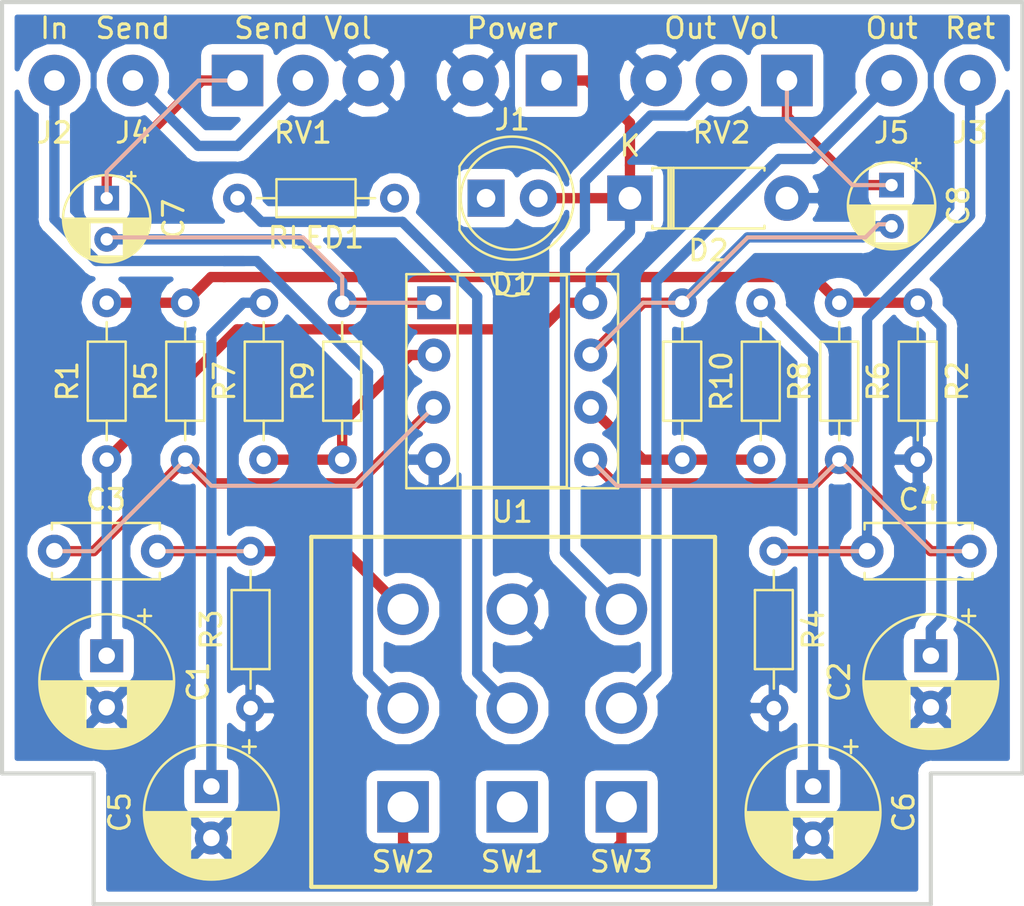
<source format=kicad_pcb>
(kicad_pcb (version 20171130) (host pcbnew 5.0.2-bee76a0~70~ubuntu16.04.1)

  (general
    (thickness 1.6)
    (drawings 47)
    (tracks 113)
    (zones 0)
    (modules 32)
    (nets 23)
  )

  (page USLetter)
  (layers
    (0 F.Cu signal)
    (31 B.Cu signal)
    (32 B.Adhes user hide)
    (33 F.Adhes user hide)
    (34 B.Paste user hide)
    (35 F.Paste user hide)
    (36 B.SilkS user)
    (37 F.SilkS user)
    (38 B.Mask user hide)
    (39 F.Mask user hide)
    (40 Dwgs.User user)
    (41 Cmts.User user hide)
    (42 Eco1.User user hide)
    (43 Eco2.User user hide)
    (44 Edge.Cuts user)
    (45 Margin user hide)
    (46 B.CrtYd user hide)
    (47 F.CrtYd user hide)
    (48 B.Fab user hide)
    (49 F.Fab user hide)
  )

  (setup
    (last_trace_width 0.5)
    (trace_clearance 0.2)
    (zone_clearance 0.508)
    (zone_45_only yes)
    (trace_min 0.2)
    (segment_width 0.2)
    (edge_width 0.2)
    (via_size 0.8)
    (via_drill 0.4)
    (via_min_size 0.4)
    (via_min_drill 0.3)
    (uvia_size 0.3)
    (uvia_drill 0.1)
    (uvias_allowed no)
    (uvia_min_size 0.2)
    (uvia_min_drill 0.1)
    (pcb_text_width 0.3)
    (pcb_text_size 1.5 1.5)
    (mod_edge_width 0.15)
    (mod_text_size 1 1)
    (mod_text_width 0.15)
    (pad_size 1.5 1.5)
    (pad_drill 0.6)
    (pad_to_mask_clearance 0)
    (solder_mask_min_width 0.25)
    (aux_axis_origin 0 0)
    (visible_elements FFFFFF7F)
    (pcbplotparams
      (layerselection 0x01000_ffffffff)
      (usegerberextensions true)
      (usegerberattributes false)
      (usegerberadvancedattributes false)
      (creategerberjobfile false)
      (excludeedgelayer true)
      (linewidth 0.100000)
      (plotframeref false)
      (viasonmask false)
      (mode 1)
      (useauxorigin false)
      (hpglpennumber 1)
      (hpglpenspeed 20)
      (hpglpendiameter 15.000000)
      (psnegative false)
      (psa4output false)
      (plotreference true)
      (plotvalue true)
      (plotinvisibletext false)
      (padsonsilk false)
      (subtractmaskfromsilk false)
      (outputformat 5)
      (mirror false)
      (drillshape 2)
      (scaleselection 1)
      (outputdirectory "/home/rlk/Temp/"))
  )

  (net 0 "")
  (net 1 GND)
  (net 2 +9V)
  (net 3 VREF)
  (net 4 "Net-(C3-Pad2)")
  (net 5 "Net-(C3-Pad1)")
  (net 6 "Net-(C4-Pad2)")
  (net 7 "Net-(C4-Pad1)")
  (net 8 "Net-(C5-Pad1)")
  (net 9 "Net-(C6-Pad1)")
  (net 10 "Net-(D1-Pad1)")
  (net 11 "Net-(J5-Pad1)")
  (net 12 "Net-(RV2-Pad2)")
  (net 13 "Net-(J2-Pad1)")
  (net 14 "Net-(J4-Pad1)")
  (net 15 BYPASS)
  (net 16 "Net-(C7-Pad2)")
  (net 17 "Net-(C7-Pad1)")
  (net 18 "Net-(C8-Pad1)")
  (net 19 "Net-(C8-Pad2)")
  (net 20 "Net-(R7-Pad1)")
  (net 21 "Net-(R10-Pad1)")
  (net 22 "Net-(RLED1-Pad2)")

  (net_class Default "This is the default net class."
    (clearance 0.2)
    (trace_width 0.5)
    (via_dia 0.8)
    (via_drill 0.4)
    (uvia_dia 0.3)
    (uvia_drill 0.1)
    (add_net +9V)
    (add_net BYPASS)
    (add_net GND)
    (add_net "Net-(C3-Pad1)")
    (add_net "Net-(C3-Pad2)")
    (add_net "Net-(C4-Pad1)")
    (add_net "Net-(C4-Pad2)")
    (add_net "Net-(C5-Pad1)")
    (add_net "Net-(C6-Pad1)")
    (add_net "Net-(C7-Pad1)")
    (add_net "Net-(C7-Pad2)")
    (add_net "Net-(C8-Pad1)")
    (add_net "Net-(C8-Pad2)")
    (add_net "Net-(D1-Pad1)")
    (add_net "Net-(J2-Pad1)")
    (add_net "Net-(J4-Pad1)")
    (add_net "Net-(J5-Pad1)")
    (add_net "Net-(R10-Pad1)")
    (add_net "Net-(R7-Pad1)")
    (add_net "Net-(RLED1-Pad2)")
    (add_net "Net-(RV2-Pad2)")
    (add_net VREF)
  )

  (module Connector_Wire:SolderWirePad_1x01_Drill1mm (layer F.Cu) (tedit 5AEE5EBE) (tstamp 5C60178F)
    (at 177.165 86.995)
    (descr "Wire solder connection")
    (tags connector)
    (path /5C463635)
    (attr virtual)
    (fp_text reference J5 (at 0 2.54) (layer F.SilkS)
      (effects (font (size 1 1) (thickness 0.15)))
    )
    (fp_text value Output (at 0 3.175) (layer F.Fab)
      (effects (font (size 1 1) (thickness 0.15)))
    )
    (fp_text user %R (at 0 0) (layer F.Fab)
      (effects (font (size 1 1) (thickness 0.15)))
    )
    (fp_line (start -1.75 -1.75) (end 1.75 -1.75) (layer F.CrtYd) (width 0.05))
    (fp_line (start -1.75 -1.75) (end -1.75 1.75) (layer F.CrtYd) (width 0.05))
    (fp_line (start 1.75 1.75) (end 1.75 -1.75) (layer F.CrtYd) (width 0.05))
    (fp_line (start 1.75 1.75) (end -1.75 1.75) (layer F.CrtYd) (width 0.05))
    (pad 1 thru_hole circle (at 0 0) (size 2.49936 2.49936) (drill 1.00076) (layers *.Cu *.Mask)
      (net 11 "Net-(J5-Pad1)"))
  )

  (module Capacitor_THT:CP_Radial_D6.3mm_P2.50mm (layer F.Cu) (tedit 5AE50EF0) (tstamp 5C52A2A0)
    (at 139.065 114.935 270)
    (descr "CP, Radial series, Radial, pin pitch=2.50mm, , diameter=6.3mm, Electrolytic Capacitor")
    (tags "CP Radial series Radial pin pitch 2.50mm  diameter 6.3mm Electrolytic Capacitor")
    (path /5C390D5B)
    (fp_text reference C1 (at 1.27 -4.445 270) (layer F.SilkS)
      (effects (font (size 1 1) (thickness 0.15)))
    )
    (fp_text value 47u (at 1.25 4.4 270) (layer F.Fab)
      (effects (font (size 1 1) (thickness 0.15)))
    )
    (fp_text user %R (at 1.25 0 270) (layer F.Fab)
      (effects (font (size 1 1) (thickness 0.15)))
    )
    (fp_line (start -1.935241 -2.154) (end -1.935241 -1.524) (layer F.SilkS) (width 0.12))
    (fp_line (start -2.250241 -1.839) (end -1.620241 -1.839) (layer F.SilkS) (width 0.12))
    (fp_line (start 4.491 -0.402) (end 4.491 0.402) (layer F.SilkS) (width 0.12))
    (fp_line (start 4.451 -0.633) (end 4.451 0.633) (layer F.SilkS) (width 0.12))
    (fp_line (start 4.411 -0.802) (end 4.411 0.802) (layer F.SilkS) (width 0.12))
    (fp_line (start 4.371 -0.94) (end 4.371 0.94) (layer F.SilkS) (width 0.12))
    (fp_line (start 4.331 -1.059) (end 4.331 1.059) (layer F.SilkS) (width 0.12))
    (fp_line (start 4.291 -1.165) (end 4.291 1.165) (layer F.SilkS) (width 0.12))
    (fp_line (start 4.251 -1.262) (end 4.251 1.262) (layer F.SilkS) (width 0.12))
    (fp_line (start 4.211 -1.35) (end 4.211 1.35) (layer F.SilkS) (width 0.12))
    (fp_line (start 4.171 -1.432) (end 4.171 1.432) (layer F.SilkS) (width 0.12))
    (fp_line (start 4.131 -1.509) (end 4.131 1.509) (layer F.SilkS) (width 0.12))
    (fp_line (start 4.091 -1.581) (end 4.091 1.581) (layer F.SilkS) (width 0.12))
    (fp_line (start 4.051 -1.65) (end 4.051 1.65) (layer F.SilkS) (width 0.12))
    (fp_line (start 4.011 -1.714) (end 4.011 1.714) (layer F.SilkS) (width 0.12))
    (fp_line (start 3.971 -1.776) (end 3.971 1.776) (layer F.SilkS) (width 0.12))
    (fp_line (start 3.931 -1.834) (end 3.931 1.834) (layer F.SilkS) (width 0.12))
    (fp_line (start 3.891 -1.89) (end 3.891 1.89) (layer F.SilkS) (width 0.12))
    (fp_line (start 3.851 -1.944) (end 3.851 1.944) (layer F.SilkS) (width 0.12))
    (fp_line (start 3.811 -1.995) (end 3.811 1.995) (layer F.SilkS) (width 0.12))
    (fp_line (start 3.771 -2.044) (end 3.771 2.044) (layer F.SilkS) (width 0.12))
    (fp_line (start 3.731 -2.092) (end 3.731 2.092) (layer F.SilkS) (width 0.12))
    (fp_line (start 3.691 -2.137) (end 3.691 2.137) (layer F.SilkS) (width 0.12))
    (fp_line (start 3.651 -2.182) (end 3.651 2.182) (layer F.SilkS) (width 0.12))
    (fp_line (start 3.611 -2.224) (end 3.611 2.224) (layer F.SilkS) (width 0.12))
    (fp_line (start 3.571 -2.265) (end 3.571 2.265) (layer F.SilkS) (width 0.12))
    (fp_line (start 3.531 1.04) (end 3.531 2.305) (layer F.SilkS) (width 0.12))
    (fp_line (start 3.531 -2.305) (end 3.531 -1.04) (layer F.SilkS) (width 0.12))
    (fp_line (start 3.491 1.04) (end 3.491 2.343) (layer F.SilkS) (width 0.12))
    (fp_line (start 3.491 -2.343) (end 3.491 -1.04) (layer F.SilkS) (width 0.12))
    (fp_line (start 3.451 1.04) (end 3.451 2.38) (layer F.SilkS) (width 0.12))
    (fp_line (start 3.451 -2.38) (end 3.451 -1.04) (layer F.SilkS) (width 0.12))
    (fp_line (start 3.411 1.04) (end 3.411 2.416) (layer F.SilkS) (width 0.12))
    (fp_line (start 3.411 -2.416) (end 3.411 -1.04) (layer F.SilkS) (width 0.12))
    (fp_line (start 3.371 1.04) (end 3.371 2.45) (layer F.SilkS) (width 0.12))
    (fp_line (start 3.371 -2.45) (end 3.371 -1.04) (layer F.SilkS) (width 0.12))
    (fp_line (start 3.331 1.04) (end 3.331 2.484) (layer F.SilkS) (width 0.12))
    (fp_line (start 3.331 -2.484) (end 3.331 -1.04) (layer F.SilkS) (width 0.12))
    (fp_line (start 3.291 1.04) (end 3.291 2.516) (layer F.SilkS) (width 0.12))
    (fp_line (start 3.291 -2.516) (end 3.291 -1.04) (layer F.SilkS) (width 0.12))
    (fp_line (start 3.251 1.04) (end 3.251 2.548) (layer F.SilkS) (width 0.12))
    (fp_line (start 3.251 -2.548) (end 3.251 -1.04) (layer F.SilkS) (width 0.12))
    (fp_line (start 3.211 1.04) (end 3.211 2.578) (layer F.SilkS) (width 0.12))
    (fp_line (start 3.211 -2.578) (end 3.211 -1.04) (layer F.SilkS) (width 0.12))
    (fp_line (start 3.171 1.04) (end 3.171 2.607) (layer F.SilkS) (width 0.12))
    (fp_line (start 3.171 -2.607) (end 3.171 -1.04) (layer F.SilkS) (width 0.12))
    (fp_line (start 3.131 1.04) (end 3.131 2.636) (layer F.SilkS) (width 0.12))
    (fp_line (start 3.131 -2.636) (end 3.131 -1.04) (layer F.SilkS) (width 0.12))
    (fp_line (start 3.091 1.04) (end 3.091 2.664) (layer F.SilkS) (width 0.12))
    (fp_line (start 3.091 -2.664) (end 3.091 -1.04) (layer F.SilkS) (width 0.12))
    (fp_line (start 3.051 1.04) (end 3.051 2.69) (layer F.SilkS) (width 0.12))
    (fp_line (start 3.051 -2.69) (end 3.051 -1.04) (layer F.SilkS) (width 0.12))
    (fp_line (start 3.011 1.04) (end 3.011 2.716) (layer F.SilkS) (width 0.12))
    (fp_line (start 3.011 -2.716) (end 3.011 -1.04) (layer F.SilkS) (width 0.12))
    (fp_line (start 2.971 1.04) (end 2.971 2.742) (layer F.SilkS) (width 0.12))
    (fp_line (start 2.971 -2.742) (end 2.971 -1.04) (layer F.SilkS) (width 0.12))
    (fp_line (start 2.931 1.04) (end 2.931 2.766) (layer F.SilkS) (width 0.12))
    (fp_line (start 2.931 -2.766) (end 2.931 -1.04) (layer F.SilkS) (width 0.12))
    (fp_line (start 2.891 1.04) (end 2.891 2.79) (layer F.SilkS) (width 0.12))
    (fp_line (start 2.891 -2.79) (end 2.891 -1.04) (layer F.SilkS) (width 0.12))
    (fp_line (start 2.851 1.04) (end 2.851 2.812) (layer F.SilkS) (width 0.12))
    (fp_line (start 2.851 -2.812) (end 2.851 -1.04) (layer F.SilkS) (width 0.12))
    (fp_line (start 2.811 1.04) (end 2.811 2.834) (layer F.SilkS) (width 0.12))
    (fp_line (start 2.811 -2.834) (end 2.811 -1.04) (layer F.SilkS) (width 0.12))
    (fp_line (start 2.771 1.04) (end 2.771 2.856) (layer F.SilkS) (width 0.12))
    (fp_line (start 2.771 -2.856) (end 2.771 -1.04) (layer F.SilkS) (width 0.12))
    (fp_line (start 2.731 1.04) (end 2.731 2.876) (layer F.SilkS) (width 0.12))
    (fp_line (start 2.731 -2.876) (end 2.731 -1.04) (layer F.SilkS) (width 0.12))
    (fp_line (start 2.691 1.04) (end 2.691 2.896) (layer F.SilkS) (width 0.12))
    (fp_line (start 2.691 -2.896) (end 2.691 -1.04) (layer F.SilkS) (width 0.12))
    (fp_line (start 2.651 1.04) (end 2.651 2.916) (layer F.SilkS) (width 0.12))
    (fp_line (start 2.651 -2.916) (end 2.651 -1.04) (layer F.SilkS) (width 0.12))
    (fp_line (start 2.611 1.04) (end 2.611 2.934) (layer F.SilkS) (width 0.12))
    (fp_line (start 2.611 -2.934) (end 2.611 -1.04) (layer F.SilkS) (width 0.12))
    (fp_line (start 2.571 1.04) (end 2.571 2.952) (layer F.SilkS) (width 0.12))
    (fp_line (start 2.571 -2.952) (end 2.571 -1.04) (layer F.SilkS) (width 0.12))
    (fp_line (start 2.531 1.04) (end 2.531 2.97) (layer F.SilkS) (width 0.12))
    (fp_line (start 2.531 -2.97) (end 2.531 -1.04) (layer F.SilkS) (width 0.12))
    (fp_line (start 2.491 1.04) (end 2.491 2.986) (layer F.SilkS) (width 0.12))
    (fp_line (start 2.491 -2.986) (end 2.491 -1.04) (layer F.SilkS) (width 0.12))
    (fp_line (start 2.451 1.04) (end 2.451 3.002) (layer F.SilkS) (width 0.12))
    (fp_line (start 2.451 -3.002) (end 2.451 -1.04) (layer F.SilkS) (width 0.12))
    (fp_line (start 2.411 1.04) (end 2.411 3.018) (layer F.SilkS) (width 0.12))
    (fp_line (start 2.411 -3.018) (end 2.411 -1.04) (layer F.SilkS) (width 0.12))
    (fp_line (start 2.371 1.04) (end 2.371 3.033) (layer F.SilkS) (width 0.12))
    (fp_line (start 2.371 -3.033) (end 2.371 -1.04) (layer F.SilkS) (width 0.12))
    (fp_line (start 2.331 1.04) (end 2.331 3.047) (layer F.SilkS) (width 0.12))
    (fp_line (start 2.331 -3.047) (end 2.331 -1.04) (layer F.SilkS) (width 0.12))
    (fp_line (start 2.291 1.04) (end 2.291 3.061) (layer F.SilkS) (width 0.12))
    (fp_line (start 2.291 -3.061) (end 2.291 -1.04) (layer F.SilkS) (width 0.12))
    (fp_line (start 2.251 1.04) (end 2.251 3.074) (layer F.SilkS) (width 0.12))
    (fp_line (start 2.251 -3.074) (end 2.251 -1.04) (layer F.SilkS) (width 0.12))
    (fp_line (start 2.211 1.04) (end 2.211 3.086) (layer F.SilkS) (width 0.12))
    (fp_line (start 2.211 -3.086) (end 2.211 -1.04) (layer F.SilkS) (width 0.12))
    (fp_line (start 2.171 1.04) (end 2.171 3.098) (layer F.SilkS) (width 0.12))
    (fp_line (start 2.171 -3.098) (end 2.171 -1.04) (layer F.SilkS) (width 0.12))
    (fp_line (start 2.131 1.04) (end 2.131 3.11) (layer F.SilkS) (width 0.12))
    (fp_line (start 2.131 -3.11) (end 2.131 -1.04) (layer F.SilkS) (width 0.12))
    (fp_line (start 2.091 1.04) (end 2.091 3.121) (layer F.SilkS) (width 0.12))
    (fp_line (start 2.091 -3.121) (end 2.091 -1.04) (layer F.SilkS) (width 0.12))
    (fp_line (start 2.051 1.04) (end 2.051 3.131) (layer F.SilkS) (width 0.12))
    (fp_line (start 2.051 -3.131) (end 2.051 -1.04) (layer F.SilkS) (width 0.12))
    (fp_line (start 2.011 1.04) (end 2.011 3.141) (layer F.SilkS) (width 0.12))
    (fp_line (start 2.011 -3.141) (end 2.011 -1.04) (layer F.SilkS) (width 0.12))
    (fp_line (start 1.971 1.04) (end 1.971 3.15) (layer F.SilkS) (width 0.12))
    (fp_line (start 1.971 -3.15) (end 1.971 -1.04) (layer F.SilkS) (width 0.12))
    (fp_line (start 1.93 1.04) (end 1.93 3.159) (layer F.SilkS) (width 0.12))
    (fp_line (start 1.93 -3.159) (end 1.93 -1.04) (layer F.SilkS) (width 0.12))
    (fp_line (start 1.89 1.04) (end 1.89 3.167) (layer F.SilkS) (width 0.12))
    (fp_line (start 1.89 -3.167) (end 1.89 -1.04) (layer F.SilkS) (width 0.12))
    (fp_line (start 1.85 1.04) (end 1.85 3.175) (layer F.SilkS) (width 0.12))
    (fp_line (start 1.85 -3.175) (end 1.85 -1.04) (layer F.SilkS) (width 0.12))
    (fp_line (start 1.81 1.04) (end 1.81 3.182) (layer F.SilkS) (width 0.12))
    (fp_line (start 1.81 -3.182) (end 1.81 -1.04) (layer F.SilkS) (width 0.12))
    (fp_line (start 1.77 1.04) (end 1.77 3.189) (layer F.SilkS) (width 0.12))
    (fp_line (start 1.77 -3.189) (end 1.77 -1.04) (layer F.SilkS) (width 0.12))
    (fp_line (start 1.73 1.04) (end 1.73 3.195) (layer F.SilkS) (width 0.12))
    (fp_line (start 1.73 -3.195) (end 1.73 -1.04) (layer F.SilkS) (width 0.12))
    (fp_line (start 1.69 1.04) (end 1.69 3.201) (layer F.SilkS) (width 0.12))
    (fp_line (start 1.69 -3.201) (end 1.69 -1.04) (layer F.SilkS) (width 0.12))
    (fp_line (start 1.65 1.04) (end 1.65 3.206) (layer F.SilkS) (width 0.12))
    (fp_line (start 1.65 -3.206) (end 1.65 -1.04) (layer F.SilkS) (width 0.12))
    (fp_line (start 1.61 1.04) (end 1.61 3.211) (layer F.SilkS) (width 0.12))
    (fp_line (start 1.61 -3.211) (end 1.61 -1.04) (layer F.SilkS) (width 0.12))
    (fp_line (start 1.57 1.04) (end 1.57 3.215) (layer F.SilkS) (width 0.12))
    (fp_line (start 1.57 -3.215) (end 1.57 -1.04) (layer F.SilkS) (width 0.12))
    (fp_line (start 1.53 1.04) (end 1.53 3.218) (layer F.SilkS) (width 0.12))
    (fp_line (start 1.53 -3.218) (end 1.53 -1.04) (layer F.SilkS) (width 0.12))
    (fp_line (start 1.49 1.04) (end 1.49 3.222) (layer F.SilkS) (width 0.12))
    (fp_line (start 1.49 -3.222) (end 1.49 -1.04) (layer F.SilkS) (width 0.12))
    (fp_line (start 1.45 -3.224) (end 1.45 3.224) (layer F.SilkS) (width 0.12))
    (fp_line (start 1.41 -3.227) (end 1.41 3.227) (layer F.SilkS) (width 0.12))
    (fp_line (start 1.37 -3.228) (end 1.37 3.228) (layer F.SilkS) (width 0.12))
    (fp_line (start 1.33 -3.23) (end 1.33 3.23) (layer F.SilkS) (width 0.12))
    (fp_line (start 1.29 -3.23) (end 1.29 3.23) (layer F.SilkS) (width 0.12))
    (fp_line (start 1.25 -3.23) (end 1.25 3.23) (layer F.SilkS) (width 0.12))
    (fp_line (start -1.128972 -1.6885) (end -1.128972 -1.0585) (layer F.Fab) (width 0.1))
    (fp_line (start -1.443972 -1.3735) (end -0.813972 -1.3735) (layer F.Fab) (width 0.1))
    (fp_circle (center 1.25 0) (end 4.65 0) (layer F.CrtYd) (width 0.05))
    (fp_circle (center 1.25 0) (end 4.52 0) (layer F.SilkS) (width 0.12))
    (fp_circle (center 1.25 0) (end 4.4 0) (layer F.Fab) (width 0.1))
    (pad 2 thru_hole circle (at 2.5 0 270) (size 1.6 1.6) (drill 0.8) (layers *.Cu *.Mask)
      (net 1 GND))
    (pad 1 thru_hole rect (at 0 0 270) (size 1.6 1.6) (drill 0.8) (layers *.Cu *.Mask)
      (net 2 +9V))
    (model ${KISYS3DMOD}/Capacitor_THT.3dshapes/CP_Radial_D6.3mm_P2.50mm.wrl
      (at (xyz 0 0 0))
      (scale (xyz 1 1 1))
      (rotate (xyz 0 0 0))
    )
  )

  (module Capacitor_THT:CP_Radial_D6.3mm_P2.50mm (layer F.Cu) (tedit 5AE50EF0) (tstamp 5C52A334)
    (at 179.07 114.935 270)
    (descr "CP, Radial series, Radial, pin pitch=2.50mm, , diameter=6.3mm, Electrolytic Capacitor")
    (tags "CP Radial series Radial pin pitch 2.50mm  diameter 6.3mm Electrolytic Capacitor")
    (path /5C43C7F5)
    (fp_text reference C2 (at 1.27 4.445 270) (layer F.SilkS)
      (effects (font (size 1 1) (thickness 0.15)))
    )
    (fp_text value 47u (at 1.25 4.4 270) (layer F.Fab)
      (effects (font (size 1 1) (thickness 0.15)))
    )
    (fp_circle (center 1.25 0) (end 4.4 0) (layer F.Fab) (width 0.1))
    (fp_circle (center 1.25 0) (end 4.52 0) (layer F.SilkS) (width 0.12))
    (fp_circle (center 1.25 0) (end 4.65 0) (layer F.CrtYd) (width 0.05))
    (fp_line (start -1.443972 -1.3735) (end -0.813972 -1.3735) (layer F.Fab) (width 0.1))
    (fp_line (start -1.128972 -1.6885) (end -1.128972 -1.0585) (layer F.Fab) (width 0.1))
    (fp_line (start 1.25 -3.23) (end 1.25 3.23) (layer F.SilkS) (width 0.12))
    (fp_line (start 1.29 -3.23) (end 1.29 3.23) (layer F.SilkS) (width 0.12))
    (fp_line (start 1.33 -3.23) (end 1.33 3.23) (layer F.SilkS) (width 0.12))
    (fp_line (start 1.37 -3.228) (end 1.37 3.228) (layer F.SilkS) (width 0.12))
    (fp_line (start 1.41 -3.227) (end 1.41 3.227) (layer F.SilkS) (width 0.12))
    (fp_line (start 1.45 -3.224) (end 1.45 3.224) (layer F.SilkS) (width 0.12))
    (fp_line (start 1.49 -3.222) (end 1.49 -1.04) (layer F.SilkS) (width 0.12))
    (fp_line (start 1.49 1.04) (end 1.49 3.222) (layer F.SilkS) (width 0.12))
    (fp_line (start 1.53 -3.218) (end 1.53 -1.04) (layer F.SilkS) (width 0.12))
    (fp_line (start 1.53 1.04) (end 1.53 3.218) (layer F.SilkS) (width 0.12))
    (fp_line (start 1.57 -3.215) (end 1.57 -1.04) (layer F.SilkS) (width 0.12))
    (fp_line (start 1.57 1.04) (end 1.57 3.215) (layer F.SilkS) (width 0.12))
    (fp_line (start 1.61 -3.211) (end 1.61 -1.04) (layer F.SilkS) (width 0.12))
    (fp_line (start 1.61 1.04) (end 1.61 3.211) (layer F.SilkS) (width 0.12))
    (fp_line (start 1.65 -3.206) (end 1.65 -1.04) (layer F.SilkS) (width 0.12))
    (fp_line (start 1.65 1.04) (end 1.65 3.206) (layer F.SilkS) (width 0.12))
    (fp_line (start 1.69 -3.201) (end 1.69 -1.04) (layer F.SilkS) (width 0.12))
    (fp_line (start 1.69 1.04) (end 1.69 3.201) (layer F.SilkS) (width 0.12))
    (fp_line (start 1.73 -3.195) (end 1.73 -1.04) (layer F.SilkS) (width 0.12))
    (fp_line (start 1.73 1.04) (end 1.73 3.195) (layer F.SilkS) (width 0.12))
    (fp_line (start 1.77 -3.189) (end 1.77 -1.04) (layer F.SilkS) (width 0.12))
    (fp_line (start 1.77 1.04) (end 1.77 3.189) (layer F.SilkS) (width 0.12))
    (fp_line (start 1.81 -3.182) (end 1.81 -1.04) (layer F.SilkS) (width 0.12))
    (fp_line (start 1.81 1.04) (end 1.81 3.182) (layer F.SilkS) (width 0.12))
    (fp_line (start 1.85 -3.175) (end 1.85 -1.04) (layer F.SilkS) (width 0.12))
    (fp_line (start 1.85 1.04) (end 1.85 3.175) (layer F.SilkS) (width 0.12))
    (fp_line (start 1.89 -3.167) (end 1.89 -1.04) (layer F.SilkS) (width 0.12))
    (fp_line (start 1.89 1.04) (end 1.89 3.167) (layer F.SilkS) (width 0.12))
    (fp_line (start 1.93 -3.159) (end 1.93 -1.04) (layer F.SilkS) (width 0.12))
    (fp_line (start 1.93 1.04) (end 1.93 3.159) (layer F.SilkS) (width 0.12))
    (fp_line (start 1.971 -3.15) (end 1.971 -1.04) (layer F.SilkS) (width 0.12))
    (fp_line (start 1.971 1.04) (end 1.971 3.15) (layer F.SilkS) (width 0.12))
    (fp_line (start 2.011 -3.141) (end 2.011 -1.04) (layer F.SilkS) (width 0.12))
    (fp_line (start 2.011 1.04) (end 2.011 3.141) (layer F.SilkS) (width 0.12))
    (fp_line (start 2.051 -3.131) (end 2.051 -1.04) (layer F.SilkS) (width 0.12))
    (fp_line (start 2.051 1.04) (end 2.051 3.131) (layer F.SilkS) (width 0.12))
    (fp_line (start 2.091 -3.121) (end 2.091 -1.04) (layer F.SilkS) (width 0.12))
    (fp_line (start 2.091 1.04) (end 2.091 3.121) (layer F.SilkS) (width 0.12))
    (fp_line (start 2.131 -3.11) (end 2.131 -1.04) (layer F.SilkS) (width 0.12))
    (fp_line (start 2.131 1.04) (end 2.131 3.11) (layer F.SilkS) (width 0.12))
    (fp_line (start 2.171 -3.098) (end 2.171 -1.04) (layer F.SilkS) (width 0.12))
    (fp_line (start 2.171 1.04) (end 2.171 3.098) (layer F.SilkS) (width 0.12))
    (fp_line (start 2.211 -3.086) (end 2.211 -1.04) (layer F.SilkS) (width 0.12))
    (fp_line (start 2.211 1.04) (end 2.211 3.086) (layer F.SilkS) (width 0.12))
    (fp_line (start 2.251 -3.074) (end 2.251 -1.04) (layer F.SilkS) (width 0.12))
    (fp_line (start 2.251 1.04) (end 2.251 3.074) (layer F.SilkS) (width 0.12))
    (fp_line (start 2.291 -3.061) (end 2.291 -1.04) (layer F.SilkS) (width 0.12))
    (fp_line (start 2.291 1.04) (end 2.291 3.061) (layer F.SilkS) (width 0.12))
    (fp_line (start 2.331 -3.047) (end 2.331 -1.04) (layer F.SilkS) (width 0.12))
    (fp_line (start 2.331 1.04) (end 2.331 3.047) (layer F.SilkS) (width 0.12))
    (fp_line (start 2.371 -3.033) (end 2.371 -1.04) (layer F.SilkS) (width 0.12))
    (fp_line (start 2.371 1.04) (end 2.371 3.033) (layer F.SilkS) (width 0.12))
    (fp_line (start 2.411 -3.018) (end 2.411 -1.04) (layer F.SilkS) (width 0.12))
    (fp_line (start 2.411 1.04) (end 2.411 3.018) (layer F.SilkS) (width 0.12))
    (fp_line (start 2.451 -3.002) (end 2.451 -1.04) (layer F.SilkS) (width 0.12))
    (fp_line (start 2.451 1.04) (end 2.451 3.002) (layer F.SilkS) (width 0.12))
    (fp_line (start 2.491 -2.986) (end 2.491 -1.04) (layer F.SilkS) (width 0.12))
    (fp_line (start 2.491 1.04) (end 2.491 2.986) (layer F.SilkS) (width 0.12))
    (fp_line (start 2.531 -2.97) (end 2.531 -1.04) (layer F.SilkS) (width 0.12))
    (fp_line (start 2.531 1.04) (end 2.531 2.97) (layer F.SilkS) (width 0.12))
    (fp_line (start 2.571 -2.952) (end 2.571 -1.04) (layer F.SilkS) (width 0.12))
    (fp_line (start 2.571 1.04) (end 2.571 2.952) (layer F.SilkS) (width 0.12))
    (fp_line (start 2.611 -2.934) (end 2.611 -1.04) (layer F.SilkS) (width 0.12))
    (fp_line (start 2.611 1.04) (end 2.611 2.934) (layer F.SilkS) (width 0.12))
    (fp_line (start 2.651 -2.916) (end 2.651 -1.04) (layer F.SilkS) (width 0.12))
    (fp_line (start 2.651 1.04) (end 2.651 2.916) (layer F.SilkS) (width 0.12))
    (fp_line (start 2.691 -2.896) (end 2.691 -1.04) (layer F.SilkS) (width 0.12))
    (fp_line (start 2.691 1.04) (end 2.691 2.896) (layer F.SilkS) (width 0.12))
    (fp_line (start 2.731 -2.876) (end 2.731 -1.04) (layer F.SilkS) (width 0.12))
    (fp_line (start 2.731 1.04) (end 2.731 2.876) (layer F.SilkS) (width 0.12))
    (fp_line (start 2.771 -2.856) (end 2.771 -1.04) (layer F.SilkS) (width 0.12))
    (fp_line (start 2.771 1.04) (end 2.771 2.856) (layer F.SilkS) (width 0.12))
    (fp_line (start 2.811 -2.834) (end 2.811 -1.04) (layer F.SilkS) (width 0.12))
    (fp_line (start 2.811 1.04) (end 2.811 2.834) (layer F.SilkS) (width 0.12))
    (fp_line (start 2.851 -2.812) (end 2.851 -1.04) (layer F.SilkS) (width 0.12))
    (fp_line (start 2.851 1.04) (end 2.851 2.812) (layer F.SilkS) (width 0.12))
    (fp_line (start 2.891 -2.79) (end 2.891 -1.04) (layer F.SilkS) (width 0.12))
    (fp_line (start 2.891 1.04) (end 2.891 2.79) (layer F.SilkS) (width 0.12))
    (fp_line (start 2.931 -2.766) (end 2.931 -1.04) (layer F.SilkS) (width 0.12))
    (fp_line (start 2.931 1.04) (end 2.931 2.766) (layer F.SilkS) (width 0.12))
    (fp_line (start 2.971 -2.742) (end 2.971 -1.04) (layer F.SilkS) (width 0.12))
    (fp_line (start 2.971 1.04) (end 2.971 2.742) (layer F.SilkS) (width 0.12))
    (fp_line (start 3.011 -2.716) (end 3.011 -1.04) (layer F.SilkS) (width 0.12))
    (fp_line (start 3.011 1.04) (end 3.011 2.716) (layer F.SilkS) (width 0.12))
    (fp_line (start 3.051 -2.69) (end 3.051 -1.04) (layer F.SilkS) (width 0.12))
    (fp_line (start 3.051 1.04) (end 3.051 2.69) (layer F.SilkS) (width 0.12))
    (fp_line (start 3.091 -2.664) (end 3.091 -1.04) (layer F.SilkS) (width 0.12))
    (fp_line (start 3.091 1.04) (end 3.091 2.664) (layer F.SilkS) (width 0.12))
    (fp_line (start 3.131 -2.636) (end 3.131 -1.04) (layer F.SilkS) (width 0.12))
    (fp_line (start 3.131 1.04) (end 3.131 2.636) (layer F.SilkS) (width 0.12))
    (fp_line (start 3.171 -2.607) (end 3.171 -1.04) (layer F.SilkS) (width 0.12))
    (fp_line (start 3.171 1.04) (end 3.171 2.607) (layer F.SilkS) (width 0.12))
    (fp_line (start 3.211 -2.578) (end 3.211 -1.04) (layer F.SilkS) (width 0.12))
    (fp_line (start 3.211 1.04) (end 3.211 2.578) (layer F.SilkS) (width 0.12))
    (fp_line (start 3.251 -2.548) (end 3.251 -1.04) (layer F.SilkS) (width 0.12))
    (fp_line (start 3.251 1.04) (end 3.251 2.548) (layer F.SilkS) (width 0.12))
    (fp_line (start 3.291 -2.516) (end 3.291 -1.04) (layer F.SilkS) (width 0.12))
    (fp_line (start 3.291 1.04) (end 3.291 2.516) (layer F.SilkS) (width 0.12))
    (fp_line (start 3.331 -2.484) (end 3.331 -1.04) (layer F.SilkS) (width 0.12))
    (fp_line (start 3.331 1.04) (end 3.331 2.484) (layer F.SilkS) (width 0.12))
    (fp_line (start 3.371 -2.45) (end 3.371 -1.04) (layer F.SilkS) (width 0.12))
    (fp_line (start 3.371 1.04) (end 3.371 2.45) (layer F.SilkS) (width 0.12))
    (fp_line (start 3.411 -2.416) (end 3.411 -1.04) (layer F.SilkS) (width 0.12))
    (fp_line (start 3.411 1.04) (end 3.411 2.416) (layer F.SilkS) (width 0.12))
    (fp_line (start 3.451 -2.38) (end 3.451 -1.04) (layer F.SilkS) (width 0.12))
    (fp_line (start 3.451 1.04) (end 3.451 2.38) (layer F.SilkS) (width 0.12))
    (fp_line (start 3.491 -2.343) (end 3.491 -1.04) (layer F.SilkS) (width 0.12))
    (fp_line (start 3.491 1.04) (end 3.491 2.343) (layer F.SilkS) (width 0.12))
    (fp_line (start 3.531 -2.305) (end 3.531 -1.04) (layer F.SilkS) (width 0.12))
    (fp_line (start 3.531 1.04) (end 3.531 2.305) (layer F.SilkS) (width 0.12))
    (fp_line (start 3.571 -2.265) (end 3.571 2.265) (layer F.SilkS) (width 0.12))
    (fp_line (start 3.611 -2.224) (end 3.611 2.224) (layer F.SilkS) (width 0.12))
    (fp_line (start 3.651 -2.182) (end 3.651 2.182) (layer F.SilkS) (width 0.12))
    (fp_line (start 3.691 -2.137) (end 3.691 2.137) (layer F.SilkS) (width 0.12))
    (fp_line (start 3.731 -2.092) (end 3.731 2.092) (layer F.SilkS) (width 0.12))
    (fp_line (start 3.771 -2.044) (end 3.771 2.044) (layer F.SilkS) (width 0.12))
    (fp_line (start 3.811 -1.995) (end 3.811 1.995) (layer F.SilkS) (width 0.12))
    (fp_line (start 3.851 -1.944) (end 3.851 1.944) (layer F.SilkS) (width 0.12))
    (fp_line (start 3.891 -1.89) (end 3.891 1.89) (layer F.SilkS) (width 0.12))
    (fp_line (start 3.931 -1.834) (end 3.931 1.834) (layer F.SilkS) (width 0.12))
    (fp_line (start 3.971 -1.776) (end 3.971 1.776) (layer F.SilkS) (width 0.12))
    (fp_line (start 4.011 -1.714) (end 4.011 1.714) (layer F.SilkS) (width 0.12))
    (fp_line (start 4.051 -1.65) (end 4.051 1.65) (layer F.SilkS) (width 0.12))
    (fp_line (start 4.091 -1.581) (end 4.091 1.581) (layer F.SilkS) (width 0.12))
    (fp_line (start 4.131 -1.509) (end 4.131 1.509) (layer F.SilkS) (width 0.12))
    (fp_line (start 4.171 -1.432) (end 4.171 1.432) (layer F.SilkS) (width 0.12))
    (fp_line (start 4.211 -1.35) (end 4.211 1.35) (layer F.SilkS) (width 0.12))
    (fp_line (start 4.251 -1.262) (end 4.251 1.262) (layer F.SilkS) (width 0.12))
    (fp_line (start 4.291 -1.165) (end 4.291 1.165) (layer F.SilkS) (width 0.12))
    (fp_line (start 4.331 -1.059) (end 4.331 1.059) (layer F.SilkS) (width 0.12))
    (fp_line (start 4.371 -0.94) (end 4.371 0.94) (layer F.SilkS) (width 0.12))
    (fp_line (start 4.411 -0.802) (end 4.411 0.802) (layer F.SilkS) (width 0.12))
    (fp_line (start 4.451 -0.633) (end 4.451 0.633) (layer F.SilkS) (width 0.12))
    (fp_line (start 4.491 -0.402) (end 4.491 0.402) (layer F.SilkS) (width 0.12))
    (fp_line (start -2.250241 -1.839) (end -1.620241 -1.839) (layer F.SilkS) (width 0.12))
    (fp_line (start -1.935241 -2.154) (end -1.935241 -1.524) (layer F.SilkS) (width 0.12))
    (fp_text user %R (at 1.25 0 270) (layer F.Fab)
      (effects (font (size 1 1) (thickness 0.15)))
    )
    (pad 1 thru_hole rect (at 0 0 270) (size 1.6 1.6) (drill 0.8) (layers *.Cu *.Mask)
      (net 3 VREF))
    (pad 2 thru_hole circle (at 2.5 0 270) (size 1.6 1.6) (drill 0.8) (layers *.Cu *.Mask)
      (net 1 GND))
    (model ${KISYS3DMOD}/Capacitor_THT.3dshapes/CP_Radial_D6.3mm_P2.50mm.wrl
      (at (xyz 0 0 0))
      (scale (xyz 1 1 1))
      (rotate (xyz 0 0 0))
    )
  )

  (module LED_THT:LED_D5.0mm (layer F.Cu) (tedit 5995936A) (tstamp 5C52A552)
    (at 157.48 92.71)
    (descr "LED, diameter 5.0mm, 2 pins, http://cdn-reichelt.de/documents/datenblatt/A500/LL-504BC2E-009.pdf")
    (tags "LED diameter 5.0mm 2 pins")
    (path /5C4657FE)
    (fp_text reference D1 (at 1.27 4.191) (layer F.SilkS)
      (effects (font (size 1 1) (thickness 0.15)))
    )
    (fp_text value LED (at 1.27 3.96) (layer F.Fab)
      (effects (font (size 1 1) (thickness 0.15)))
    )
    (fp_arc (start 1.27 0) (end -1.23 -1.469694) (angle 299.1) (layer F.Fab) (width 0.1))
    (fp_arc (start 1.27 0) (end -1.29 -1.54483) (angle 148.9) (layer F.SilkS) (width 0.12))
    (fp_arc (start 1.27 0) (end -1.29 1.54483) (angle -148.9) (layer F.SilkS) (width 0.12))
    (fp_circle (center 1.27 0) (end 3.77 0) (layer F.Fab) (width 0.1))
    (fp_circle (center 1.27 0) (end 3.77 0) (layer F.SilkS) (width 0.12))
    (fp_line (start -1.23 -1.469694) (end -1.23 1.469694) (layer F.Fab) (width 0.1))
    (fp_line (start -1.29 -1.545) (end -1.29 1.545) (layer F.SilkS) (width 0.12))
    (fp_line (start -1.95 -3.25) (end -1.95 3.25) (layer F.CrtYd) (width 0.05))
    (fp_line (start -1.95 3.25) (end 4.5 3.25) (layer F.CrtYd) (width 0.05))
    (fp_line (start 4.5 3.25) (end 4.5 -3.25) (layer F.CrtYd) (width 0.05))
    (fp_line (start 4.5 -3.25) (end -1.95 -3.25) (layer F.CrtYd) (width 0.05))
    (fp_text user %R (at 1.25 0) (layer F.Fab)
      (effects (font (size 0.8 0.8) (thickness 0.2)))
    )
    (pad 1 thru_hole rect (at 0 0) (size 1.8 1.8) (drill 0.9) (layers *.Cu *.Mask)
      (net 10 "Net-(D1-Pad1)"))
    (pad 2 thru_hole circle (at 2.54 0) (size 1.8 1.8) (drill 0.9) (layers *.Cu *.Mask)
      (net 2 +9V))
    (model ${KISYS3DMOD}/LED_THT.3dshapes/LED_D5.0mm.wrl
      (at (xyz 0 0 0))
      (scale (xyz 1 1 1))
      (rotate (xyz 0 0 0))
    )
  )

  (module Resistor_THT:R_Axial_DIN0204_L3.6mm_D1.6mm_P7.62mm_Horizontal (layer F.Cu) (tedit 5AE5139B) (tstamp 5C52A5C6)
    (at 139.065 105.41 90)
    (descr "Resistor, Axial_DIN0204 series, Axial, Horizontal, pin pitch=7.62mm, 0.167W, length*diameter=3.6*1.6mm^2, http://cdn-reichelt.de/documents/datenblatt/B400/1_4W%23YAG.pdf")
    (tags "Resistor Axial_DIN0204 series Axial Horizontal pin pitch 7.62mm 0.167W length 3.6mm diameter 1.6mm")
    (path /5C390DDD)
    (fp_text reference R1 (at 3.81 -1.905 90) (layer F.SilkS)
      (effects (font (size 1 1) (thickness 0.15)))
    )
    (fp_text value 10k (at 3.81 1.92 90) (layer F.Fab)
      (effects (font (size 1 1) (thickness 0.15)))
    )
    (fp_text user %R (at 3.81 0 90) (layer F.Fab)
      (effects (font (size 0.72 0.72) (thickness 0.108)))
    )
    (fp_line (start 8.57 -1.05) (end -0.95 -1.05) (layer F.CrtYd) (width 0.05))
    (fp_line (start 8.57 1.05) (end 8.57 -1.05) (layer F.CrtYd) (width 0.05))
    (fp_line (start -0.95 1.05) (end 8.57 1.05) (layer F.CrtYd) (width 0.05))
    (fp_line (start -0.95 -1.05) (end -0.95 1.05) (layer F.CrtYd) (width 0.05))
    (fp_line (start 6.68 0) (end 5.73 0) (layer F.SilkS) (width 0.12))
    (fp_line (start 0.94 0) (end 1.89 0) (layer F.SilkS) (width 0.12))
    (fp_line (start 5.73 -0.92) (end 1.89 -0.92) (layer F.SilkS) (width 0.12))
    (fp_line (start 5.73 0.92) (end 5.73 -0.92) (layer F.SilkS) (width 0.12))
    (fp_line (start 1.89 0.92) (end 5.73 0.92) (layer F.SilkS) (width 0.12))
    (fp_line (start 1.89 -0.92) (end 1.89 0.92) (layer F.SilkS) (width 0.12))
    (fp_line (start 7.62 0) (end 5.61 0) (layer F.Fab) (width 0.1))
    (fp_line (start 0 0) (end 2.01 0) (layer F.Fab) (width 0.1))
    (fp_line (start 5.61 -0.8) (end 2.01 -0.8) (layer F.Fab) (width 0.1))
    (fp_line (start 5.61 0.8) (end 5.61 -0.8) (layer F.Fab) (width 0.1))
    (fp_line (start 2.01 0.8) (end 5.61 0.8) (layer F.Fab) (width 0.1))
    (fp_line (start 2.01 -0.8) (end 2.01 0.8) (layer F.Fab) (width 0.1))
    (pad 2 thru_hole oval (at 7.62 0 90) (size 1.4 1.4) (drill 0.7) (layers *.Cu *.Mask)
      (net 3 VREF))
    (pad 1 thru_hole circle (at 0 0 90) (size 1.4 1.4) (drill 0.7) (layers *.Cu *.Mask)
      (net 2 +9V))
    (model ${KISYS3DMOD}/Resistor_THT.3dshapes/R_Axial_DIN0204_L3.6mm_D1.6mm_P7.62mm_Horizontal.wrl
      (at (xyz 0 0 0))
      (scale (xyz 1 1 1))
      (rotate (xyz 0 0 0))
    )
  )

  (module Resistor_THT:R_Axial_DIN0204_L3.6mm_D1.6mm_P7.62mm_Horizontal (layer F.Cu) (tedit 5AE5139B) (tstamp 5C52A5DD)
    (at 178.435 97.79 270)
    (descr "Resistor, Axial_DIN0204 series, Axial, Horizontal, pin pitch=7.62mm, 0.167W, length*diameter=3.6*1.6mm^2, http://cdn-reichelt.de/documents/datenblatt/B400/1_4W%23YAG.pdf")
    (tags "Resistor Axial_DIN0204 series Axial Horizontal pin pitch 7.62mm 0.167W length 3.6mm diameter 1.6mm")
    (path /5C390DD7)
    (fp_text reference R2 (at 3.81 -1.92 270) (layer F.SilkS)
      (effects (font (size 1 1) (thickness 0.15)))
    )
    (fp_text value 10k (at 3.81 1.92 270) (layer F.Fab)
      (effects (font (size 1 1) (thickness 0.15)))
    )
    (fp_text user %R (at 3.81 0 270) (layer F.Fab)
      (effects (font (size 0.72 0.72) (thickness 0.108)))
    )
    (fp_line (start 8.57 -1.05) (end -0.95 -1.05) (layer F.CrtYd) (width 0.05))
    (fp_line (start 8.57 1.05) (end 8.57 -1.05) (layer F.CrtYd) (width 0.05))
    (fp_line (start -0.95 1.05) (end 8.57 1.05) (layer F.CrtYd) (width 0.05))
    (fp_line (start -0.95 -1.05) (end -0.95 1.05) (layer F.CrtYd) (width 0.05))
    (fp_line (start 6.68 0) (end 5.73 0) (layer F.SilkS) (width 0.12))
    (fp_line (start 0.94 0) (end 1.89 0) (layer F.SilkS) (width 0.12))
    (fp_line (start 5.73 -0.92) (end 1.89 -0.92) (layer F.SilkS) (width 0.12))
    (fp_line (start 5.73 0.92) (end 5.73 -0.92) (layer F.SilkS) (width 0.12))
    (fp_line (start 1.89 0.92) (end 5.73 0.92) (layer F.SilkS) (width 0.12))
    (fp_line (start 1.89 -0.92) (end 1.89 0.92) (layer F.SilkS) (width 0.12))
    (fp_line (start 7.62 0) (end 5.61 0) (layer F.Fab) (width 0.1))
    (fp_line (start 0 0) (end 2.01 0) (layer F.Fab) (width 0.1))
    (fp_line (start 5.61 -0.8) (end 2.01 -0.8) (layer F.Fab) (width 0.1))
    (fp_line (start 5.61 0.8) (end 5.61 -0.8) (layer F.Fab) (width 0.1))
    (fp_line (start 2.01 0.8) (end 5.61 0.8) (layer F.Fab) (width 0.1))
    (fp_line (start 2.01 -0.8) (end 2.01 0.8) (layer F.Fab) (width 0.1))
    (pad 2 thru_hole oval (at 7.62 0 270) (size 1.4 1.4) (drill 0.7) (layers *.Cu *.Mask)
      (net 1 GND))
    (pad 1 thru_hole circle (at 0 0 270) (size 1.4 1.4) (drill 0.7) (layers *.Cu *.Mask)
      (net 3 VREF))
    (model ${KISYS3DMOD}/Resistor_THT.3dshapes/R_Axial_DIN0204_L3.6mm_D1.6mm_P7.62mm_Horizontal.wrl
      (at (xyz 0 0 0))
      (scale (xyz 1 1 1))
      (rotate (xyz 0 0 0))
    )
  )

  (module Resistor_THT:R_Axial_DIN0204_L3.6mm_D1.6mm_P7.62mm_Horizontal (layer F.Cu) (tedit 5AE5139B) (tstamp 5C52A5F4)
    (at 146.05 109.855 270)
    (descr "Resistor, Axial_DIN0204 series, Axial, Horizontal, pin pitch=7.62mm, 0.167W, length*diameter=3.6*1.6mm^2, http://cdn-reichelt.de/documents/datenblatt/B400/1_4W%23YAG.pdf")
    (tags "Resistor Axial_DIN0204 series Axial Horizontal pin pitch 7.62mm 0.167W length 3.6mm diameter 1.6mm")
    (path /5C390DAD)
    (fp_text reference R3 (at 3.81 1.905 270) (layer F.SilkS)
      (effects (font (size 1 1) (thickness 0.15)))
    )
    (fp_text value 100k (at 3.81 1.92 270) (layer F.Fab)
      (effects (font (size 1 1) (thickness 0.15)))
    )
    (fp_line (start 2.01 -0.8) (end 2.01 0.8) (layer F.Fab) (width 0.1))
    (fp_line (start 2.01 0.8) (end 5.61 0.8) (layer F.Fab) (width 0.1))
    (fp_line (start 5.61 0.8) (end 5.61 -0.8) (layer F.Fab) (width 0.1))
    (fp_line (start 5.61 -0.8) (end 2.01 -0.8) (layer F.Fab) (width 0.1))
    (fp_line (start 0 0) (end 2.01 0) (layer F.Fab) (width 0.1))
    (fp_line (start 7.62 0) (end 5.61 0) (layer F.Fab) (width 0.1))
    (fp_line (start 1.89 -0.92) (end 1.89 0.92) (layer F.SilkS) (width 0.12))
    (fp_line (start 1.89 0.92) (end 5.73 0.92) (layer F.SilkS) (width 0.12))
    (fp_line (start 5.73 0.92) (end 5.73 -0.92) (layer F.SilkS) (width 0.12))
    (fp_line (start 5.73 -0.92) (end 1.89 -0.92) (layer F.SilkS) (width 0.12))
    (fp_line (start 0.94 0) (end 1.89 0) (layer F.SilkS) (width 0.12))
    (fp_line (start 6.68 0) (end 5.73 0) (layer F.SilkS) (width 0.12))
    (fp_line (start -0.95 -1.05) (end -0.95 1.05) (layer F.CrtYd) (width 0.05))
    (fp_line (start -0.95 1.05) (end 8.57 1.05) (layer F.CrtYd) (width 0.05))
    (fp_line (start 8.57 1.05) (end 8.57 -1.05) (layer F.CrtYd) (width 0.05))
    (fp_line (start 8.57 -1.05) (end -0.95 -1.05) (layer F.CrtYd) (width 0.05))
    (fp_text user %R (at 3.81 0 270) (layer F.Fab)
      (effects (font (size 0.72 0.72) (thickness 0.108)))
    )
    (pad 1 thru_hole circle (at 0 0 270) (size 1.4 1.4) (drill 0.7) (layers *.Cu *.Mask)
      (net 4 "Net-(C3-Pad2)"))
    (pad 2 thru_hole oval (at 7.62 0 270) (size 1.4 1.4) (drill 0.7) (layers *.Cu *.Mask)
      (net 1 GND))
    (model ${KISYS3DMOD}/Resistor_THT.3dshapes/R_Axial_DIN0204_L3.6mm_D1.6mm_P7.62mm_Horizontal.wrl
      (at (xyz 0 0 0))
      (scale (xyz 1 1 1))
      (rotate (xyz 0 0 0))
    )
  )

  (module Resistor_THT:R_Axial_DIN0204_L3.6mm_D1.6mm_P7.62mm_Horizontal (layer F.Cu) (tedit 5AE5139B) (tstamp 5C52A60B)
    (at 171.45 109.855 270)
    (descr "Resistor, Axial_DIN0204 series, Axial, Horizontal, pin pitch=7.62mm, 0.167W, length*diameter=3.6*1.6mm^2, http://cdn-reichelt.de/documents/datenblatt/B400/1_4W%23YAG.pdf")
    (tags "Resistor Axial_DIN0204 series Axial Horizontal pin pitch 7.62mm 0.167W length 3.6mm diameter 1.6mm")
    (path /5C44A61A)
    (fp_text reference R4 (at 3.81 -1.92 270) (layer F.SilkS)
      (effects (font (size 1 1) (thickness 0.15)))
    )
    (fp_text value 100k (at 3.81 1.92 270) (layer F.Fab)
      (effects (font (size 1 1) (thickness 0.15)))
    )
    (fp_line (start 2.01 -0.8) (end 2.01 0.8) (layer F.Fab) (width 0.1))
    (fp_line (start 2.01 0.8) (end 5.61 0.8) (layer F.Fab) (width 0.1))
    (fp_line (start 5.61 0.8) (end 5.61 -0.8) (layer F.Fab) (width 0.1))
    (fp_line (start 5.61 -0.8) (end 2.01 -0.8) (layer F.Fab) (width 0.1))
    (fp_line (start 0 0) (end 2.01 0) (layer F.Fab) (width 0.1))
    (fp_line (start 7.62 0) (end 5.61 0) (layer F.Fab) (width 0.1))
    (fp_line (start 1.89 -0.92) (end 1.89 0.92) (layer F.SilkS) (width 0.12))
    (fp_line (start 1.89 0.92) (end 5.73 0.92) (layer F.SilkS) (width 0.12))
    (fp_line (start 5.73 0.92) (end 5.73 -0.92) (layer F.SilkS) (width 0.12))
    (fp_line (start 5.73 -0.92) (end 1.89 -0.92) (layer F.SilkS) (width 0.12))
    (fp_line (start 0.94 0) (end 1.89 0) (layer F.SilkS) (width 0.12))
    (fp_line (start 6.68 0) (end 5.73 0) (layer F.SilkS) (width 0.12))
    (fp_line (start -0.95 -1.05) (end -0.95 1.05) (layer F.CrtYd) (width 0.05))
    (fp_line (start -0.95 1.05) (end 8.57 1.05) (layer F.CrtYd) (width 0.05))
    (fp_line (start 8.57 1.05) (end 8.57 -1.05) (layer F.CrtYd) (width 0.05))
    (fp_line (start 8.57 -1.05) (end -0.95 -1.05) (layer F.CrtYd) (width 0.05))
    (fp_text user %R (at 3.81 0 270) (layer F.Fab)
      (effects (font (size 0.72 0.72) (thickness 0.108)))
    )
    (pad 1 thru_hole circle (at 0 0 270) (size 1.4 1.4) (drill 0.7) (layers *.Cu *.Mask)
      (net 6 "Net-(C4-Pad2)"))
    (pad 2 thru_hole oval (at 7.62 0 270) (size 1.4 1.4) (drill 0.7) (layers *.Cu *.Mask)
      (net 1 GND))
    (model ${KISYS3DMOD}/Resistor_THT.3dshapes/R_Axial_DIN0204_L3.6mm_D1.6mm_P7.62mm_Horizontal.wrl
      (at (xyz 0 0 0))
      (scale (xyz 1 1 1))
      (rotate (xyz 0 0 0))
    )
  )

  (module Resistor_THT:R_Axial_DIN0204_L3.6mm_D1.6mm_P7.62mm_Horizontal (layer F.Cu) (tedit 5C72B9DA) (tstamp 5C52A622)
    (at 142.875 105.41 90)
    (descr "Resistor, Axial_DIN0204 series, Axial, Horizontal, pin pitch=7.62mm, 0.167W, length*diameter=3.6*1.6mm^2, http://cdn-reichelt.de/documents/datenblatt/B400/1_4W%23YAG.pdf")
    (tags "Resistor Axial_DIN0204 series Axial Horizontal pin pitch 7.62mm 0.167W length 3.6mm diameter 1.6mm")
    (path /5C9C6B03)
    (fp_text reference R5 (at 3.81 -1.905 90) (layer F.SilkS)
      (effects (font (size 1 1) (thickness 0.15)))
    )
    (fp_text value 100k (at 3.81 1.92 90) (layer F.Fab)
      (effects (font (size 1 1) (thickness 0.15)))
    )
    (fp_text user %R (at 3.81 0 90) (layer F.Fab)
      (effects (font (size 0.72 0.72) (thickness 0.108)))
    )
    (fp_line (start 8.57 -1.05) (end -0.95 -1.05) (layer F.CrtYd) (width 0.05))
    (fp_line (start 8.57 1.05) (end 8.57 -1.05) (layer F.CrtYd) (width 0.05))
    (fp_line (start -0.95 1.05) (end 8.57 1.05) (layer F.CrtYd) (width 0.05))
    (fp_line (start -0.95 -1.05) (end -0.95 1.05) (layer F.CrtYd) (width 0.05))
    (fp_line (start 6.68 0) (end 5.73 0) (layer F.SilkS) (width 0.12))
    (fp_line (start 0.94 0) (end 1.89 0) (layer F.SilkS) (width 0.12))
    (fp_line (start 5.73 -0.92) (end 1.89 -0.92) (layer F.SilkS) (width 0.12))
    (fp_line (start 5.73 0.92) (end 5.73 -0.92) (layer F.SilkS) (width 0.12))
    (fp_line (start 1.89 0.92) (end 5.73 0.92) (layer F.SilkS) (width 0.12))
    (fp_line (start 1.89 -0.92) (end 1.89 0.92) (layer F.SilkS) (width 0.12))
    (fp_line (start 7.62 0) (end 5.61 0) (layer F.Fab) (width 0.1))
    (fp_line (start 0 0) (end 2.01 0) (layer F.Fab) (width 0.1))
    (fp_line (start 5.61 -0.8) (end 2.01 -0.8) (layer F.Fab) (width 0.1))
    (fp_line (start 5.61 0.8) (end 5.61 -0.8) (layer F.Fab) (width 0.1))
    (fp_line (start 2.01 0.8) (end 5.61 0.8) (layer F.Fab) (width 0.1))
    (fp_line (start 2.01 -0.8) (end 2.01 0.8) (layer F.Fab) (width 0.1))
    (pad 2 thru_hole oval (at 7.62 0 90) (size 1.4 1.4) (drill 0.7) (layers *.Cu *.Mask)
      (net 3 VREF))
    (pad 1 thru_hole circle (at 0 0 90) (size 1.4 1.4) (drill 0.7) (layers *.Cu *.Mask)
      (net 5 "Net-(C3-Pad1)"))
    (model ${KISYS3DMOD}/Resistor_THT.3dshapes/R_Axial_DIN0204_L3.6mm_D1.6mm_P7.62mm_Horizontal.wrl
      (at (xyz 0 0 0))
      (scale (xyz 1 1 1))
      (rotate (xyz 0 0 0))
    )
  )

  (module Resistor_THT:R_Axial_DIN0204_L3.6mm_D1.6mm_P7.62mm_Horizontal (layer F.Cu) (tedit 5AE5139B) (tstamp 5C52A639)
    (at 174.625 105.41 90)
    (descr "Resistor, Axial_DIN0204 series, Axial, Horizontal, pin pitch=7.62mm, 0.167W, length*diameter=3.6*1.6mm^2, http://cdn-reichelt.de/documents/datenblatt/B400/1_4W%23YAG.pdf")
    (tags "Resistor Axial_DIN0204 series Axial Horizontal pin pitch 7.62mm 0.167W length 3.6mm diameter 1.6mm")
    (path /5C9FCFCD)
    (fp_text reference R6 (at 3.81 1.89 90) (layer F.SilkS)
      (effects (font (size 1 1) (thickness 0.15)))
    )
    (fp_text value 100k (at 3.81 1.92 90) (layer F.Fab)
      (effects (font (size 1 1) (thickness 0.15)))
    )
    (fp_text user %R (at 3.81 0 90) (layer F.Fab)
      (effects (font (size 0.72 0.72) (thickness 0.108)))
    )
    (fp_line (start 8.57 -1.05) (end -0.95 -1.05) (layer F.CrtYd) (width 0.05))
    (fp_line (start 8.57 1.05) (end 8.57 -1.05) (layer F.CrtYd) (width 0.05))
    (fp_line (start -0.95 1.05) (end 8.57 1.05) (layer F.CrtYd) (width 0.05))
    (fp_line (start -0.95 -1.05) (end -0.95 1.05) (layer F.CrtYd) (width 0.05))
    (fp_line (start 6.68 0) (end 5.73 0) (layer F.SilkS) (width 0.12))
    (fp_line (start 0.94 0) (end 1.89 0) (layer F.SilkS) (width 0.12))
    (fp_line (start 5.73 -0.92) (end 1.89 -0.92) (layer F.SilkS) (width 0.12))
    (fp_line (start 5.73 0.92) (end 5.73 -0.92) (layer F.SilkS) (width 0.12))
    (fp_line (start 1.89 0.92) (end 5.73 0.92) (layer F.SilkS) (width 0.12))
    (fp_line (start 1.89 -0.92) (end 1.89 0.92) (layer F.SilkS) (width 0.12))
    (fp_line (start 7.62 0) (end 5.61 0) (layer F.Fab) (width 0.1))
    (fp_line (start 0 0) (end 2.01 0) (layer F.Fab) (width 0.1))
    (fp_line (start 5.61 -0.8) (end 2.01 -0.8) (layer F.Fab) (width 0.1))
    (fp_line (start 5.61 0.8) (end 5.61 -0.8) (layer F.Fab) (width 0.1))
    (fp_line (start 2.01 0.8) (end 5.61 0.8) (layer F.Fab) (width 0.1))
    (fp_line (start 2.01 -0.8) (end 2.01 0.8) (layer F.Fab) (width 0.1))
    (pad 2 thru_hole oval (at 7.62 0 90) (size 1.4 1.4) (drill 0.7) (layers *.Cu *.Mask)
      (net 3 VREF))
    (pad 1 thru_hole circle (at 0 0 90) (size 1.4 1.4) (drill 0.7) (layers *.Cu *.Mask)
      (net 7 "Net-(C4-Pad1)"))
    (model ${KISYS3DMOD}/Resistor_THT.3dshapes/R_Axial_DIN0204_L3.6mm_D1.6mm_P7.62mm_Horizontal.wrl
      (at (xyz 0 0 0))
      (scale (xyz 1 1 1))
      (rotate (xyz 0 0 0))
    )
  )

  (module Resistor_THT:R_Axial_DIN0204_L3.6mm_D1.6mm_P7.62mm_Horizontal (layer F.Cu) (tedit 5AE5139B) (tstamp 5C52A650)
    (at 146.685 105.41 90)
    (descr "Resistor, Axial_DIN0204 series, Axial, Horizontal, pin pitch=7.62mm, 0.167W, length*diameter=3.6*1.6mm^2, http://cdn-reichelt.de/documents/datenblatt/B400/1_4W%23YAG.pdf")
    (tags "Resistor Axial_DIN0204 series Axial Horizontal pin pitch 7.62mm 0.167W length 3.6mm diameter 1.6mm")
    (path /5C9CCE32)
    (fp_text reference R7 (at 3.81 -1.905 90) (layer F.SilkS)
      (effects (font (size 1 1) (thickness 0.15)))
    )
    (fp_text value 2k2 (at 3.81 1.92 90) (layer F.Fab)
      (effects (font (size 1 1) (thickness 0.15)))
    )
    (fp_line (start 2.01 -0.8) (end 2.01 0.8) (layer F.Fab) (width 0.1))
    (fp_line (start 2.01 0.8) (end 5.61 0.8) (layer F.Fab) (width 0.1))
    (fp_line (start 5.61 0.8) (end 5.61 -0.8) (layer F.Fab) (width 0.1))
    (fp_line (start 5.61 -0.8) (end 2.01 -0.8) (layer F.Fab) (width 0.1))
    (fp_line (start 0 0) (end 2.01 0) (layer F.Fab) (width 0.1))
    (fp_line (start 7.62 0) (end 5.61 0) (layer F.Fab) (width 0.1))
    (fp_line (start 1.89 -0.92) (end 1.89 0.92) (layer F.SilkS) (width 0.12))
    (fp_line (start 1.89 0.92) (end 5.73 0.92) (layer F.SilkS) (width 0.12))
    (fp_line (start 5.73 0.92) (end 5.73 -0.92) (layer F.SilkS) (width 0.12))
    (fp_line (start 5.73 -0.92) (end 1.89 -0.92) (layer F.SilkS) (width 0.12))
    (fp_line (start 0.94 0) (end 1.89 0) (layer F.SilkS) (width 0.12))
    (fp_line (start 6.68 0) (end 5.73 0) (layer F.SilkS) (width 0.12))
    (fp_line (start -0.95 -1.05) (end -0.95 1.05) (layer F.CrtYd) (width 0.05))
    (fp_line (start -0.95 1.05) (end 8.57 1.05) (layer F.CrtYd) (width 0.05))
    (fp_line (start 8.57 1.05) (end 8.57 -1.05) (layer F.CrtYd) (width 0.05))
    (fp_line (start 8.57 -1.05) (end -0.95 -1.05) (layer F.CrtYd) (width 0.05))
    (fp_text user %R (at 3.81 0 90) (layer F.Fab)
      (effects (font (size 0.72 0.72) (thickness 0.108)))
    )
    (pad 1 thru_hole circle (at 0 0 90) (size 1.4 1.4) (drill 0.7) (layers *.Cu *.Mask)
      (net 20 "Net-(R7-Pad1)"))
    (pad 2 thru_hole oval (at 7.62 0 90) (size 1.4 1.4) (drill 0.7) (layers *.Cu *.Mask)
      (net 8 "Net-(C5-Pad1)"))
    (model ${KISYS3DMOD}/Resistor_THT.3dshapes/R_Axial_DIN0204_L3.6mm_D1.6mm_P7.62mm_Horizontal.wrl
      (at (xyz 0 0 0))
      (scale (xyz 1 1 1))
      (rotate (xyz 0 0 0))
    )
  )

  (module Resistor_THT:R_Axial_DIN0204_L3.6mm_D1.6mm_P7.62mm_Horizontal (layer F.Cu) (tedit 5AE5139B) (tstamp 5C52A667)
    (at 170.815 105.41 90)
    (descr "Resistor, Axial_DIN0204 series, Axial, Horizontal, pin pitch=7.62mm, 0.167W, length*diameter=3.6*1.6mm^2, http://cdn-reichelt.de/documents/datenblatt/B400/1_4W%23YAG.pdf")
    (tags "Resistor Axial_DIN0204 series Axial Horizontal pin pitch 7.62mm 0.167W length 3.6mm diameter 1.6mm")
    (path /5C9FA6CF)
    (fp_text reference R8 (at 3.81 1.89 90) (layer F.SilkS)
      (effects (font (size 1 1) (thickness 0.15)))
    )
    (fp_text value 2k2 (at 3.81 1.92 90) (layer F.Fab)
      (effects (font (size 1 1) (thickness 0.15)))
    )
    (fp_line (start 2.01 -0.8) (end 2.01 0.8) (layer F.Fab) (width 0.1))
    (fp_line (start 2.01 0.8) (end 5.61 0.8) (layer F.Fab) (width 0.1))
    (fp_line (start 5.61 0.8) (end 5.61 -0.8) (layer F.Fab) (width 0.1))
    (fp_line (start 5.61 -0.8) (end 2.01 -0.8) (layer F.Fab) (width 0.1))
    (fp_line (start 0 0) (end 2.01 0) (layer F.Fab) (width 0.1))
    (fp_line (start 7.62 0) (end 5.61 0) (layer F.Fab) (width 0.1))
    (fp_line (start 1.89 -0.92) (end 1.89 0.92) (layer F.SilkS) (width 0.12))
    (fp_line (start 1.89 0.92) (end 5.73 0.92) (layer F.SilkS) (width 0.12))
    (fp_line (start 5.73 0.92) (end 5.73 -0.92) (layer F.SilkS) (width 0.12))
    (fp_line (start 5.73 -0.92) (end 1.89 -0.92) (layer F.SilkS) (width 0.12))
    (fp_line (start 0.94 0) (end 1.89 0) (layer F.SilkS) (width 0.12))
    (fp_line (start 6.68 0) (end 5.73 0) (layer F.SilkS) (width 0.12))
    (fp_line (start -0.95 -1.05) (end -0.95 1.05) (layer F.CrtYd) (width 0.05))
    (fp_line (start -0.95 1.05) (end 8.57 1.05) (layer F.CrtYd) (width 0.05))
    (fp_line (start 8.57 1.05) (end 8.57 -1.05) (layer F.CrtYd) (width 0.05))
    (fp_line (start 8.57 -1.05) (end -0.95 -1.05) (layer F.CrtYd) (width 0.05))
    (fp_text user %R (at 3.81 0 90) (layer F.Fab)
      (effects (font (size 0.72 0.72) (thickness 0.108)))
    )
    (pad 1 thru_hole circle (at 0 0 90) (size 1.4 1.4) (drill 0.7) (layers *.Cu *.Mask)
      (net 21 "Net-(R10-Pad1)"))
    (pad 2 thru_hole oval (at 7.62 0 90) (size 1.4 1.4) (drill 0.7) (layers *.Cu *.Mask)
      (net 9 "Net-(C6-Pad1)"))
    (model ${KISYS3DMOD}/Resistor_THT.3dshapes/R_Axial_DIN0204_L3.6mm_D1.6mm_P7.62mm_Horizontal.wrl
      (at (xyz 0 0 0))
      (scale (xyz 1 1 1))
      (rotate (xyz 0 0 0))
    )
  )

  (module Resistor_THT:R_Axial_DIN0204_L3.6mm_D1.6mm_P7.62mm_Horizontal (layer F.Cu) (tedit 5AE5139B) (tstamp 5C52A67E)
    (at 150.495 105.41 90)
    (descr "Resistor, Axial_DIN0204 series, Axial, Horizontal, pin pitch=7.62mm, 0.167W, length*diameter=3.6*1.6mm^2, http://cdn-reichelt.de/documents/datenblatt/B400/1_4W%23YAG.pdf")
    (tags "Resistor Axial_DIN0204 series Axial Horizontal pin pitch 7.62mm 0.167W length 3.6mm diameter 1.6mm")
    (path /5C390DBF)
    (fp_text reference R9 (at 3.81 -1.905 90) (layer F.SilkS)
      (effects (font (size 1 1) (thickness 0.15)))
    )
    (fp_text value 22k (at 3.81 1.92 90) (layer F.Fab)
      (effects (font (size 1 1) (thickness 0.15)))
    )
    (fp_line (start 2.01 -0.8) (end 2.01 0.8) (layer F.Fab) (width 0.1))
    (fp_line (start 2.01 0.8) (end 5.61 0.8) (layer F.Fab) (width 0.1))
    (fp_line (start 5.61 0.8) (end 5.61 -0.8) (layer F.Fab) (width 0.1))
    (fp_line (start 5.61 -0.8) (end 2.01 -0.8) (layer F.Fab) (width 0.1))
    (fp_line (start 0 0) (end 2.01 0) (layer F.Fab) (width 0.1))
    (fp_line (start 7.62 0) (end 5.61 0) (layer F.Fab) (width 0.1))
    (fp_line (start 1.89 -0.92) (end 1.89 0.92) (layer F.SilkS) (width 0.12))
    (fp_line (start 1.89 0.92) (end 5.73 0.92) (layer F.SilkS) (width 0.12))
    (fp_line (start 5.73 0.92) (end 5.73 -0.92) (layer F.SilkS) (width 0.12))
    (fp_line (start 5.73 -0.92) (end 1.89 -0.92) (layer F.SilkS) (width 0.12))
    (fp_line (start 0.94 0) (end 1.89 0) (layer F.SilkS) (width 0.12))
    (fp_line (start 6.68 0) (end 5.73 0) (layer F.SilkS) (width 0.12))
    (fp_line (start -0.95 -1.05) (end -0.95 1.05) (layer F.CrtYd) (width 0.05))
    (fp_line (start -0.95 1.05) (end 8.57 1.05) (layer F.CrtYd) (width 0.05))
    (fp_line (start 8.57 1.05) (end 8.57 -1.05) (layer F.CrtYd) (width 0.05))
    (fp_line (start 8.57 -1.05) (end -0.95 -1.05) (layer F.CrtYd) (width 0.05))
    (fp_text user %R (at 3.81 0 90) (layer F.Fab)
      (effects (font (size 0.72 0.72) (thickness 0.108)))
    )
    (pad 1 thru_hole circle (at 0 0 90) (size 1.4 1.4) (drill 0.7) (layers *.Cu *.Mask)
      (net 20 "Net-(R7-Pad1)"))
    (pad 2 thru_hole oval (at 7.62 0 90) (size 1.4 1.4) (drill 0.7) (layers *.Cu *.Mask)
      (net 16 "Net-(C7-Pad2)"))
    (model ${KISYS3DMOD}/Resistor_THT.3dshapes/R_Axial_DIN0204_L3.6mm_D1.6mm_P7.62mm_Horizontal.wrl
      (at (xyz 0 0 0))
      (scale (xyz 1 1 1))
      (rotate (xyz 0 0 0))
    )
  )

  (module Package_DIP:DIP-8_W7.62mm_Socket (layer F.Cu) (tedit 5A02E8C5) (tstamp 5C52A6FE)
    (at 154.94 97.79)
    (descr "8-lead though-hole mounted DIP package, row spacing 7.62 mm (300 mils), Socket")
    (tags "THT DIP DIL PDIP 2.54mm 7.62mm 300mil Socket")
    (path /5CA1F75B)
    (fp_text reference U1 (at 3.81 10.16) (layer F.SilkS)
      (effects (font (size 1 1) (thickness 0.15)))
    )
    (fp_text value TL072 (at 3.81 9.95) (layer F.Fab)
      (effects (font (size 1 1) (thickness 0.15)))
    )
    (fp_arc (start 3.81 -1.33) (end 2.81 -1.33) (angle -180) (layer F.SilkS) (width 0.12))
    (fp_line (start 1.635 -1.27) (end 6.985 -1.27) (layer F.Fab) (width 0.1))
    (fp_line (start 6.985 -1.27) (end 6.985 8.89) (layer F.Fab) (width 0.1))
    (fp_line (start 6.985 8.89) (end 0.635 8.89) (layer F.Fab) (width 0.1))
    (fp_line (start 0.635 8.89) (end 0.635 -0.27) (layer F.Fab) (width 0.1))
    (fp_line (start 0.635 -0.27) (end 1.635 -1.27) (layer F.Fab) (width 0.1))
    (fp_line (start -1.27 -1.33) (end -1.27 8.95) (layer F.Fab) (width 0.1))
    (fp_line (start -1.27 8.95) (end 8.89 8.95) (layer F.Fab) (width 0.1))
    (fp_line (start 8.89 8.95) (end 8.89 -1.33) (layer F.Fab) (width 0.1))
    (fp_line (start 8.89 -1.33) (end -1.27 -1.33) (layer F.Fab) (width 0.1))
    (fp_line (start 2.81 -1.33) (end 1.16 -1.33) (layer F.SilkS) (width 0.12))
    (fp_line (start 1.16 -1.33) (end 1.16 8.95) (layer F.SilkS) (width 0.12))
    (fp_line (start 1.16 8.95) (end 6.46 8.95) (layer F.SilkS) (width 0.12))
    (fp_line (start 6.46 8.95) (end 6.46 -1.33) (layer F.SilkS) (width 0.12))
    (fp_line (start 6.46 -1.33) (end 4.81 -1.33) (layer F.SilkS) (width 0.12))
    (fp_line (start -1.33 -1.39) (end -1.33 9.01) (layer F.SilkS) (width 0.12))
    (fp_line (start -1.33 9.01) (end 8.95 9.01) (layer F.SilkS) (width 0.12))
    (fp_line (start 8.95 9.01) (end 8.95 -1.39) (layer F.SilkS) (width 0.12))
    (fp_line (start 8.95 -1.39) (end -1.33 -1.39) (layer F.SilkS) (width 0.12))
    (fp_line (start -1.55 -1.6) (end -1.55 9.2) (layer F.CrtYd) (width 0.05))
    (fp_line (start -1.55 9.2) (end 9.15 9.2) (layer F.CrtYd) (width 0.05))
    (fp_line (start 9.15 9.2) (end 9.15 -1.6) (layer F.CrtYd) (width 0.05))
    (fp_line (start 9.15 -1.6) (end -1.55 -1.6) (layer F.CrtYd) (width 0.05))
    (fp_text user %R (at 3.81 3.81) (layer F.Fab)
      (effects (font (size 1 1) (thickness 0.15)))
    )
    (pad 1 thru_hole rect (at 0 0) (size 1.6 1.6) (drill 0.8) (layers *.Cu *.Mask)
      (net 16 "Net-(C7-Pad2)"))
    (pad 5 thru_hole oval (at 7.62 7.62) (size 1.6 1.6) (drill 0.8) (layers *.Cu *.Mask)
      (net 7 "Net-(C4-Pad1)"))
    (pad 2 thru_hole oval (at 0 2.54) (size 1.6 1.6) (drill 0.8) (layers *.Cu *.Mask)
      (net 20 "Net-(R7-Pad1)"))
    (pad 6 thru_hole oval (at 7.62 5.08) (size 1.6 1.6) (drill 0.8) (layers *.Cu *.Mask)
      (net 21 "Net-(R10-Pad1)"))
    (pad 3 thru_hole oval (at 0 5.08) (size 1.6 1.6) (drill 0.8) (layers *.Cu *.Mask)
      (net 5 "Net-(C3-Pad1)"))
    (pad 7 thru_hole oval (at 7.62 2.54) (size 1.6 1.6) (drill 0.8) (layers *.Cu *.Mask)
      (net 19 "Net-(C8-Pad2)"))
    (pad 4 thru_hole oval (at 0 7.62) (size 1.6 1.6) (drill 0.8) (layers *.Cu *.Mask)
      (net 1 GND))
    (pad 8 thru_hole oval (at 7.62 0) (size 1.6 1.6) (drill 0.8) (layers *.Cu *.Mask)
      (net 2 +9V))
    (model ${KISYS3DMOD}/Package_DIP.3dshapes/DIP-8_W7.62mm_Socket.wrl
      (at (xyz 0 0 0))
      (scale (xyz 1 1 1))
      (rotate (xyz 0 0 0))
    )
  )

  (module Diode_THT:D_DO-41_SOD81_P7.62mm_Horizontal (layer F.Cu) (tedit 5AE50CD5) (tstamp 5C5E993E)
    (at 164.465 92.71)
    (descr "Diode, DO-41_SOD81 series, Axial, Horizontal, pin pitch=7.62mm, , length*diameter=5.2*2.7mm^2, , http://www.diodes.com/_files/packages/DO-41%20(Plastic).pdf")
    (tags "Diode DO-41_SOD81 series Axial Horizontal pin pitch 7.62mm  length 5.2mm diameter 2.7mm")
    (path /5C482248)
    (fp_text reference D2 (at 3.81 2.54) (layer F.SilkS)
      (effects (font (size 1 1) (thickness 0.15)))
    )
    (fp_text value 40V (at 3.81 2.47) (layer F.Fab)
      (effects (font (size 1 1) (thickness 0.15)))
    )
    (fp_line (start 1.21 -1.35) (end 1.21 1.35) (layer F.Fab) (width 0.1))
    (fp_line (start 1.21 1.35) (end 6.41 1.35) (layer F.Fab) (width 0.1))
    (fp_line (start 6.41 1.35) (end 6.41 -1.35) (layer F.Fab) (width 0.1))
    (fp_line (start 6.41 -1.35) (end 1.21 -1.35) (layer F.Fab) (width 0.1))
    (fp_line (start 0 0) (end 1.21 0) (layer F.Fab) (width 0.1))
    (fp_line (start 7.62 0) (end 6.41 0) (layer F.Fab) (width 0.1))
    (fp_line (start 1.99 -1.35) (end 1.99 1.35) (layer F.Fab) (width 0.1))
    (fp_line (start 2.09 -1.35) (end 2.09 1.35) (layer F.Fab) (width 0.1))
    (fp_line (start 1.89 -1.35) (end 1.89 1.35) (layer F.Fab) (width 0.1))
    (fp_line (start 1.09 -1.34) (end 1.09 -1.47) (layer F.SilkS) (width 0.12))
    (fp_line (start 1.09 -1.47) (end 6.53 -1.47) (layer F.SilkS) (width 0.12))
    (fp_line (start 6.53 -1.47) (end 6.53 -1.34) (layer F.SilkS) (width 0.12))
    (fp_line (start 1.09 1.34) (end 1.09 1.47) (layer F.SilkS) (width 0.12))
    (fp_line (start 1.09 1.47) (end 6.53 1.47) (layer F.SilkS) (width 0.12))
    (fp_line (start 6.53 1.47) (end 6.53 1.34) (layer F.SilkS) (width 0.12))
    (fp_line (start 1.99 -1.47) (end 1.99 1.47) (layer F.SilkS) (width 0.12))
    (fp_line (start 2.11 -1.47) (end 2.11 1.47) (layer F.SilkS) (width 0.12))
    (fp_line (start 1.87 -1.47) (end 1.87 1.47) (layer F.SilkS) (width 0.12))
    (fp_line (start -1.35 -1.6) (end -1.35 1.6) (layer F.CrtYd) (width 0.05))
    (fp_line (start -1.35 1.6) (end 8.97 1.6) (layer F.CrtYd) (width 0.05))
    (fp_line (start 8.97 1.6) (end 8.97 -1.6) (layer F.CrtYd) (width 0.05))
    (fp_line (start 8.97 -1.6) (end -1.35 -1.6) (layer F.CrtYd) (width 0.05))
    (fp_text user %R (at 4.2 0) (layer F.Fab)
      (effects (font (size 1 1) (thickness 0.15)))
    )
    (fp_text user K (at 0 -2.1) (layer F.Fab)
      (effects (font (size 1 1) (thickness 0.15)))
    )
    (fp_text user K (at 0 -2.54) (layer F.SilkS)
      (effects (font (size 1 1) (thickness 0.15)))
    )
    (pad 1 thru_hole rect (at 0 0) (size 2.2 2.2) (drill 1.1) (layers *.Cu *.Mask)
      (net 2 +9V))
    (pad 2 thru_hole oval (at 7.62 0) (size 2.2 2.2) (drill 1.1) (layers *.Cu *.Mask)
      (net 1 GND))
    (model ${KISYS3DMOD}/Diode_THT.3dshapes/D_DO-41_SOD81_P7.62mm_Horizontal.wrl
      (at (xyz 0 0 0))
      (scale (xyz 1 1 1))
      (rotate (xyz 0 0 0))
    )
  )

  (module Connector_Wire:SolderWirePad_1x02_P3.81mm_Drill1mm (layer F.Cu) (tedit 5AEE5F04) (tstamp 5C60174F)
    (at 160.655 86.995 180)
    (descr "Wire solder connection")
    (tags connector)
    (path /5C46EEDD)
    (attr virtual)
    (fp_text reference J1 (at 1.905 -1.905 180) (layer F.SilkS)
      (effects (font (size 1 1) (thickness 0.15)))
    )
    (fp_text value "Power In" (at 1.905 3.81 180) (layer F.Fab)
      (effects (font (size 1 1) (thickness 0.15)))
    )
    (fp_text user %R (at 1.905 0 180) (layer F.Fab)
      (effects (font (size 1 1) (thickness 0.15)))
    )
    (fp_line (start -1.74 -1.75) (end 5.56 -1.75) (layer F.CrtYd) (width 0.05))
    (fp_line (start -1.74 -1.75) (end -1.74 1.75) (layer F.CrtYd) (width 0.05))
    (fp_line (start 5.56 1.75) (end 5.56 -1.75) (layer F.CrtYd) (width 0.05))
    (fp_line (start 5.56 1.75) (end -1.74 1.75) (layer F.CrtYd) (width 0.05))
    (pad 1 thru_hole rect (at 0 0 180) (size 2.49936 2.49936) (drill 1.00076) (layers *.Cu *.Mask)
      (net 2 +9V))
    (pad 2 thru_hole circle (at 3.81 0 180) (size 2.49936 2.49936) (drill 1.00076) (layers *.Cu *.Mask)
      (net 1 GND))
  )

  (module Connector_Wire:SolderWirePad_1x01_Drill1mm (layer F.Cu) (tedit 5AEE5EBE) (tstamp 5C60177D)
    (at 180.975 86.995)
    (descr "Wire solder connection")
    (tags connector)
    (path /5C463202)
    (attr virtual)
    (fp_text reference J3 (at 0 2.54) (layer F.SilkS)
      (effects (font (size 1 1) (thickness 0.15)))
    )
    (fp_text value Return (at 0 3.175) (layer F.Fab)
      (effects (font (size 1 1) (thickness 0.15)))
    )
    (fp_text user %R (at 0 0) (layer F.Fab)
      (effects (font (size 1 1) (thickness 0.15)))
    )
    (fp_line (start -1.75 -1.75) (end 1.75 -1.75) (layer F.CrtYd) (width 0.05))
    (fp_line (start -1.75 -1.75) (end -1.75 1.75) (layer F.CrtYd) (width 0.05))
    (fp_line (start 1.75 1.75) (end 1.75 -1.75) (layer F.CrtYd) (width 0.05))
    (fp_line (start 1.75 1.75) (end -1.75 1.75) (layer F.CrtYd) (width 0.05))
    (pad 1 thru_hole circle (at 0 0) (size 2.49936 2.49936) (drill 1.00076) (layers *.Cu *.Mask)
      (net 6 "Net-(C4-Pad2)"))
  )

  (module Connector_Wire:SolderWirePad_1x01_Drill1mm (layer F.Cu) (tedit 5AEE5EBE) (tstamp 5C601786)
    (at 140.335 86.995)
    (descr "Wire solder connection")
    (tags connector)
    (path /5C463452)
    (attr virtual)
    (fp_text reference J4 (at 0 2.54) (layer F.SilkS)
      (effects (font (size 1 1) (thickness 0.15)))
    )
    (fp_text value Send (at 0 3.175) (layer F.Fab)
      (effects (font (size 1 1) (thickness 0.15)))
    )
    (fp_line (start 1.75 1.75) (end -1.75 1.75) (layer F.CrtYd) (width 0.05))
    (fp_line (start 1.75 1.75) (end 1.75 -1.75) (layer F.CrtYd) (width 0.05))
    (fp_line (start -1.75 -1.75) (end -1.75 1.75) (layer F.CrtYd) (width 0.05))
    (fp_line (start -1.75 -1.75) (end 1.75 -1.75) (layer F.CrtYd) (width 0.05))
    (fp_text user %R (at 0 0) (layer F.Fab)
      (effects (font (size 1 1) (thickness 0.15)))
    )
    (pad 1 thru_hole circle (at 0 0) (size 2.49936 2.49936) (drill 1.00076) (layers *.Cu *.Mask)
      (net 14 "Net-(J4-Pad1)"))
  )

  (module Connector_Wire:SolderWirePad_1x01_Drill1mm (layer F.Cu) (tedit 5C717184) (tstamp 5C715416)
    (at 136.525 86.995)
    (descr "Wire solder connection")
    (tags connector)
    (path /5C462E43)
    (attr virtual)
    (fp_text reference J2 (at 0 2.54) (layer F.SilkS)
      (effects (font (size 1 1) (thickness 0.15)))
    )
    (fp_text value Input (at 0 3.175) (layer F.Fab)
      (effects (font (size 1 1) (thickness 0.15)))
    )
    (fp_text user %R (at 0 0) (layer F.Fab)
      (effects (font (size 1 1) (thickness 0.15)))
    )
    (fp_line (start -1.75 -1.75) (end 1.75 -1.75) (layer F.CrtYd) (width 0.05))
    (fp_line (start -1.75 -1.75) (end -1.75 1.75) (layer F.CrtYd) (width 0.05))
    (fp_line (start 1.75 1.75) (end 1.75 -1.75) (layer F.CrtYd) (width 0.05))
    (fp_line (start 1.75 1.75) (end -1.75 1.75) (layer F.CrtYd) (width 0.05))
    (pad 1 thru_hole circle (at 0 0) (size 2.49936 2.49936) (drill 1.00076) (layers *.Cu *.Mask)
      (net 13 "Net-(J2-Pad1)"))
  )

  (module Custom:SolderWirePad_1x03_P9.60mm_Drill1.5mm (layer F.Cu) (tedit 5C715F1D) (tstamp 5C8A5BA7)
    (at 158.75 122.275)
    (descr "Wire solder connection")
    (tags connector)
    (path /5C47D3FD)
    (attr virtual)
    (fp_text reference SW1 (at 0 2.667) (layer F.SilkS)
      (effects (font (size 1 1) (thickness 0.15)))
    )
    (fp_text value 3PDTA (at 0 -12.192) (layer F.Fab)
      (effects (font (size 1 1) (thickness 0.15)))
    )
    (fp_text user %R (at 0 -13.589) (layer F.Fab)
      (effects (font (size 1 1) (thickness 0.15)))
    )
    (fp_line (start -1.75 -11.35) (end 1.75 -11.35) (layer F.CrtYd) (width 0.05))
    (fp_line (start -1.74 -11.35) (end -1.74 1.75) (layer F.CrtYd) (width 0.05))
    (fp_line (start 1.75 1.75) (end 1.75 -11.25) (layer F.CrtYd) (width 0.05))
    (fp_line (start 1.75 1.75) (end -1.75 1.75) (layer F.CrtYd) (width 0.05))
    (pad 3 thru_hole circle (at 0 -9.6) (size 2.5 2.5) (drill 1.5) (layers *.Cu *.Mask)
      (net 1 GND))
    (pad 1 thru_hole rect (at 0 0) (size 2.5 2.5) (drill 1.5) (layers *.Cu *.Mask))
    (pad 2 thru_hole circle (at 0 -4.8) (size 2.5 2.5) (drill 1.5) (layers *.Cu *.Mask)
      (net 22 "Net-(RLED1-Pad2)"))
  )

  (module Custom:SolderWirePad_1x03_P9.60mm_Drill1.5mm (layer F.Cu) (tedit 5C715F1D) (tstamp 5C8A5BB2)
    (at 153.45 122.275)
    (descr "Wire solder connection")
    (tags connector)
    (path /5C4896E9)
    (attr virtual)
    (fp_text reference SW2 (at 0 2.667) (layer F.SilkS)
      (effects (font (size 1 1) (thickness 0.15)))
    )
    (fp_text value 3PDTB (at 0 -12.192) (layer F.Fab)
      (effects (font (size 1 1) (thickness 0.15)))
    )
    (fp_line (start 1.75 1.75) (end -1.75 1.75) (layer F.CrtYd) (width 0.05))
    (fp_line (start 1.75 1.75) (end 1.75 -11.25) (layer F.CrtYd) (width 0.05))
    (fp_line (start -1.74 -11.35) (end -1.74 1.75) (layer F.CrtYd) (width 0.05))
    (fp_line (start -1.75 -11.35) (end 1.75 -11.35) (layer F.CrtYd) (width 0.05))
    (fp_text user %R (at 0 -13.589) (layer F.Fab)
      (effects (font (size 1 1) (thickness 0.15)))
    )
    (pad 2 thru_hole circle (at 0 -4.8) (size 2.5 2.5) (drill 1.5) (layers *.Cu *.Mask)
      (net 13 "Net-(J2-Pad1)"))
    (pad 1 thru_hole rect (at 0 0) (size 2.5 2.5) (drill 1.5) (layers *.Cu *.Mask)
      (net 15 BYPASS))
    (pad 3 thru_hole circle (at 0 -9.6) (size 2.5 2.5) (drill 1.5) (layers *.Cu *.Mask)
      (net 4 "Net-(C3-Pad2)"))
  )

  (module Custom:SolderWirePad_1x03_P9.60mm_Drill1.5mm (layer F.Cu) (tedit 5C715F1D) (tstamp 5C8A5BBD)
    (at 164.05 122.275)
    (descr "Wire solder connection")
    (tags connector)
    (path /5C48FA11)
    (attr virtual)
    (fp_text reference SW3 (at 0 2.667) (layer F.SilkS)
      (effects (font (size 1 1) (thickness 0.15)))
    )
    (fp_text value 3PDTC (at 0 -12.192) (layer F.Fab)
      (effects (font (size 1 1) (thickness 0.15)))
    )
    (fp_line (start 1.75 1.75) (end -1.75 1.75) (layer F.CrtYd) (width 0.05))
    (fp_line (start 1.75 1.75) (end 1.75 -11.25) (layer F.CrtYd) (width 0.05))
    (fp_line (start -1.74 -11.35) (end -1.74 1.75) (layer F.CrtYd) (width 0.05))
    (fp_line (start -1.75 -11.35) (end 1.75 -11.35) (layer F.CrtYd) (width 0.05))
    (fp_text user %R (at 0 -13.589) (layer F.Fab)
      (effects (font (size 1 1) (thickness 0.15)))
    )
    (pad 2 thru_hole circle (at 0 -4.8) (size 2.5 2.5) (drill 1.5) (layers *.Cu *.Mask)
      (net 11 "Net-(J5-Pad1)"))
    (pad 1 thru_hole rect (at 0 0) (size 2.5 2.5) (drill 1.5) (layers *.Cu *.Mask)
      (net 15 BYPASS))
    (pad 3 thru_hole circle (at 0 -9.6) (size 2.5 2.5) (drill 1.5) (layers *.Cu *.Mask)
      (net 12 "Net-(RV2-Pad2)"))
  )

  (module Connector_Wire:SolderWirePad_1x03_P3.175mm_Drill1mm (layer F.Cu) (tedit 5AEE5F67) (tstamp 5C8A5D3B)
    (at 145.415 86.995)
    (descr "Wire solder connection")
    (tags connector)
    (path /5C390D96)
    (attr virtual)
    (fp_text reference RV1 (at 3.175 2.54) (layer F.SilkS)
      (effects (font (size 1 1) (thickness 0.15)))
    )
    (fp_text value 10k (at 3.175 3.175) (layer F.Fab)
      (effects (font (size 1 1) (thickness 0.15)))
    )
    (fp_text user %R (at 3.175 0) (layer F.Fab)
      (effects (font (size 1 1) (thickness 0.15)))
    )
    (fp_line (start -1.74 -1.75) (end 8.1 -1.75) (layer F.CrtYd) (width 0.05))
    (fp_line (start -1.74 -1.75) (end -1.74 1.75) (layer F.CrtYd) (width 0.05))
    (fp_line (start 8.1 1.75) (end 8.1 -1.75) (layer F.CrtYd) (width 0.05))
    (fp_line (start 8.1 1.75) (end -1.74 1.75) (layer F.CrtYd) (width 0.05))
    (pad 1 thru_hole rect (at 0 0) (size 2.49936 2.49936) (drill 1.00076) (layers *.Cu *.Mask)
      (net 17 "Net-(C7-Pad1)"))
    (pad 2 thru_hole circle (at 3.175 0) (size 2.49936 2.49936) (drill 1.00076) (layers *.Cu *.Mask)
      (net 14 "Net-(J4-Pad1)"))
    (pad 3 thru_hole circle (at 6.35 0) (size 2.49936 2.49936) (drill 1.00076) (layers *.Cu *.Mask)
      (net 1 GND))
  )

  (module Connector_Wire:SolderWirePad_1x03_P3.175mm_Drill1mm (layer F.Cu) (tedit 5AEE5F67) (tstamp 5C8A5D46)
    (at 172.085 86.995 180)
    (descr "Wire solder connection")
    (tags connector)
    (path /5C44A60F)
    (attr virtual)
    (fp_text reference RV2 (at 3.175 -2.54 180) (layer F.SilkS)
      (effects (font (size 1 1) (thickness 0.15)))
    )
    (fp_text value 10k (at 3.175 3.175 180) (layer F.Fab)
      (effects (font (size 1 1) (thickness 0.15)))
    )
    (fp_line (start 8.1 1.75) (end -1.74 1.75) (layer F.CrtYd) (width 0.05))
    (fp_line (start 8.1 1.75) (end 8.1 -1.75) (layer F.CrtYd) (width 0.05))
    (fp_line (start -1.74 -1.75) (end -1.74 1.75) (layer F.CrtYd) (width 0.05))
    (fp_line (start -1.74 -1.75) (end 8.1 -1.75) (layer F.CrtYd) (width 0.05))
    (fp_text user %R (at 3.175 0 180) (layer F.Fab)
      (effects (font (size 1 1) (thickness 0.15)))
    )
    (pad 3 thru_hole circle (at 6.35 0 180) (size 2.49936 2.49936) (drill 1.00076) (layers *.Cu *.Mask)
      (net 1 GND))
    (pad 2 thru_hole circle (at 3.175 0 180) (size 2.49936 2.49936) (drill 1.00076) (layers *.Cu *.Mask)
      (net 12 "Net-(RV2-Pad2)"))
    (pad 1 thru_hole rect (at 0 0 180) (size 2.49936 2.49936) (drill 1.00076) (layers *.Cu *.Mask)
      (net 18 "Net-(C8-Pad1)"))
  )

  (module Capacitor_THT:C_Disc_D5.0mm_W2.5mm_P5.00mm (layer F.Cu) (tedit 5AE50EF0) (tstamp 5C8B226D)
    (at 136.525 109.855)
    (descr "C, Disc series, Radial, pin pitch=5.00mm, , diameter*width=5*2.5mm^2, Capacitor, http://cdn-reichelt.de/documents/datenblatt/B300/DS_KERKO_TC.pdf")
    (tags "C Disc series Radial pin pitch 5.00mm  diameter 5mm width 2.5mm Capacitor")
    (path /5C390DB3)
    (fp_text reference C3 (at 2.5 -2.5) (layer F.SilkS)
      (effects (font (size 1 1) (thickness 0.15)))
    )
    (fp_text value 1u (at 2.5 2.5) (layer F.Fab)
      (effects (font (size 1 1) (thickness 0.15)))
    )
    (fp_text user %R (at 2.5 0) (layer F.Fab)
      (effects (font (size 1 1) (thickness 0.15)))
    )
    (fp_line (start 6.05 -1.5) (end -1.05 -1.5) (layer F.CrtYd) (width 0.05))
    (fp_line (start 6.05 1.5) (end 6.05 -1.5) (layer F.CrtYd) (width 0.05))
    (fp_line (start -1.05 1.5) (end 6.05 1.5) (layer F.CrtYd) (width 0.05))
    (fp_line (start -1.05 -1.5) (end -1.05 1.5) (layer F.CrtYd) (width 0.05))
    (fp_line (start 5.12 1.055) (end 5.12 1.37) (layer F.SilkS) (width 0.12))
    (fp_line (start 5.12 -1.37) (end 5.12 -1.055) (layer F.SilkS) (width 0.12))
    (fp_line (start -0.12 1.055) (end -0.12 1.37) (layer F.SilkS) (width 0.12))
    (fp_line (start -0.12 -1.37) (end -0.12 -1.055) (layer F.SilkS) (width 0.12))
    (fp_line (start -0.12 1.37) (end 5.12 1.37) (layer F.SilkS) (width 0.12))
    (fp_line (start -0.12 -1.37) (end 5.12 -1.37) (layer F.SilkS) (width 0.12))
    (fp_line (start 5 -1.25) (end 0 -1.25) (layer F.Fab) (width 0.1))
    (fp_line (start 5 1.25) (end 5 -1.25) (layer F.Fab) (width 0.1))
    (fp_line (start 0 1.25) (end 5 1.25) (layer F.Fab) (width 0.1))
    (fp_line (start 0 -1.25) (end 0 1.25) (layer F.Fab) (width 0.1))
    (pad 2 thru_hole circle (at 5 0) (size 1.6 1.6) (drill 0.8) (layers *.Cu *.Mask)
      (net 4 "Net-(C3-Pad2)"))
    (pad 1 thru_hole circle (at 0 0) (size 1.6 1.6) (drill 0.8) (layers *.Cu *.Mask)
      (net 5 "Net-(C3-Pad1)"))
    (model ${KISYS3DMOD}/Capacitor_THT.3dshapes/C_Disc_D5.0mm_W2.5mm_P5.00mm.wrl
      (at (xyz 0 0 0))
      (scale (xyz 1 1 1))
      (rotate (xyz 0 0 0))
    )
  )

  (module Capacitor_THT:C_Disc_D5.0mm_W2.5mm_P5.00mm (layer F.Cu) (tedit 5C72B6F6) (tstamp 5C8B2281)
    (at 180.975 109.855 180)
    (descr "C, Disc series, Radial, pin pitch=5.00mm, , diameter*width=5*2.5mm^2, Capacitor, http://cdn-reichelt.de/documents/datenblatt/B300/DS_KERKO_TC.pdf")
    (tags "C Disc series Radial pin pitch 5.00mm  diameter 5mm width 2.5mm Capacitor")
    (path /5C44A620)
    (fp_text reference C4 (at 2.5 2.5 180) (layer F.SilkS)
      (effects (font (size 1 1) (thickness 0.15)))
    )
    (fp_text value 1u (at 2.5 2.5 180) (layer F.Fab)
      (effects (font (size 1 1) (thickness 0.15)))
    )
    (fp_text user %R (at 2.5 0 180) (layer F.Fab)
      (effects (font (size 1 1) (thickness 0.15)))
    )
    (fp_line (start 6.05 -1.5) (end -1.05 -1.5) (layer F.CrtYd) (width 0.05))
    (fp_line (start 6.05 1.5) (end 6.05 -1.5) (layer F.CrtYd) (width 0.05))
    (fp_line (start -1.05 1.5) (end 6.05 1.5) (layer F.CrtYd) (width 0.05))
    (fp_line (start -1.05 -1.5) (end -1.05 1.5) (layer F.CrtYd) (width 0.05))
    (fp_line (start 5.12 1.055) (end 5.12 1.37) (layer F.SilkS) (width 0.12))
    (fp_line (start 5.12 -1.37) (end 5.12 -1.055) (layer F.SilkS) (width 0.12))
    (fp_line (start -0.12 1.055) (end -0.12 1.37) (layer F.SilkS) (width 0.12))
    (fp_line (start -0.12 -1.37) (end -0.12 -1.055) (layer F.SilkS) (width 0.12))
    (fp_line (start -0.12 1.37) (end 5.12 1.37) (layer F.SilkS) (width 0.12))
    (fp_line (start -0.12 -1.37) (end 5.12 -1.37) (layer F.SilkS) (width 0.12))
    (fp_line (start 5 -1.25) (end 0 -1.25) (layer F.Fab) (width 0.1))
    (fp_line (start 5 1.25) (end 5 -1.25) (layer F.Fab) (width 0.1))
    (fp_line (start 0 1.25) (end 5 1.25) (layer F.Fab) (width 0.1))
    (fp_line (start 0 -1.25) (end 0 1.25) (layer F.Fab) (width 0.1))
    (pad 2 thru_hole circle (at 5 0 180) (size 1.6 1.6) (drill 0.8) (layers *.Cu *.Mask)
      (net 6 "Net-(C4-Pad2)"))
    (pad 1 thru_hole circle (at 0 0 180) (size 1.6 1.6) (drill 0.8) (layers *.Cu *.Mask)
      (net 7 "Net-(C4-Pad1)"))
    (model ${KISYS3DMOD}/Capacitor_THT.3dshapes/C_Disc_D5.0mm_W2.5mm_P5.00mm.wrl
      (at (xyz 0 0 0))
      (scale (xyz 1 1 1))
      (rotate (xyz 0 0 0))
    )
  )

  (module Capacitor_THT:CP_Radial_D6.3mm_P2.50mm (layer F.Cu) (tedit 5AE50EF0) (tstamp 5C9E4DD2)
    (at 144.145 121.285 270)
    (descr "CP, Radial series, Radial, pin pitch=2.50mm, , diameter=6.3mm, Electrolytic Capacitor")
    (tags "CP Radial series Radial pin pitch 2.50mm  diameter 6.3mm Electrolytic Capacitor")
    (path /5C9CD82F)
    (fp_text reference C5 (at 1.25 4.445 270) (layer F.SilkS)
      (effects (font (size 1 1) (thickness 0.15)))
    )
    (fp_text value 47u (at 1.25 4.4 270) (layer F.Fab)
      (effects (font (size 1 1) (thickness 0.15)))
    )
    (fp_circle (center 1.25 0) (end 4.4 0) (layer F.Fab) (width 0.1))
    (fp_circle (center 1.25 0) (end 4.52 0) (layer F.SilkS) (width 0.12))
    (fp_circle (center 1.25 0) (end 4.65 0) (layer F.CrtYd) (width 0.05))
    (fp_line (start -1.443972 -1.3735) (end -0.813972 -1.3735) (layer F.Fab) (width 0.1))
    (fp_line (start -1.128972 -1.6885) (end -1.128972 -1.0585) (layer F.Fab) (width 0.1))
    (fp_line (start 1.25 -3.23) (end 1.25 3.23) (layer F.SilkS) (width 0.12))
    (fp_line (start 1.29 -3.23) (end 1.29 3.23) (layer F.SilkS) (width 0.12))
    (fp_line (start 1.33 -3.23) (end 1.33 3.23) (layer F.SilkS) (width 0.12))
    (fp_line (start 1.37 -3.228) (end 1.37 3.228) (layer F.SilkS) (width 0.12))
    (fp_line (start 1.41 -3.227) (end 1.41 3.227) (layer F.SilkS) (width 0.12))
    (fp_line (start 1.45 -3.224) (end 1.45 3.224) (layer F.SilkS) (width 0.12))
    (fp_line (start 1.49 -3.222) (end 1.49 -1.04) (layer F.SilkS) (width 0.12))
    (fp_line (start 1.49 1.04) (end 1.49 3.222) (layer F.SilkS) (width 0.12))
    (fp_line (start 1.53 -3.218) (end 1.53 -1.04) (layer F.SilkS) (width 0.12))
    (fp_line (start 1.53 1.04) (end 1.53 3.218) (layer F.SilkS) (width 0.12))
    (fp_line (start 1.57 -3.215) (end 1.57 -1.04) (layer F.SilkS) (width 0.12))
    (fp_line (start 1.57 1.04) (end 1.57 3.215) (layer F.SilkS) (width 0.12))
    (fp_line (start 1.61 -3.211) (end 1.61 -1.04) (layer F.SilkS) (width 0.12))
    (fp_line (start 1.61 1.04) (end 1.61 3.211) (layer F.SilkS) (width 0.12))
    (fp_line (start 1.65 -3.206) (end 1.65 -1.04) (layer F.SilkS) (width 0.12))
    (fp_line (start 1.65 1.04) (end 1.65 3.206) (layer F.SilkS) (width 0.12))
    (fp_line (start 1.69 -3.201) (end 1.69 -1.04) (layer F.SilkS) (width 0.12))
    (fp_line (start 1.69 1.04) (end 1.69 3.201) (layer F.SilkS) (width 0.12))
    (fp_line (start 1.73 -3.195) (end 1.73 -1.04) (layer F.SilkS) (width 0.12))
    (fp_line (start 1.73 1.04) (end 1.73 3.195) (layer F.SilkS) (width 0.12))
    (fp_line (start 1.77 -3.189) (end 1.77 -1.04) (layer F.SilkS) (width 0.12))
    (fp_line (start 1.77 1.04) (end 1.77 3.189) (layer F.SilkS) (width 0.12))
    (fp_line (start 1.81 -3.182) (end 1.81 -1.04) (layer F.SilkS) (width 0.12))
    (fp_line (start 1.81 1.04) (end 1.81 3.182) (layer F.SilkS) (width 0.12))
    (fp_line (start 1.85 -3.175) (end 1.85 -1.04) (layer F.SilkS) (width 0.12))
    (fp_line (start 1.85 1.04) (end 1.85 3.175) (layer F.SilkS) (width 0.12))
    (fp_line (start 1.89 -3.167) (end 1.89 -1.04) (layer F.SilkS) (width 0.12))
    (fp_line (start 1.89 1.04) (end 1.89 3.167) (layer F.SilkS) (width 0.12))
    (fp_line (start 1.93 -3.159) (end 1.93 -1.04) (layer F.SilkS) (width 0.12))
    (fp_line (start 1.93 1.04) (end 1.93 3.159) (layer F.SilkS) (width 0.12))
    (fp_line (start 1.971 -3.15) (end 1.971 -1.04) (layer F.SilkS) (width 0.12))
    (fp_line (start 1.971 1.04) (end 1.971 3.15) (layer F.SilkS) (width 0.12))
    (fp_line (start 2.011 -3.141) (end 2.011 -1.04) (layer F.SilkS) (width 0.12))
    (fp_line (start 2.011 1.04) (end 2.011 3.141) (layer F.SilkS) (width 0.12))
    (fp_line (start 2.051 -3.131) (end 2.051 -1.04) (layer F.SilkS) (width 0.12))
    (fp_line (start 2.051 1.04) (end 2.051 3.131) (layer F.SilkS) (width 0.12))
    (fp_line (start 2.091 -3.121) (end 2.091 -1.04) (layer F.SilkS) (width 0.12))
    (fp_line (start 2.091 1.04) (end 2.091 3.121) (layer F.SilkS) (width 0.12))
    (fp_line (start 2.131 -3.11) (end 2.131 -1.04) (layer F.SilkS) (width 0.12))
    (fp_line (start 2.131 1.04) (end 2.131 3.11) (layer F.SilkS) (width 0.12))
    (fp_line (start 2.171 -3.098) (end 2.171 -1.04) (layer F.SilkS) (width 0.12))
    (fp_line (start 2.171 1.04) (end 2.171 3.098) (layer F.SilkS) (width 0.12))
    (fp_line (start 2.211 -3.086) (end 2.211 -1.04) (layer F.SilkS) (width 0.12))
    (fp_line (start 2.211 1.04) (end 2.211 3.086) (layer F.SilkS) (width 0.12))
    (fp_line (start 2.251 -3.074) (end 2.251 -1.04) (layer F.SilkS) (width 0.12))
    (fp_line (start 2.251 1.04) (end 2.251 3.074) (layer F.SilkS) (width 0.12))
    (fp_line (start 2.291 -3.061) (end 2.291 -1.04) (layer F.SilkS) (width 0.12))
    (fp_line (start 2.291 1.04) (end 2.291 3.061) (layer F.SilkS) (width 0.12))
    (fp_line (start 2.331 -3.047) (end 2.331 -1.04) (layer F.SilkS) (width 0.12))
    (fp_line (start 2.331 1.04) (end 2.331 3.047) (layer F.SilkS) (width 0.12))
    (fp_line (start 2.371 -3.033) (end 2.371 -1.04) (layer F.SilkS) (width 0.12))
    (fp_line (start 2.371 1.04) (end 2.371 3.033) (layer F.SilkS) (width 0.12))
    (fp_line (start 2.411 -3.018) (end 2.411 -1.04) (layer F.SilkS) (width 0.12))
    (fp_line (start 2.411 1.04) (end 2.411 3.018) (layer F.SilkS) (width 0.12))
    (fp_line (start 2.451 -3.002) (end 2.451 -1.04) (layer F.SilkS) (width 0.12))
    (fp_line (start 2.451 1.04) (end 2.451 3.002) (layer F.SilkS) (width 0.12))
    (fp_line (start 2.491 -2.986) (end 2.491 -1.04) (layer F.SilkS) (width 0.12))
    (fp_line (start 2.491 1.04) (end 2.491 2.986) (layer F.SilkS) (width 0.12))
    (fp_line (start 2.531 -2.97) (end 2.531 -1.04) (layer F.SilkS) (width 0.12))
    (fp_line (start 2.531 1.04) (end 2.531 2.97) (layer F.SilkS) (width 0.12))
    (fp_line (start 2.571 -2.952) (end 2.571 -1.04) (layer F.SilkS) (width 0.12))
    (fp_line (start 2.571 1.04) (end 2.571 2.952) (layer F.SilkS) (width 0.12))
    (fp_line (start 2.611 -2.934) (end 2.611 -1.04) (layer F.SilkS) (width 0.12))
    (fp_line (start 2.611 1.04) (end 2.611 2.934) (layer F.SilkS) (width 0.12))
    (fp_line (start 2.651 -2.916) (end 2.651 -1.04) (layer F.SilkS) (width 0.12))
    (fp_line (start 2.651 1.04) (end 2.651 2.916) (layer F.SilkS) (width 0.12))
    (fp_line (start 2.691 -2.896) (end 2.691 -1.04) (layer F.SilkS) (width 0.12))
    (fp_line (start 2.691 1.04) (end 2.691 2.896) (layer F.SilkS) (width 0.12))
    (fp_line (start 2.731 -2.876) (end 2.731 -1.04) (layer F.SilkS) (width 0.12))
    (fp_line (start 2.731 1.04) (end 2.731 2.876) (layer F.SilkS) (width 0.12))
    (fp_line (start 2.771 -2.856) (end 2.771 -1.04) (layer F.SilkS) (width 0.12))
    (fp_line (start 2.771 1.04) (end 2.771 2.856) (layer F.SilkS) (width 0.12))
    (fp_line (start 2.811 -2.834) (end 2.811 -1.04) (layer F.SilkS) (width 0.12))
    (fp_line (start 2.811 1.04) (end 2.811 2.834) (layer F.SilkS) (width 0.12))
    (fp_line (start 2.851 -2.812) (end 2.851 -1.04) (layer F.SilkS) (width 0.12))
    (fp_line (start 2.851 1.04) (end 2.851 2.812) (layer F.SilkS) (width 0.12))
    (fp_line (start 2.891 -2.79) (end 2.891 -1.04) (layer F.SilkS) (width 0.12))
    (fp_line (start 2.891 1.04) (end 2.891 2.79) (layer F.SilkS) (width 0.12))
    (fp_line (start 2.931 -2.766) (end 2.931 -1.04) (layer F.SilkS) (width 0.12))
    (fp_line (start 2.931 1.04) (end 2.931 2.766) (layer F.SilkS) (width 0.12))
    (fp_line (start 2.971 -2.742) (end 2.971 -1.04) (layer F.SilkS) (width 0.12))
    (fp_line (start 2.971 1.04) (end 2.971 2.742) (layer F.SilkS) (width 0.12))
    (fp_line (start 3.011 -2.716) (end 3.011 -1.04) (layer F.SilkS) (width 0.12))
    (fp_line (start 3.011 1.04) (end 3.011 2.716) (layer F.SilkS) (width 0.12))
    (fp_line (start 3.051 -2.69) (end 3.051 -1.04) (layer F.SilkS) (width 0.12))
    (fp_line (start 3.051 1.04) (end 3.051 2.69) (layer F.SilkS) (width 0.12))
    (fp_line (start 3.091 -2.664) (end 3.091 -1.04) (layer F.SilkS) (width 0.12))
    (fp_line (start 3.091 1.04) (end 3.091 2.664) (layer F.SilkS) (width 0.12))
    (fp_line (start 3.131 -2.636) (end 3.131 -1.04) (layer F.SilkS) (width 0.12))
    (fp_line (start 3.131 1.04) (end 3.131 2.636) (layer F.SilkS) (width 0.12))
    (fp_line (start 3.171 -2.607) (end 3.171 -1.04) (layer F.SilkS) (width 0.12))
    (fp_line (start 3.171 1.04) (end 3.171 2.607) (layer F.SilkS) (width 0.12))
    (fp_line (start 3.211 -2.578) (end 3.211 -1.04) (layer F.SilkS) (width 0.12))
    (fp_line (start 3.211 1.04) (end 3.211 2.578) (layer F.SilkS) (width 0.12))
    (fp_line (start 3.251 -2.548) (end 3.251 -1.04) (layer F.SilkS) (width 0.12))
    (fp_line (start 3.251 1.04) (end 3.251 2.548) (layer F.SilkS) (width 0.12))
    (fp_line (start 3.291 -2.516) (end 3.291 -1.04) (layer F.SilkS) (width 0.12))
    (fp_line (start 3.291 1.04) (end 3.291 2.516) (layer F.SilkS) (width 0.12))
    (fp_line (start 3.331 -2.484) (end 3.331 -1.04) (layer F.SilkS) (width 0.12))
    (fp_line (start 3.331 1.04) (end 3.331 2.484) (layer F.SilkS) (width 0.12))
    (fp_line (start 3.371 -2.45) (end 3.371 -1.04) (layer F.SilkS) (width 0.12))
    (fp_line (start 3.371 1.04) (end 3.371 2.45) (layer F.SilkS) (width 0.12))
    (fp_line (start 3.411 -2.416) (end 3.411 -1.04) (layer F.SilkS) (width 0.12))
    (fp_line (start 3.411 1.04) (end 3.411 2.416) (layer F.SilkS) (width 0.12))
    (fp_line (start 3.451 -2.38) (end 3.451 -1.04) (layer F.SilkS) (width 0.12))
    (fp_line (start 3.451 1.04) (end 3.451 2.38) (layer F.SilkS) (width 0.12))
    (fp_line (start 3.491 -2.343) (end 3.491 -1.04) (layer F.SilkS) (width 0.12))
    (fp_line (start 3.491 1.04) (end 3.491 2.343) (layer F.SilkS) (width 0.12))
    (fp_line (start 3.531 -2.305) (end 3.531 -1.04) (layer F.SilkS) (width 0.12))
    (fp_line (start 3.531 1.04) (end 3.531 2.305) (layer F.SilkS) (width 0.12))
    (fp_line (start 3.571 -2.265) (end 3.571 2.265) (layer F.SilkS) (width 0.12))
    (fp_line (start 3.611 -2.224) (end 3.611 2.224) (layer F.SilkS) (width 0.12))
    (fp_line (start 3.651 -2.182) (end 3.651 2.182) (layer F.SilkS) (width 0.12))
    (fp_line (start 3.691 -2.137) (end 3.691 2.137) (layer F.SilkS) (width 0.12))
    (fp_line (start 3.731 -2.092) (end 3.731 2.092) (layer F.SilkS) (width 0.12))
    (fp_line (start 3.771 -2.044) (end 3.771 2.044) (layer F.SilkS) (width 0.12))
    (fp_line (start 3.811 -1.995) (end 3.811 1.995) (layer F.SilkS) (width 0.12))
    (fp_line (start 3.851 -1.944) (end 3.851 1.944) (layer F.SilkS) (width 0.12))
    (fp_line (start 3.891 -1.89) (end 3.891 1.89) (layer F.SilkS) (width 0.12))
    (fp_line (start 3.931 -1.834) (end 3.931 1.834) (layer F.SilkS) (width 0.12))
    (fp_line (start 3.971 -1.776) (end 3.971 1.776) (layer F.SilkS) (width 0.12))
    (fp_line (start 4.011 -1.714) (end 4.011 1.714) (layer F.SilkS) (width 0.12))
    (fp_line (start 4.051 -1.65) (end 4.051 1.65) (layer F.SilkS) (width 0.12))
    (fp_line (start 4.091 -1.581) (end 4.091 1.581) (layer F.SilkS) (width 0.12))
    (fp_line (start 4.131 -1.509) (end 4.131 1.509) (layer F.SilkS) (width 0.12))
    (fp_line (start 4.171 -1.432) (end 4.171 1.432) (layer F.SilkS) (width 0.12))
    (fp_line (start 4.211 -1.35) (end 4.211 1.35) (layer F.SilkS) (width 0.12))
    (fp_line (start 4.251 -1.262) (end 4.251 1.262) (layer F.SilkS) (width 0.12))
    (fp_line (start 4.291 -1.165) (end 4.291 1.165) (layer F.SilkS) (width 0.12))
    (fp_line (start 4.331 -1.059) (end 4.331 1.059) (layer F.SilkS) (width 0.12))
    (fp_line (start 4.371 -0.94) (end 4.371 0.94) (layer F.SilkS) (width 0.12))
    (fp_line (start 4.411 -0.802) (end 4.411 0.802) (layer F.SilkS) (width 0.12))
    (fp_line (start 4.451 -0.633) (end 4.451 0.633) (layer F.SilkS) (width 0.12))
    (fp_line (start 4.491 -0.402) (end 4.491 0.402) (layer F.SilkS) (width 0.12))
    (fp_line (start -2.250241 -1.839) (end -1.620241 -1.839) (layer F.SilkS) (width 0.12))
    (fp_line (start -1.935241 -2.154) (end -1.935241 -1.524) (layer F.SilkS) (width 0.12))
    (fp_text user %R (at 1.25 0 270) (layer F.Fab)
      (effects (font (size 1 1) (thickness 0.15)))
    )
    (pad 1 thru_hole rect (at 0 0 270) (size 1.6 1.6) (drill 0.8) (layers *.Cu *.Mask)
      (net 8 "Net-(C5-Pad1)"))
    (pad 2 thru_hole circle (at 2.5 0 270) (size 1.6 1.6) (drill 0.8) (layers *.Cu *.Mask)
      (net 1 GND))
    (model ${KISYS3DMOD}/Capacitor_THT.3dshapes/CP_Radial_D6.3mm_P2.50mm.wrl
      (at (xyz 0 0 0))
      (scale (xyz 1 1 1))
      (rotate (xyz 0 0 0))
    )
  )

  (module Capacitor_THT:CP_Radial_D6.3mm_P2.50mm (layer F.Cu) (tedit 5AE50EF0) (tstamp 5C9E4E65)
    (at 173.355 121.285 270)
    (descr "CP, Radial series, Radial, pin pitch=2.50mm, , diameter=6.3mm, Electrolytic Capacitor")
    (tags "CP Radial series Radial pin pitch 2.50mm  diameter 6.3mm Electrolytic Capacitor")
    (path /5C9FA6D5)
    (fp_text reference C6 (at 1.25 -4.4 270) (layer F.SilkS)
      (effects (font (size 1 1) (thickness 0.15)))
    )
    (fp_text value 47u (at 1.25 4.4 270) (layer F.Fab)
      (effects (font (size 1 1) (thickness 0.15)))
    )
    (fp_text user %R (at 1.25 0 270) (layer F.Fab)
      (effects (font (size 1 1) (thickness 0.15)))
    )
    (fp_line (start -1.935241 -2.154) (end -1.935241 -1.524) (layer F.SilkS) (width 0.12))
    (fp_line (start -2.250241 -1.839) (end -1.620241 -1.839) (layer F.SilkS) (width 0.12))
    (fp_line (start 4.491 -0.402) (end 4.491 0.402) (layer F.SilkS) (width 0.12))
    (fp_line (start 4.451 -0.633) (end 4.451 0.633) (layer F.SilkS) (width 0.12))
    (fp_line (start 4.411 -0.802) (end 4.411 0.802) (layer F.SilkS) (width 0.12))
    (fp_line (start 4.371 -0.94) (end 4.371 0.94) (layer F.SilkS) (width 0.12))
    (fp_line (start 4.331 -1.059) (end 4.331 1.059) (layer F.SilkS) (width 0.12))
    (fp_line (start 4.291 -1.165) (end 4.291 1.165) (layer F.SilkS) (width 0.12))
    (fp_line (start 4.251 -1.262) (end 4.251 1.262) (layer F.SilkS) (width 0.12))
    (fp_line (start 4.211 -1.35) (end 4.211 1.35) (layer F.SilkS) (width 0.12))
    (fp_line (start 4.171 -1.432) (end 4.171 1.432) (layer F.SilkS) (width 0.12))
    (fp_line (start 4.131 -1.509) (end 4.131 1.509) (layer F.SilkS) (width 0.12))
    (fp_line (start 4.091 -1.581) (end 4.091 1.581) (layer F.SilkS) (width 0.12))
    (fp_line (start 4.051 -1.65) (end 4.051 1.65) (layer F.SilkS) (width 0.12))
    (fp_line (start 4.011 -1.714) (end 4.011 1.714) (layer F.SilkS) (width 0.12))
    (fp_line (start 3.971 -1.776) (end 3.971 1.776) (layer F.SilkS) (width 0.12))
    (fp_line (start 3.931 -1.834) (end 3.931 1.834) (layer F.SilkS) (width 0.12))
    (fp_line (start 3.891 -1.89) (end 3.891 1.89) (layer F.SilkS) (width 0.12))
    (fp_line (start 3.851 -1.944) (end 3.851 1.944) (layer F.SilkS) (width 0.12))
    (fp_line (start 3.811 -1.995) (end 3.811 1.995) (layer F.SilkS) (width 0.12))
    (fp_line (start 3.771 -2.044) (end 3.771 2.044) (layer F.SilkS) (width 0.12))
    (fp_line (start 3.731 -2.092) (end 3.731 2.092) (layer F.SilkS) (width 0.12))
    (fp_line (start 3.691 -2.137) (end 3.691 2.137) (layer F.SilkS) (width 0.12))
    (fp_line (start 3.651 -2.182) (end 3.651 2.182) (layer F.SilkS) (width 0.12))
    (fp_line (start 3.611 -2.224) (end 3.611 2.224) (layer F.SilkS) (width 0.12))
    (fp_line (start 3.571 -2.265) (end 3.571 2.265) (layer F.SilkS) (width 0.12))
    (fp_line (start 3.531 1.04) (end 3.531 2.305) (layer F.SilkS) (width 0.12))
    (fp_line (start 3.531 -2.305) (end 3.531 -1.04) (layer F.SilkS) (width 0.12))
    (fp_line (start 3.491 1.04) (end 3.491 2.343) (layer F.SilkS) (width 0.12))
    (fp_line (start 3.491 -2.343) (end 3.491 -1.04) (layer F.SilkS) (width 0.12))
    (fp_line (start 3.451 1.04) (end 3.451 2.38) (layer F.SilkS) (width 0.12))
    (fp_line (start 3.451 -2.38) (end 3.451 -1.04) (layer F.SilkS) (width 0.12))
    (fp_line (start 3.411 1.04) (end 3.411 2.416) (layer F.SilkS) (width 0.12))
    (fp_line (start 3.411 -2.416) (end 3.411 -1.04) (layer F.SilkS) (width 0.12))
    (fp_line (start 3.371 1.04) (end 3.371 2.45) (layer F.SilkS) (width 0.12))
    (fp_line (start 3.371 -2.45) (end 3.371 -1.04) (layer F.SilkS) (width 0.12))
    (fp_line (start 3.331 1.04) (end 3.331 2.484) (layer F.SilkS) (width 0.12))
    (fp_line (start 3.331 -2.484) (end 3.331 -1.04) (layer F.SilkS) (width 0.12))
    (fp_line (start 3.291 1.04) (end 3.291 2.516) (layer F.SilkS) (width 0.12))
    (fp_line (start 3.291 -2.516) (end 3.291 -1.04) (layer F.SilkS) (width 0.12))
    (fp_line (start 3.251 1.04) (end 3.251 2.548) (layer F.SilkS) (width 0.12))
    (fp_line (start 3.251 -2.548) (end 3.251 -1.04) (layer F.SilkS) (width 0.12))
    (fp_line (start 3.211 1.04) (end 3.211 2.578) (layer F.SilkS) (width 0.12))
    (fp_line (start 3.211 -2.578) (end 3.211 -1.04) (layer F.SilkS) (width 0.12))
    (fp_line (start 3.171 1.04) (end 3.171 2.607) (layer F.SilkS) (width 0.12))
    (fp_line (start 3.171 -2.607) (end 3.171 -1.04) (layer F.SilkS) (width 0.12))
    (fp_line (start 3.131 1.04) (end 3.131 2.636) (layer F.SilkS) (width 0.12))
    (fp_line (start 3.131 -2.636) (end 3.131 -1.04) (layer F.SilkS) (width 0.12))
    (fp_line (start 3.091 1.04) (end 3.091 2.664) (layer F.SilkS) (width 0.12))
    (fp_line (start 3.091 -2.664) (end 3.091 -1.04) (layer F.SilkS) (width 0.12))
    (fp_line (start 3.051 1.04) (end 3.051 2.69) (layer F.SilkS) (width 0.12))
    (fp_line (start 3.051 -2.69) (end 3.051 -1.04) (layer F.SilkS) (width 0.12))
    (fp_line (start 3.011 1.04) (end 3.011 2.716) (layer F.SilkS) (width 0.12))
    (fp_line (start 3.011 -2.716) (end 3.011 -1.04) (layer F.SilkS) (width 0.12))
    (fp_line (start 2.971 1.04) (end 2.971 2.742) (layer F.SilkS) (width 0.12))
    (fp_line (start 2.971 -2.742) (end 2.971 -1.04) (layer F.SilkS) (width 0.12))
    (fp_line (start 2.931 1.04) (end 2.931 2.766) (layer F.SilkS) (width 0.12))
    (fp_line (start 2.931 -2.766) (end 2.931 -1.04) (layer F.SilkS) (width 0.12))
    (fp_line (start 2.891 1.04) (end 2.891 2.79) (layer F.SilkS) (width 0.12))
    (fp_line (start 2.891 -2.79) (end 2.891 -1.04) (layer F.SilkS) (width 0.12))
    (fp_line (start 2.851 1.04) (end 2.851 2.812) (layer F.SilkS) (width 0.12))
    (fp_line (start 2.851 -2.812) (end 2.851 -1.04) (layer F.SilkS) (width 0.12))
    (fp_line (start 2.811 1.04) (end 2.811 2.834) (layer F.SilkS) (width 0.12))
    (fp_line (start 2.811 -2.834) (end 2.811 -1.04) (layer F.SilkS) (width 0.12))
    (fp_line (start 2.771 1.04) (end 2.771 2.856) (layer F.SilkS) (width 0.12))
    (fp_line (start 2.771 -2.856) (end 2.771 -1.04) (layer F.SilkS) (width 0.12))
    (fp_line (start 2.731 1.04) (end 2.731 2.876) (layer F.SilkS) (width 0.12))
    (fp_line (start 2.731 -2.876) (end 2.731 -1.04) (layer F.SilkS) (width 0.12))
    (fp_line (start 2.691 1.04) (end 2.691 2.896) (layer F.SilkS) (width 0.12))
    (fp_line (start 2.691 -2.896) (end 2.691 -1.04) (layer F.SilkS) (width 0.12))
    (fp_line (start 2.651 1.04) (end 2.651 2.916) (layer F.SilkS) (width 0.12))
    (fp_line (start 2.651 -2.916) (end 2.651 -1.04) (layer F.SilkS) (width 0.12))
    (fp_line (start 2.611 1.04) (end 2.611 2.934) (layer F.SilkS) (width 0.12))
    (fp_line (start 2.611 -2.934) (end 2.611 -1.04) (layer F.SilkS) (width 0.12))
    (fp_line (start 2.571 1.04) (end 2.571 2.952) (layer F.SilkS) (width 0.12))
    (fp_line (start 2.571 -2.952) (end 2.571 -1.04) (layer F.SilkS) (width 0.12))
    (fp_line (start 2.531 1.04) (end 2.531 2.97) (layer F.SilkS) (width 0.12))
    (fp_line (start 2.531 -2.97) (end 2.531 -1.04) (layer F.SilkS) (width 0.12))
    (fp_line (start 2.491 1.04) (end 2.491 2.986) (layer F.SilkS) (width 0.12))
    (fp_line (start 2.491 -2.986) (end 2.491 -1.04) (layer F.SilkS) (width 0.12))
    (fp_line (start 2.451 1.04) (end 2.451 3.002) (layer F.SilkS) (width 0.12))
    (fp_line (start 2.451 -3.002) (end 2.451 -1.04) (layer F.SilkS) (width 0.12))
    (fp_line (start 2.411 1.04) (end 2.411 3.018) (layer F.SilkS) (width 0.12))
    (fp_line (start 2.411 -3.018) (end 2.411 -1.04) (layer F.SilkS) (width 0.12))
    (fp_line (start 2.371 1.04) (end 2.371 3.033) (layer F.SilkS) (width 0.12))
    (fp_line (start 2.371 -3.033) (end 2.371 -1.04) (layer F.SilkS) (width 0.12))
    (fp_line (start 2.331 1.04) (end 2.331 3.047) (layer F.SilkS) (width 0.12))
    (fp_line (start 2.331 -3.047) (end 2.331 -1.04) (layer F.SilkS) (width 0.12))
    (fp_line (start 2.291 1.04) (end 2.291 3.061) (layer F.SilkS) (width 0.12))
    (fp_line (start 2.291 -3.061) (end 2.291 -1.04) (layer F.SilkS) (width 0.12))
    (fp_line (start 2.251 1.04) (end 2.251 3.074) (layer F.SilkS) (width 0.12))
    (fp_line (start 2.251 -3.074) (end 2.251 -1.04) (layer F.SilkS) (width 0.12))
    (fp_line (start 2.211 1.04) (end 2.211 3.086) (layer F.SilkS) (width 0.12))
    (fp_line (start 2.211 -3.086) (end 2.211 -1.04) (layer F.SilkS) (width 0.12))
    (fp_line (start 2.171 1.04) (end 2.171 3.098) (layer F.SilkS) (width 0.12))
    (fp_line (start 2.171 -3.098) (end 2.171 -1.04) (layer F.SilkS) (width 0.12))
    (fp_line (start 2.131 1.04) (end 2.131 3.11) (layer F.SilkS) (width 0.12))
    (fp_line (start 2.131 -3.11) (end 2.131 -1.04) (layer F.SilkS) (width 0.12))
    (fp_line (start 2.091 1.04) (end 2.091 3.121) (layer F.SilkS) (width 0.12))
    (fp_line (start 2.091 -3.121) (end 2.091 -1.04) (layer F.SilkS) (width 0.12))
    (fp_line (start 2.051 1.04) (end 2.051 3.131) (layer F.SilkS) (width 0.12))
    (fp_line (start 2.051 -3.131) (end 2.051 -1.04) (layer F.SilkS) (width 0.12))
    (fp_line (start 2.011 1.04) (end 2.011 3.141) (layer F.SilkS) (width 0.12))
    (fp_line (start 2.011 -3.141) (end 2.011 -1.04) (layer F.SilkS) (width 0.12))
    (fp_line (start 1.971 1.04) (end 1.971 3.15) (layer F.SilkS) (width 0.12))
    (fp_line (start 1.971 -3.15) (end 1.971 -1.04) (layer F.SilkS) (width 0.12))
    (fp_line (start 1.93 1.04) (end 1.93 3.159) (layer F.SilkS) (width 0.12))
    (fp_line (start 1.93 -3.159) (end 1.93 -1.04) (layer F.SilkS) (width 0.12))
    (fp_line (start 1.89 1.04) (end 1.89 3.167) (layer F.SilkS) (width 0.12))
    (fp_line (start 1.89 -3.167) (end 1.89 -1.04) (layer F.SilkS) (width 0.12))
    (fp_line (start 1.85 1.04) (end 1.85 3.175) (layer F.SilkS) (width 0.12))
    (fp_line (start 1.85 -3.175) (end 1.85 -1.04) (layer F.SilkS) (width 0.12))
    (fp_line (start 1.81 1.04) (end 1.81 3.182) (layer F.SilkS) (width 0.12))
    (fp_line (start 1.81 -3.182) (end 1.81 -1.04) (layer F.SilkS) (width 0.12))
    (fp_line (start 1.77 1.04) (end 1.77 3.189) (layer F.SilkS) (width 0.12))
    (fp_line (start 1.77 -3.189) (end 1.77 -1.04) (layer F.SilkS) (width 0.12))
    (fp_line (start 1.73 1.04) (end 1.73 3.195) (layer F.SilkS) (width 0.12))
    (fp_line (start 1.73 -3.195) (end 1.73 -1.04) (layer F.SilkS) (width 0.12))
    (fp_line (start 1.69 1.04) (end 1.69 3.201) (layer F.SilkS) (width 0.12))
    (fp_line (start 1.69 -3.201) (end 1.69 -1.04) (layer F.SilkS) (width 0.12))
    (fp_line (start 1.65 1.04) (end 1.65 3.206) (layer F.SilkS) (width 0.12))
    (fp_line (start 1.65 -3.206) (end 1.65 -1.04) (layer F.SilkS) (width 0.12))
    (fp_line (start 1.61 1.04) (end 1.61 3.211) (layer F.SilkS) (width 0.12))
    (fp_line (start 1.61 -3.211) (end 1.61 -1.04) (layer F.SilkS) (width 0.12))
    (fp_line (start 1.57 1.04) (end 1.57 3.215) (layer F.SilkS) (width 0.12))
    (fp_line (start 1.57 -3.215) (end 1.57 -1.04) (layer F.SilkS) (width 0.12))
    (fp_line (start 1.53 1.04) (end 1.53 3.218) (layer F.SilkS) (width 0.12))
    (fp_line (start 1.53 -3.218) (end 1.53 -1.04) (layer F.SilkS) (width 0.12))
    (fp_line (start 1.49 1.04) (end 1.49 3.222) (layer F.SilkS) (width 0.12))
    (fp_line (start 1.49 -3.222) (end 1.49 -1.04) (layer F.SilkS) (width 0.12))
    (fp_line (start 1.45 -3.224) (end 1.45 3.224) (layer F.SilkS) (width 0.12))
    (fp_line (start 1.41 -3.227) (end 1.41 3.227) (layer F.SilkS) (width 0.12))
    (fp_line (start 1.37 -3.228) (end 1.37 3.228) (layer F.SilkS) (width 0.12))
    (fp_line (start 1.33 -3.23) (end 1.33 3.23) (layer F.SilkS) (width 0.12))
    (fp_line (start 1.29 -3.23) (end 1.29 3.23) (layer F.SilkS) (width 0.12))
    (fp_line (start 1.25 -3.23) (end 1.25 3.23) (layer F.SilkS) (width 0.12))
    (fp_line (start -1.128972 -1.6885) (end -1.128972 -1.0585) (layer F.Fab) (width 0.1))
    (fp_line (start -1.443972 -1.3735) (end -0.813972 -1.3735) (layer F.Fab) (width 0.1))
    (fp_circle (center 1.25 0) (end 4.65 0) (layer F.CrtYd) (width 0.05))
    (fp_circle (center 1.25 0) (end 4.52 0) (layer F.SilkS) (width 0.12))
    (fp_circle (center 1.25 0) (end 4.4 0) (layer F.Fab) (width 0.1))
    (pad 2 thru_hole circle (at 2.5 0 270) (size 1.6 1.6) (drill 0.8) (layers *.Cu *.Mask)
      (net 1 GND))
    (pad 1 thru_hole rect (at 0 0 270) (size 1.6 1.6) (drill 0.8) (layers *.Cu *.Mask)
      (net 9 "Net-(C6-Pad1)"))
    (model ${KISYS3DMOD}/Capacitor_THT.3dshapes/CP_Radial_D6.3mm_P2.50mm.wrl
      (at (xyz 0 0 0))
      (scale (xyz 1 1 1))
      (rotate (xyz 0 0 0))
    )
  )

  (module Resistor_THT:R_Axial_DIN0204_L3.6mm_D1.6mm_P7.62mm_Horizontal (layer F.Cu) (tedit 5AE5139B) (tstamp 5C9E4F38)
    (at 167.005 105.41 90)
    (descr "Resistor, Axial_DIN0204 series, Axial, Horizontal, pin pitch=7.62mm, 0.167W, length*diameter=3.6*1.6mm^2, http://cdn-reichelt.de/documents/datenblatt/B400/1_4W%23YAG.pdf")
    (tags "Resistor Axial_DIN0204 series Axial Horizontal pin pitch 7.62mm 0.167W length 3.6mm diameter 1.6mm")
    (path /5C9FA6BD)
    (fp_text reference R10 (at 3.81 1.905 90) (layer F.SilkS)
      (effects (font (size 1 1) (thickness 0.15)))
    )
    (fp_text value 22k (at 3.81 1.92 90) (layer F.Fab)
      (effects (font (size 1 1) (thickness 0.15)))
    )
    (fp_text user %R (at 3.81 0 90) (layer F.Fab)
      (effects (font (size 0.72 0.72) (thickness 0.108)))
    )
    (fp_line (start 8.57 -1.05) (end -0.95 -1.05) (layer F.CrtYd) (width 0.05))
    (fp_line (start 8.57 1.05) (end 8.57 -1.05) (layer F.CrtYd) (width 0.05))
    (fp_line (start -0.95 1.05) (end 8.57 1.05) (layer F.CrtYd) (width 0.05))
    (fp_line (start -0.95 -1.05) (end -0.95 1.05) (layer F.CrtYd) (width 0.05))
    (fp_line (start 6.68 0) (end 5.73 0) (layer F.SilkS) (width 0.12))
    (fp_line (start 0.94 0) (end 1.89 0) (layer F.SilkS) (width 0.12))
    (fp_line (start 5.73 -0.92) (end 1.89 -0.92) (layer F.SilkS) (width 0.12))
    (fp_line (start 5.73 0.92) (end 5.73 -0.92) (layer F.SilkS) (width 0.12))
    (fp_line (start 1.89 0.92) (end 5.73 0.92) (layer F.SilkS) (width 0.12))
    (fp_line (start 1.89 -0.92) (end 1.89 0.92) (layer F.SilkS) (width 0.12))
    (fp_line (start 7.62 0) (end 5.61 0) (layer F.Fab) (width 0.1))
    (fp_line (start 0 0) (end 2.01 0) (layer F.Fab) (width 0.1))
    (fp_line (start 5.61 -0.8) (end 2.01 -0.8) (layer F.Fab) (width 0.1))
    (fp_line (start 5.61 0.8) (end 5.61 -0.8) (layer F.Fab) (width 0.1))
    (fp_line (start 2.01 0.8) (end 5.61 0.8) (layer F.Fab) (width 0.1))
    (fp_line (start 2.01 -0.8) (end 2.01 0.8) (layer F.Fab) (width 0.1))
    (pad 2 thru_hole oval (at 7.62 0 90) (size 1.4 1.4) (drill 0.7) (layers *.Cu *.Mask)
      (net 19 "Net-(C8-Pad2)"))
    (pad 1 thru_hole circle (at 0 0 90) (size 1.4 1.4) (drill 0.7) (layers *.Cu *.Mask)
      (net 21 "Net-(R10-Pad1)"))
    (model ${KISYS3DMOD}/Resistor_THT.3dshapes/R_Axial_DIN0204_L3.6mm_D1.6mm_P7.62mm_Horizontal.wrl
      (at (xyz 0 0 0))
      (scale (xyz 1 1 1))
      (rotate (xyz 0 0 0))
    )
  )

  (module Resistor_THT:R_Axial_DIN0204_L3.6mm_D1.6mm_P7.62mm_Horizontal (layer F.Cu) (tedit 5AE5139B) (tstamp 5C9E4F4F)
    (at 153.035 92.71 180)
    (descr "Resistor, Axial_DIN0204 series, Axial, Horizontal, pin pitch=7.62mm, 0.167W, length*diameter=3.6*1.6mm^2, http://cdn-reichelt.de/documents/datenblatt/B400/1_4W%23YAG.pdf")
    (tags "Resistor Axial_DIN0204 series Axial Horizontal pin pitch 7.62mm 0.167W length 3.6mm diameter 1.6mm")
    (path /5C4A12A5)
    (fp_text reference RLED1 (at 3.81 -1.92 180) (layer F.SilkS)
      (effects (font (size 1 1) (thickness 0.15)))
    )
    (fp_text value 360 (at 3.81 1.92 180) (layer F.Fab)
      (effects (font (size 1 1) (thickness 0.15)))
    )
    (fp_line (start 2.01 -0.8) (end 2.01 0.8) (layer F.Fab) (width 0.1))
    (fp_line (start 2.01 0.8) (end 5.61 0.8) (layer F.Fab) (width 0.1))
    (fp_line (start 5.61 0.8) (end 5.61 -0.8) (layer F.Fab) (width 0.1))
    (fp_line (start 5.61 -0.8) (end 2.01 -0.8) (layer F.Fab) (width 0.1))
    (fp_line (start 0 0) (end 2.01 0) (layer F.Fab) (width 0.1))
    (fp_line (start 7.62 0) (end 5.61 0) (layer F.Fab) (width 0.1))
    (fp_line (start 1.89 -0.92) (end 1.89 0.92) (layer F.SilkS) (width 0.12))
    (fp_line (start 1.89 0.92) (end 5.73 0.92) (layer F.SilkS) (width 0.12))
    (fp_line (start 5.73 0.92) (end 5.73 -0.92) (layer F.SilkS) (width 0.12))
    (fp_line (start 5.73 -0.92) (end 1.89 -0.92) (layer F.SilkS) (width 0.12))
    (fp_line (start 0.94 0) (end 1.89 0) (layer F.SilkS) (width 0.12))
    (fp_line (start 6.68 0) (end 5.73 0) (layer F.SilkS) (width 0.12))
    (fp_line (start -0.95 -1.05) (end -0.95 1.05) (layer F.CrtYd) (width 0.05))
    (fp_line (start -0.95 1.05) (end 8.57 1.05) (layer F.CrtYd) (width 0.05))
    (fp_line (start 8.57 1.05) (end 8.57 -1.05) (layer F.CrtYd) (width 0.05))
    (fp_line (start 8.57 -1.05) (end -0.95 -1.05) (layer F.CrtYd) (width 0.05))
    (fp_text user %R (at 3.81 0 180) (layer F.Fab)
      (effects (font (size 0.72 0.72) (thickness 0.108)))
    )
    (pad 1 thru_hole circle (at 0 0 180) (size 1.4 1.4) (drill 0.7) (layers *.Cu *.Mask)
      (net 10 "Net-(D1-Pad1)"))
    (pad 2 thru_hole oval (at 7.62 0 180) (size 1.4 1.4) (drill 0.7) (layers *.Cu *.Mask)
      (net 22 "Net-(RLED1-Pad2)"))
    (model ${KISYS3DMOD}/Resistor_THT.3dshapes/R_Axial_DIN0204_L3.6mm_D1.6mm_P7.62mm_Horizontal.wrl
      (at (xyz 0 0 0))
      (scale (xyz 1 1 1))
      (rotate (xyz 0 0 0))
    )
  )

  (module Capacitor_THT:CP_Radial_D4.0mm_P2.00mm (layer F.Cu) (tedit 5AE50EF0) (tstamp 5CAAD4F8)
    (at 139.065 92.71 270)
    (descr "CP, Radial series, Radial, pin pitch=2.00mm, , diameter=4mm, Electrolytic Capacitor")
    (tags "CP Radial series Radial pin pitch 2.00mm  diameter 4mm Electrolytic Capacitor")
    (path /5C390DB9)
    (fp_text reference C7 (at 1 -3.25 270) (layer F.SilkS)
      (effects (font (size 1 1) (thickness 0.15)))
    )
    (fp_text value 10u (at 1 3.25 270) (layer F.Fab)
      (effects (font (size 1 1) (thickness 0.15)))
    )
    (fp_text user %R (at 1 0 270) (layer F.Fab)
      (effects (font (size 0.8 0.8) (thickness 0.12)))
    )
    (fp_line (start -1.069801 -1.395) (end -1.069801 -0.995) (layer F.SilkS) (width 0.12))
    (fp_line (start -1.269801 -1.195) (end -0.869801 -1.195) (layer F.SilkS) (width 0.12))
    (fp_line (start 3.081 -0.37) (end 3.081 0.37) (layer F.SilkS) (width 0.12))
    (fp_line (start 3.041 -0.537) (end 3.041 0.537) (layer F.SilkS) (width 0.12))
    (fp_line (start 3.001 -0.664) (end 3.001 0.664) (layer F.SilkS) (width 0.12))
    (fp_line (start 2.961 -0.768) (end 2.961 0.768) (layer F.SilkS) (width 0.12))
    (fp_line (start 2.921 -0.859) (end 2.921 0.859) (layer F.SilkS) (width 0.12))
    (fp_line (start 2.881 -0.94) (end 2.881 0.94) (layer F.SilkS) (width 0.12))
    (fp_line (start 2.841 -1.013) (end 2.841 1.013) (layer F.SilkS) (width 0.12))
    (fp_line (start 2.801 0.84) (end 2.801 1.08) (layer F.SilkS) (width 0.12))
    (fp_line (start 2.801 -1.08) (end 2.801 -0.84) (layer F.SilkS) (width 0.12))
    (fp_line (start 2.761 0.84) (end 2.761 1.142) (layer F.SilkS) (width 0.12))
    (fp_line (start 2.761 -1.142) (end 2.761 -0.84) (layer F.SilkS) (width 0.12))
    (fp_line (start 2.721 0.84) (end 2.721 1.2) (layer F.SilkS) (width 0.12))
    (fp_line (start 2.721 -1.2) (end 2.721 -0.84) (layer F.SilkS) (width 0.12))
    (fp_line (start 2.681 0.84) (end 2.681 1.254) (layer F.SilkS) (width 0.12))
    (fp_line (start 2.681 -1.254) (end 2.681 -0.84) (layer F.SilkS) (width 0.12))
    (fp_line (start 2.641 0.84) (end 2.641 1.304) (layer F.SilkS) (width 0.12))
    (fp_line (start 2.641 -1.304) (end 2.641 -0.84) (layer F.SilkS) (width 0.12))
    (fp_line (start 2.601 0.84) (end 2.601 1.351) (layer F.SilkS) (width 0.12))
    (fp_line (start 2.601 -1.351) (end 2.601 -0.84) (layer F.SilkS) (width 0.12))
    (fp_line (start 2.561 0.84) (end 2.561 1.396) (layer F.SilkS) (width 0.12))
    (fp_line (start 2.561 -1.396) (end 2.561 -0.84) (layer F.SilkS) (width 0.12))
    (fp_line (start 2.521 0.84) (end 2.521 1.438) (layer F.SilkS) (width 0.12))
    (fp_line (start 2.521 -1.438) (end 2.521 -0.84) (layer F.SilkS) (width 0.12))
    (fp_line (start 2.481 0.84) (end 2.481 1.478) (layer F.SilkS) (width 0.12))
    (fp_line (start 2.481 -1.478) (end 2.481 -0.84) (layer F.SilkS) (width 0.12))
    (fp_line (start 2.441 0.84) (end 2.441 1.516) (layer F.SilkS) (width 0.12))
    (fp_line (start 2.441 -1.516) (end 2.441 -0.84) (layer F.SilkS) (width 0.12))
    (fp_line (start 2.401 0.84) (end 2.401 1.552) (layer F.SilkS) (width 0.12))
    (fp_line (start 2.401 -1.552) (end 2.401 -0.84) (layer F.SilkS) (width 0.12))
    (fp_line (start 2.361 0.84) (end 2.361 1.587) (layer F.SilkS) (width 0.12))
    (fp_line (start 2.361 -1.587) (end 2.361 -0.84) (layer F.SilkS) (width 0.12))
    (fp_line (start 2.321 0.84) (end 2.321 1.619) (layer F.SilkS) (width 0.12))
    (fp_line (start 2.321 -1.619) (end 2.321 -0.84) (layer F.SilkS) (width 0.12))
    (fp_line (start 2.281 0.84) (end 2.281 1.65) (layer F.SilkS) (width 0.12))
    (fp_line (start 2.281 -1.65) (end 2.281 -0.84) (layer F.SilkS) (width 0.12))
    (fp_line (start 2.241 0.84) (end 2.241 1.68) (layer F.SilkS) (width 0.12))
    (fp_line (start 2.241 -1.68) (end 2.241 -0.84) (layer F.SilkS) (width 0.12))
    (fp_line (start 2.201 0.84) (end 2.201 1.708) (layer F.SilkS) (width 0.12))
    (fp_line (start 2.201 -1.708) (end 2.201 -0.84) (layer F.SilkS) (width 0.12))
    (fp_line (start 2.161 0.84) (end 2.161 1.735) (layer F.SilkS) (width 0.12))
    (fp_line (start 2.161 -1.735) (end 2.161 -0.84) (layer F.SilkS) (width 0.12))
    (fp_line (start 2.121 0.84) (end 2.121 1.76) (layer F.SilkS) (width 0.12))
    (fp_line (start 2.121 -1.76) (end 2.121 -0.84) (layer F.SilkS) (width 0.12))
    (fp_line (start 2.081 0.84) (end 2.081 1.785) (layer F.SilkS) (width 0.12))
    (fp_line (start 2.081 -1.785) (end 2.081 -0.84) (layer F.SilkS) (width 0.12))
    (fp_line (start 2.041 0.84) (end 2.041 1.808) (layer F.SilkS) (width 0.12))
    (fp_line (start 2.041 -1.808) (end 2.041 -0.84) (layer F.SilkS) (width 0.12))
    (fp_line (start 2.001 0.84) (end 2.001 1.83) (layer F.SilkS) (width 0.12))
    (fp_line (start 2.001 -1.83) (end 2.001 -0.84) (layer F.SilkS) (width 0.12))
    (fp_line (start 1.961 0.84) (end 1.961 1.851) (layer F.SilkS) (width 0.12))
    (fp_line (start 1.961 -1.851) (end 1.961 -0.84) (layer F.SilkS) (width 0.12))
    (fp_line (start 1.921 0.84) (end 1.921 1.87) (layer F.SilkS) (width 0.12))
    (fp_line (start 1.921 -1.87) (end 1.921 -0.84) (layer F.SilkS) (width 0.12))
    (fp_line (start 1.881 0.84) (end 1.881 1.889) (layer F.SilkS) (width 0.12))
    (fp_line (start 1.881 -1.889) (end 1.881 -0.84) (layer F.SilkS) (width 0.12))
    (fp_line (start 1.841 0.84) (end 1.841 1.907) (layer F.SilkS) (width 0.12))
    (fp_line (start 1.841 -1.907) (end 1.841 -0.84) (layer F.SilkS) (width 0.12))
    (fp_line (start 1.801 0.84) (end 1.801 1.924) (layer F.SilkS) (width 0.12))
    (fp_line (start 1.801 -1.924) (end 1.801 -0.84) (layer F.SilkS) (width 0.12))
    (fp_line (start 1.761 0.84) (end 1.761 1.94) (layer F.SilkS) (width 0.12))
    (fp_line (start 1.761 -1.94) (end 1.761 -0.84) (layer F.SilkS) (width 0.12))
    (fp_line (start 1.721 0.84) (end 1.721 1.954) (layer F.SilkS) (width 0.12))
    (fp_line (start 1.721 -1.954) (end 1.721 -0.84) (layer F.SilkS) (width 0.12))
    (fp_line (start 1.68 0.84) (end 1.68 1.968) (layer F.SilkS) (width 0.12))
    (fp_line (start 1.68 -1.968) (end 1.68 -0.84) (layer F.SilkS) (width 0.12))
    (fp_line (start 1.64 0.84) (end 1.64 1.982) (layer F.SilkS) (width 0.12))
    (fp_line (start 1.64 -1.982) (end 1.64 -0.84) (layer F.SilkS) (width 0.12))
    (fp_line (start 1.6 0.84) (end 1.6 1.994) (layer F.SilkS) (width 0.12))
    (fp_line (start 1.6 -1.994) (end 1.6 -0.84) (layer F.SilkS) (width 0.12))
    (fp_line (start 1.56 0.84) (end 1.56 2.005) (layer F.SilkS) (width 0.12))
    (fp_line (start 1.56 -2.005) (end 1.56 -0.84) (layer F.SilkS) (width 0.12))
    (fp_line (start 1.52 0.84) (end 1.52 2.016) (layer F.SilkS) (width 0.12))
    (fp_line (start 1.52 -2.016) (end 1.52 -0.84) (layer F.SilkS) (width 0.12))
    (fp_line (start 1.48 0.84) (end 1.48 2.025) (layer F.SilkS) (width 0.12))
    (fp_line (start 1.48 -2.025) (end 1.48 -0.84) (layer F.SilkS) (width 0.12))
    (fp_line (start 1.44 0.84) (end 1.44 2.034) (layer F.SilkS) (width 0.12))
    (fp_line (start 1.44 -2.034) (end 1.44 -0.84) (layer F.SilkS) (width 0.12))
    (fp_line (start 1.4 0.84) (end 1.4 2.042) (layer F.SilkS) (width 0.12))
    (fp_line (start 1.4 -2.042) (end 1.4 -0.84) (layer F.SilkS) (width 0.12))
    (fp_line (start 1.36 0.84) (end 1.36 2.05) (layer F.SilkS) (width 0.12))
    (fp_line (start 1.36 -2.05) (end 1.36 -0.84) (layer F.SilkS) (width 0.12))
    (fp_line (start 1.32 0.84) (end 1.32 2.056) (layer F.SilkS) (width 0.12))
    (fp_line (start 1.32 -2.056) (end 1.32 -0.84) (layer F.SilkS) (width 0.12))
    (fp_line (start 1.28 0.84) (end 1.28 2.062) (layer F.SilkS) (width 0.12))
    (fp_line (start 1.28 -2.062) (end 1.28 -0.84) (layer F.SilkS) (width 0.12))
    (fp_line (start 1.24 0.84) (end 1.24 2.067) (layer F.SilkS) (width 0.12))
    (fp_line (start 1.24 -2.067) (end 1.24 -0.84) (layer F.SilkS) (width 0.12))
    (fp_line (start 1.2 0.84) (end 1.2 2.071) (layer F.SilkS) (width 0.12))
    (fp_line (start 1.2 -2.071) (end 1.2 -0.84) (layer F.SilkS) (width 0.12))
    (fp_line (start 1.16 -2.074) (end 1.16 2.074) (layer F.SilkS) (width 0.12))
    (fp_line (start 1.12 -2.077) (end 1.12 2.077) (layer F.SilkS) (width 0.12))
    (fp_line (start 1.08 -2.079) (end 1.08 2.079) (layer F.SilkS) (width 0.12))
    (fp_line (start 1.04 -2.08) (end 1.04 2.08) (layer F.SilkS) (width 0.12))
    (fp_line (start 1 -2.08) (end 1 2.08) (layer F.SilkS) (width 0.12))
    (fp_line (start -0.502554 -1.0675) (end -0.502554 -0.6675) (layer F.Fab) (width 0.1))
    (fp_line (start -0.702554 -0.8675) (end -0.302554 -0.8675) (layer F.Fab) (width 0.1))
    (fp_circle (center 1 0) (end 3.25 0) (layer F.CrtYd) (width 0.05))
    (fp_circle (center 1 0) (end 3.12 0) (layer F.SilkS) (width 0.12))
    (fp_circle (center 1 0) (end 3 0) (layer F.Fab) (width 0.1))
    (pad 2 thru_hole circle (at 2 0 270) (size 1.2 1.2) (drill 0.6) (layers *.Cu *.Mask)
      (net 16 "Net-(C7-Pad2)"))
    (pad 1 thru_hole rect (at 0 0 270) (size 1.2 1.2) (drill 0.6) (layers *.Cu *.Mask)
      (net 17 "Net-(C7-Pad1)"))
    (model ${KISYS3DMOD}/Capacitor_THT.3dshapes/CP_Radial_D4.0mm_P2.00mm.wrl
      (at (xyz 0 0 0))
      (scale (xyz 1 1 1))
      (rotate (xyz 0 0 0))
    )
  )

  (module Capacitor_THT:CP_Radial_D4.0mm_P2.00mm (layer F.Cu) (tedit 5AE50EF0) (tstamp 5CAAD563)
    (at 177.165 92.075 270)
    (descr "CP, Radial series, Radial, pin pitch=2.00mm, , diameter=4mm, Electrolytic Capacitor")
    (tags "CP Radial series Radial pin pitch 2.00mm  diameter 4mm Electrolytic Capacitor")
    (path /5C44A626)
    (fp_text reference C8 (at 1 -3.25 270) (layer F.SilkS)
      (effects (font (size 1 1) (thickness 0.15)))
    )
    (fp_text value 10u (at 1 3.25 270) (layer F.Fab)
      (effects (font (size 1 1) (thickness 0.15)))
    )
    (fp_circle (center 1 0) (end 3 0) (layer F.Fab) (width 0.1))
    (fp_circle (center 1 0) (end 3.12 0) (layer F.SilkS) (width 0.12))
    (fp_circle (center 1 0) (end 3.25 0) (layer F.CrtYd) (width 0.05))
    (fp_line (start -0.702554 -0.8675) (end -0.302554 -0.8675) (layer F.Fab) (width 0.1))
    (fp_line (start -0.502554 -1.0675) (end -0.502554 -0.6675) (layer F.Fab) (width 0.1))
    (fp_line (start 1 -2.08) (end 1 2.08) (layer F.SilkS) (width 0.12))
    (fp_line (start 1.04 -2.08) (end 1.04 2.08) (layer F.SilkS) (width 0.12))
    (fp_line (start 1.08 -2.079) (end 1.08 2.079) (layer F.SilkS) (width 0.12))
    (fp_line (start 1.12 -2.077) (end 1.12 2.077) (layer F.SilkS) (width 0.12))
    (fp_line (start 1.16 -2.074) (end 1.16 2.074) (layer F.SilkS) (width 0.12))
    (fp_line (start 1.2 -2.071) (end 1.2 -0.84) (layer F.SilkS) (width 0.12))
    (fp_line (start 1.2 0.84) (end 1.2 2.071) (layer F.SilkS) (width 0.12))
    (fp_line (start 1.24 -2.067) (end 1.24 -0.84) (layer F.SilkS) (width 0.12))
    (fp_line (start 1.24 0.84) (end 1.24 2.067) (layer F.SilkS) (width 0.12))
    (fp_line (start 1.28 -2.062) (end 1.28 -0.84) (layer F.SilkS) (width 0.12))
    (fp_line (start 1.28 0.84) (end 1.28 2.062) (layer F.SilkS) (width 0.12))
    (fp_line (start 1.32 -2.056) (end 1.32 -0.84) (layer F.SilkS) (width 0.12))
    (fp_line (start 1.32 0.84) (end 1.32 2.056) (layer F.SilkS) (width 0.12))
    (fp_line (start 1.36 -2.05) (end 1.36 -0.84) (layer F.SilkS) (width 0.12))
    (fp_line (start 1.36 0.84) (end 1.36 2.05) (layer F.SilkS) (width 0.12))
    (fp_line (start 1.4 -2.042) (end 1.4 -0.84) (layer F.SilkS) (width 0.12))
    (fp_line (start 1.4 0.84) (end 1.4 2.042) (layer F.SilkS) (width 0.12))
    (fp_line (start 1.44 -2.034) (end 1.44 -0.84) (layer F.SilkS) (width 0.12))
    (fp_line (start 1.44 0.84) (end 1.44 2.034) (layer F.SilkS) (width 0.12))
    (fp_line (start 1.48 -2.025) (end 1.48 -0.84) (layer F.SilkS) (width 0.12))
    (fp_line (start 1.48 0.84) (end 1.48 2.025) (layer F.SilkS) (width 0.12))
    (fp_line (start 1.52 -2.016) (end 1.52 -0.84) (layer F.SilkS) (width 0.12))
    (fp_line (start 1.52 0.84) (end 1.52 2.016) (layer F.SilkS) (width 0.12))
    (fp_line (start 1.56 -2.005) (end 1.56 -0.84) (layer F.SilkS) (width 0.12))
    (fp_line (start 1.56 0.84) (end 1.56 2.005) (layer F.SilkS) (width 0.12))
    (fp_line (start 1.6 -1.994) (end 1.6 -0.84) (layer F.SilkS) (width 0.12))
    (fp_line (start 1.6 0.84) (end 1.6 1.994) (layer F.SilkS) (width 0.12))
    (fp_line (start 1.64 -1.982) (end 1.64 -0.84) (layer F.SilkS) (width 0.12))
    (fp_line (start 1.64 0.84) (end 1.64 1.982) (layer F.SilkS) (width 0.12))
    (fp_line (start 1.68 -1.968) (end 1.68 -0.84) (layer F.SilkS) (width 0.12))
    (fp_line (start 1.68 0.84) (end 1.68 1.968) (layer F.SilkS) (width 0.12))
    (fp_line (start 1.721 -1.954) (end 1.721 -0.84) (layer F.SilkS) (width 0.12))
    (fp_line (start 1.721 0.84) (end 1.721 1.954) (layer F.SilkS) (width 0.12))
    (fp_line (start 1.761 -1.94) (end 1.761 -0.84) (layer F.SilkS) (width 0.12))
    (fp_line (start 1.761 0.84) (end 1.761 1.94) (layer F.SilkS) (width 0.12))
    (fp_line (start 1.801 -1.924) (end 1.801 -0.84) (layer F.SilkS) (width 0.12))
    (fp_line (start 1.801 0.84) (end 1.801 1.924) (layer F.SilkS) (width 0.12))
    (fp_line (start 1.841 -1.907) (end 1.841 -0.84) (layer F.SilkS) (width 0.12))
    (fp_line (start 1.841 0.84) (end 1.841 1.907) (layer F.SilkS) (width 0.12))
    (fp_line (start 1.881 -1.889) (end 1.881 -0.84) (layer F.SilkS) (width 0.12))
    (fp_line (start 1.881 0.84) (end 1.881 1.889) (layer F.SilkS) (width 0.12))
    (fp_line (start 1.921 -1.87) (end 1.921 -0.84) (layer F.SilkS) (width 0.12))
    (fp_line (start 1.921 0.84) (end 1.921 1.87) (layer F.SilkS) (width 0.12))
    (fp_line (start 1.961 -1.851) (end 1.961 -0.84) (layer F.SilkS) (width 0.12))
    (fp_line (start 1.961 0.84) (end 1.961 1.851) (layer F.SilkS) (width 0.12))
    (fp_line (start 2.001 -1.83) (end 2.001 -0.84) (layer F.SilkS) (width 0.12))
    (fp_line (start 2.001 0.84) (end 2.001 1.83) (layer F.SilkS) (width 0.12))
    (fp_line (start 2.041 -1.808) (end 2.041 -0.84) (layer F.SilkS) (width 0.12))
    (fp_line (start 2.041 0.84) (end 2.041 1.808) (layer F.SilkS) (width 0.12))
    (fp_line (start 2.081 -1.785) (end 2.081 -0.84) (layer F.SilkS) (width 0.12))
    (fp_line (start 2.081 0.84) (end 2.081 1.785) (layer F.SilkS) (width 0.12))
    (fp_line (start 2.121 -1.76) (end 2.121 -0.84) (layer F.SilkS) (width 0.12))
    (fp_line (start 2.121 0.84) (end 2.121 1.76) (layer F.SilkS) (width 0.12))
    (fp_line (start 2.161 -1.735) (end 2.161 -0.84) (layer F.SilkS) (width 0.12))
    (fp_line (start 2.161 0.84) (end 2.161 1.735) (layer F.SilkS) (width 0.12))
    (fp_line (start 2.201 -1.708) (end 2.201 -0.84) (layer F.SilkS) (width 0.12))
    (fp_line (start 2.201 0.84) (end 2.201 1.708) (layer F.SilkS) (width 0.12))
    (fp_line (start 2.241 -1.68) (end 2.241 -0.84) (layer F.SilkS) (width 0.12))
    (fp_line (start 2.241 0.84) (end 2.241 1.68) (layer F.SilkS) (width 0.12))
    (fp_line (start 2.281 -1.65) (end 2.281 -0.84) (layer F.SilkS) (width 0.12))
    (fp_line (start 2.281 0.84) (end 2.281 1.65) (layer F.SilkS) (width 0.12))
    (fp_line (start 2.321 -1.619) (end 2.321 -0.84) (layer F.SilkS) (width 0.12))
    (fp_line (start 2.321 0.84) (end 2.321 1.619) (layer F.SilkS) (width 0.12))
    (fp_line (start 2.361 -1.587) (end 2.361 -0.84) (layer F.SilkS) (width 0.12))
    (fp_line (start 2.361 0.84) (end 2.361 1.587) (layer F.SilkS) (width 0.12))
    (fp_line (start 2.401 -1.552) (end 2.401 -0.84) (layer F.SilkS) (width 0.12))
    (fp_line (start 2.401 0.84) (end 2.401 1.552) (layer F.SilkS) (width 0.12))
    (fp_line (start 2.441 -1.516) (end 2.441 -0.84) (layer F.SilkS) (width 0.12))
    (fp_line (start 2.441 0.84) (end 2.441 1.516) (layer F.SilkS) (width 0.12))
    (fp_line (start 2.481 -1.478) (end 2.481 -0.84) (layer F.SilkS) (width 0.12))
    (fp_line (start 2.481 0.84) (end 2.481 1.478) (layer F.SilkS) (width 0.12))
    (fp_line (start 2.521 -1.438) (end 2.521 -0.84) (layer F.SilkS) (width 0.12))
    (fp_line (start 2.521 0.84) (end 2.521 1.438) (layer F.SilkS) (width 0.12))
    (fp_line (start 2.561 -1.396) (end 2.561 -0.84) (layer F.SilkS) (width 0.12))
    (fp_line (start 2.561 0.84) (end 2.561 1.396) (layer F.SilkS) (width 0.12))
    (fp_line (start 2.601 -1.351) (end 2.601 -0.84) (layer F.SilkS) (width 0.12))
    (fp_line (start 2.601 0.84) (end 2.601 1.351) (layer F.SilkS) (width 0.12))
    (fp_line (start 2.641 -1.304) (end 2.641 -0.84) (layer F.SilkS) (width 0.12))
    (fp_line (start 2.641 0.84) (end 2.641 1.304) (layer F.SilkS) (width 0.12))
    (fp_line (start 2.681 -1.254) (end 2.681 -0.84) (layer F.SilkS) (width 0.12))
    (fp_line (start 2.681 0.84) (end 2.681 1.254) (layer F.SilkS) (width 0.12))
    (fp_line (start 2.721 -1.2) (end 2.721 -0.84) (layer F.SilkS) (width 0.12))
    (fp_line (start 2.721 0.84) (end 2.721 1.2) (layer F.SilkS) (width 0.12))
    (fp_line (start 2.761 -1.142) (end 2.761 -0.84) (layer F.SilkS) (width 0.12))
    (fp_line (start 2.761 0.84) (end 2.761 1.142) (layer F.SilkS) (width 0.12))
    (fp_line (start 2.801 -1.08) (end 2.801 -0.84) (layer F.SilkS) (width 0.12))
    (fp_line (start 2.801 0.84) (end 2.801 1.08) (layer F.SilkS) (width 0.12))
    (fp_line (start 2.841 -1.013) (end 2.841 1.013) (layer F.SilkS) (width 0.12))
    (fp_line (start 2.881 -0.94) (end 2.881 0.94) (layer F.SilkS) (width 0.12))
    (fp_line (start 2.921 -0.859) (end 2.921 0.859) (layer F.SilkS) (width 0.12))
    (fp_line (start 2.961 -0.768) (end 2.961 0.768) (layer F.SilkS) (width 0.12))
    (fp_line (start 3.001 -0.664) (end 3.001 0.664) (layer F.SilkS) (width 0.12))
    (fp_line (start 3.041 -0.537) (end 3.041 0.537) (layer F.SilkS) (width 0.12))
    (fp_line (start 3.081 -0.37) (end 3.081 0.37) (layer F.SilkS) (width 0.12))
    (fp_line (start -1.269801 -1.195) (end -0.869801 -1.195) (layer F.SilkS) (width 0.12))
    (fp_line (start -1.069801 -1.395) (end -1.069801 -0.995) (layer F.SilkS) (width 0.12))
    (fp_text user %R (at 1 0 270) (layer F.Fab)
      (effects (font (size 0.8 0.8) (thickness 0.12)))
    )
    (pad 1 thru_hole rect (at 0 0 270) (size 1.2 1.2) (drill 0.6) (layers *.Cu *.Mask)
      (net 18 "Net-(C8-Pad1)"))
    (pad 2 thru_hole circle (at 2 0 270) (size 1.2 1.2) (drill 0.6) (layers *.Cu *.Mask)
      (net 19 "Net-(C8-Pad2)"))
    (model ${KISYS3DMOD}/Capacitor_THT.3dshapes/CP_Radial_D4.0mm_P2.00mm.wrl
      (at (xyz 0 0 0))
      (scale (xyz 1 1 1))
      (rotate (xyz 0 0 0))
    )
  )

  (gr_line (start 143.51 86.995) (end 145.415 86.995) (layer B.SilkS) (width 0.2))
  (gr_line (start 139.065 91.44) (end 143.51 86.995) (layer B.SilkS) (width 0.2))
  (gr_line (start 139.065 92.71) (end 139.065 91.44) (layer B.SilkS) (width 0.2))
  (gr_line (start 136.525 109.855) (end 138.43 109.855) (layer B.SilkS) (width 0.2))
  (gr_line (start 172.085 88.9) (end 172.085 86.995) (layer B.SilkS) (width 0.2))
  (gr_line (start 175.26 92.075) (end 172.085 88.9) (layer B.SilkS) (width 0.2))
  (gr_line (start 177.165 92.075) (end 175.26 92.075) (layer B.SilkS) (width 0.2))
  (gr_line (start 176.53 93.98) (end 177.165 93.98) (layer B.SilkS) (width 0.2))
  (gr_line (start 175.895 94.615) (end 176.53 93.98) (layer B.SilkS) (width 0.2))
  (gr_line (start 170.18 94.615) (end 175.895 94.615) (layer B.SilkS) (width 0.2))
  (gr_line (start 167.005 97.79) (end 170.18 94.615) (layer B.SilkS) (width 0.2))
  (gr_line (start 165.1 97.79) (end 167.005 97.79) (layer B.SilkS) (width 0.2))
  (gr_line (start 162.56 100.33) (end 165.1 97.79) (layer B.SilkS) (width 0.2))
  (gr_line (start 163.83 106.68) (end 162.56 105.41) (layer B.SilkS) (width 0.2))
  (gr_line (start 173.355 106.68) (end 163.83 106.68) (layer B.SilkS) (width 0.2))
  (gr_line (start 174.625 105.41) (end 173.355 106.68) (layer B.SilkS) (width 0.2))
  (gr_line (start 179.07 109.855) (end 174.625 105.41) (layer B.SilkS) (width 0.2))
  (gr_line (start 180.975 109.855) (end 179.07 109.855) (layer B.SilkS) (width 0.2))
  (gr_line (start 171.45 109.855) (end 175.895 109.855) (layer B.SilkS) (width 0.2))
  (gr_line (start 148.59 94.615) (end 139.065 94.615) (layer B.SilkS) (width 0.2))
  (gr_line (start 150.495 96.52) (end 148.59 94.615) (layer B.SilkS) (width 0.2))
  (gr_line (start 150.495 97.79) (end 150.495 96.52) (layer B.SilkS) (width 0.2))
  (gr_line (start 151.13 106.68) (end 154.94 102.87) (layer B.SilkS) (width 0.2))
  (gr_line (start 144.145 106.68) (end 151.13 106.68) (layer B.SilkS) (width 0.2))
  (gr_line (start 142.875 105.41) (end 144.145 106.68) (layer B.SilkS) (width 0.2))
  (gr_line (start 138.43 109.855) (end 142.875 105.41) (layer B.SilkS) (width 0.2))
  (gr_line (start 154.94 97.79) (end 150.495 97.79) (layer B.SilkS) (width 0.2))
  (gr_line (start 146.05 109.855) (end 141.605 109.855) (layer B.SilkS) (width 0.2))
  (gr_text Power (at 158.75 84.455) (layer F.SilkS) (tstamp 5CAB428A)
    (effects (font (size 1 1) (thickness 0.15)))
  )
  (gr_text "Out Vol" (at 168.91 84.455) (layer F.SilkS) (tstamp 5CAB428A)
    (effects (font (size 1 1) (thickness 0.15)))
  )
  (gr_text "Send Vol" (at 148.59 84.455) (layer F.SilkS) (tstamp 5CAB428A)
    (effects (font (size 1 1) (thickness 0.15)))
  )
  (gr_text Ret (at 180.975 84.455) (layer F.SilkS) (tstamp 5CAB428A)
    (effects (font (size 1 1) (thickness 0.15)))
  )
  (gr_text Out (at 177.165 84.455) (layer F.SilkS) (tstamp 5CAB428A)
    (effects (font (size 1 1) (thickness 0.15)))
  )
  (gr_text Send (at 140.335 84.455) (layer F.SilkS) (tstamp 5CAB428A)
    (effects (font (size 1 1) (thickness 0.15)))
  )
  (gr_text In (at 136.525 84.455) (layer F.SilkS)
    (effects (font (size 1 1) (thickness 0.15)))
  )
  (gr_line (start 138.43 120.65) (end 133.985 120.65) (layer Edge.Cuts) (width 0.2))
  (gr_line (start 179.07 120.65) (end 183.515 120.65) (layer Edge.Cuts) (width 0.2))
  (gr_line (start 183.515 83.185) (end 133.985 83.185) (layer Edge.Cuts) (width 0.2))
  (gr_line (start 183.515 120.65) (end 183.515 83.185) (layer Edge.Cuts) (width 0.2))
  (gr_line (start 179.07 127) (end 179.07 120.65) (layer Edge.Cuts) (width 0.2))
  (gr_line (start 138.43 127) (end 179.07 127) (layer Edge.Cuts) (width 0.2))
  (gr_line (start 138.43 120.65) (end 138.43 127) (layer Edge.Cuts) (width 0.2))
  (gr_line (start 133.985 83.185) (end 133.985 120.65) (layer Edge.Cuts) (width 0.2))
  (gr_line (start 148.995 109.16) (end 148.995 126.16) (layer F.SilkS) (width 0.2))
  (gr_line (start 168.595 109.16) (end 148.995 109.16) (layer F.SilkS) (width 0.2))
  (gr_line (start 168.595 126.16) (end 168.595 109.16) (layer F.SilkS) (width 0.2))
  (gr_line (start 148.995 126.16) (end 168.595 126.16) (layer F.SilkS) (width 0.2))

  (segment (start 164.465 89.05532) (end 164.465 91.11) (width 0.5) (layer F.Cu) (net 2))
  (segment (start 162.40468 86.995) (end 164.465 89.05532) (width 0.5) (layer F.Cu) (net 2))
  (segment (start 164.465 91.11) (end 164.465 92.71) (width 0.5) (layer F.Cu) (net 2))
  (segment (start 160.655 86.995) (end 162.40468 86.995) (width 0.5) (layer F.Cu) (net 2))
  (segment (start 164.465 92.71) (end 160.02 92.71) (width 0.5) (layer F.Cu) (net 2))
  (segment (start 164.465 94.31) (end 162.56 96.215) (width 0.5) (layer B.Cu) (net 2))
  (segment (start 164.465 92.71) (end 164.465 94.31) (width 0.5) (layer B.Cu) (net 2))
  (segment (start 162.56 96.215) (end 162.56 97.79) (width 0.5) (layer B.Cu) (net 2))
  (segment (start 139.065 114.935) (end 139.065 105.41) (width 0.5) (layer B.Cu) (net 2))
  (segment (start 145.395001 99.079999) (end 139.065 105.41) (width 0.5) (layer F.Cu) (net 2))
  (segment (start 160.138631 99.079999) (end 145.395001 99.079999) (width 0.5) (layer F.Cu) (net 2))
  (segment (start 162.56 97.79) (end 161.42863 97.79) (width 0.5) (layer F.Cu) (net 2))
  (segment (start 161.42863 97.79) (end 160.138631 99.079999) (width 0.5) (layer F.Cu) (net 2))
  (segment (start 179.134999 98.489999) (end 178.435 97.79) (width 0.5) (layer B.Cu) (net 3))
  (segment (start 179.585001 98.940001) (end 179.134999 98.489999) (width 0.5) (layer B.Cu) (net 3))
  (segment (start 179.585001 113.119999) (end 179.585001 98.940001) (width 0.5) (layer B.Cu) (net 3))
  (segment (start 179.07 113.635) (end 179.585001 113.119999) (width 0.5) (layer B.Cu) (net 3))
  (segment (start 179.07 114.935) (end 179.07 113.635) (width 0.5) (layer B.Cu) (net 3))
  (segment (start 139.065 97.79) (end 142.875 97.79) (width 0.5) (layer F.Cu) (net 3))
  (segment (start 178.435 97.79) (end 174.625 97.79) (width 0.5) (layer F.Cu) (net 3))
  (segment (start 173.925001 97.090001) (end 174.625 97.79) (width 0.5) (layer F.Cu) (net 3))
  (segment (start 173.374999 96.539999) (end 173.925001 97.090001) (width 0.5) (layer F.Cu) (net 3))
  (segment (start 144.125001 96.539999) (end 144.78 96.539999) (width 0.5) (layer F.Cu) (net 3))
  (segment (start 142.875 97.79) (end 144.125001 96.539999) (width 0.5) (layer F.Cu) (net 3))
  (segment (start 144.760001 96.539999) (end 144.78 96.539999) (width 0.5) (layer F.Cu) (net 3))
  (segment (start 144.78 96.539999) (end 173.374999 96.539999) (width 0.5) (layer F.Cu) (net 3))
  (segment (start 150.63 109.855) (end 146.05 109.855) (width 0.5) (layer F.Cu) (net 4))
  (segment (start 153.45 112.675) (end 150.63 109.855) (width 0.5) (layer F.Cu) (net 4))
  (segment (start 146.05 109.855) (end 141.525 109.855) (width 0.5) (layer F.Cu) (net 4))
  (segment (start 138.43 109.855) (end 136.525 109.855) (width 0.5) (layer F.Cu) (net 5))
  (segment (start 142.875 105.41) (end 138.43 109.855) (width 0.5) (layer F.Cu) (net 5))
  (segment (start 154.140001 103.669999) (end 154.94 102.87) (width 0.5) (layer F.Cu) (net 5))
  (segment (start 151.249999 106.560001) (end 154.140001 103.669999) (width 0.5) (layer F.Cu) (net 5))
  (segment (start 144.025001 106.560001) (end 151.249999 106.560001) (width 0.5) (layer F.Cu) (net 5))
  (segment (start 142.875 105.41) (end 144.025001 106.560001) (width 0.5) (layer F.Cu) (net 5))
  (segment (start 171.45 109.855) (end 175.975 109.855) (width 0.5) (layer F.Cu) (net 6))
  (segment (start 180.975 93.547998) (end 180.975 88.762314) (width 0.5) (layer B.Cu) (net 6))
  (segment (start 180.975 88.762314) (end 180.975 86.995) (width 0.5) (layer B.Cu) (net 6))
  (segment (start 175.975 98.547998) (end 180.975 93.547998) (width 0.5) (layer B.Cu) (net 6))
  (segment (start 175.975 109.855) (end 175.975 98.547998) (width 0.5) (layer B.Cu) (net 6))
  (segment (start 173.925001 106.109999) (end 174.625 105.41) (width 0.5) (layer F.Cu) (net 7))
  (segment (start 173.474999 106.560001) (end 173.925001 106.109999) (width 0.5) (layer F.Cu) (net 7))
  (segment (start 163.710001 106.560001) (end 173.474999 106.560001) (width 0.5) (layer F.Cu) (net 7))
  (segment (start 162.56 105.41) (end 163.710001 106.560001) (width 0.5) (layer F.Cu) (net 7))
  (segment (start 179.07 109.855) (end 180.975 109.855) (width 0.5) (layer F.Cu) (net 7))
  (segment (start 174.625 105.41) (end 179.07 109.855) (width 0.5) (layer F.Cu) (net 7))
  (segment (start 144.145 121.285) (end 144.145 100.965) (width 0.5) (layer B.Cu) (net 8))
  (segment (start 144.145 99.340051) (end 144.145 100.965) (width 0.5) (layer B.Cu) (net 8))
  (segment (start 145.695051 97.79) (end 144.145 99.340051) (width 0.5) (layer B.Cu) (net 8))
  (segment (start 146.685 97.79) (end 145.695051 97.79) (width 0.5) (layer B.Cu) (net 8))
  (segment (start 173.355 100.33) (end 170.815 97.79) (width 0.5) (layer B.Cu) (net 9))
  (segment (start 173.355 121.285) (end 173.355 100.33) (width 0.5) (layer B.Cu) (net 9))
  (segment (start 165.299999 116.225001) (end 164.05 117.475) (width 0.5) (layer B.Cu) (net 11))
  (segment (start 165.750001 115.774999) (end 165.299999 116.225001) (width 0.5) (layer B.Cu) (net 11))
  (segment (start 165.750001 96.750997) (end 165.750001 115.774999) (width 0.5) (layer B.Cu) (net 11))
  (segment (start 173.355 90.805) (end 171.695998 90.805) (width 0.5) (layer B.Cu) (net 11))
  (segment (start 171.695998 90.805) (end 165.750001 96.750997) (width 0.5) (layer B.Cu) (net 11))
  (segment (start 177.165 86.995) (end 173.355 90.805) (width 0.5) (layer B.Cu) (net 11))
  (segment (start 164.05 112.675) (end 161.309999 109.934999) (width 0.5) (layer B.Cu) (net 12))
  (segment (start 162.279999 94.260001) (end 162.279999 91.884999) (width 0.5) (layer B.Cu) (net 12))
  (segment (start 161.309999 109.934999) (end 161.309999 95.230001) (width 0.5) (layer B.Cu) (net 12))
  (segment (start 161.309999 95.230001) (end 162.279999 94.260001) (width 0.5) (layer B.Cu) (net 12))
  (segment (start 162.279999 91.884999) (end 165.470317 88.694681) (width 0.5) (layer B.Cu) (net 12))
  (segment (start 167.210319 88.694681) (end 168.91 86.995) (width 0.5) (layer B.Cu) (net 12))
  (segment (start 165.470317 88.694681) (end 167.210319 88.694681) (width 0.5) (layer B.Cu) (net 12))
  (segment (start 136.525 93.724002) (end 136.525 88.762314) (width 0.5) (layer B.Cu) (net 13))
  (segment (start 138.560999 95.760001) (end 136.525 93.724002) (width 0.5) (layer B.Cu) (net 13))
  (segment (start 136.525 88.762314) (end 136.525 86.995) (width 0.5) (layer B.Cu) (net 13))
  (segment (start 151.749999 101.152997) (end 146.357003 95.760001) (width 0.5) (layer B.Cu) (net 13))
  (segment (start 151.749999 115.774999) (end 151.749999 101.152997) (width 0.5) (layer B.Cu) (net 13))
  (segment (start 153.45 117.475) (end 151.749999 115.774999) (width 0.5) (layer B.Cu) (net 13))
  (segment (start 145.722003 95.760001) (end 144.78 95.760001) (width 0.5) (layer B.Cu) (net 13))
  (segment (start 146.357003 95.760001) (end 144.78 95.760001) (width 0.5) (layer B.Cu) (net 13))
  (segment (start 144.78 95.760001) (end 138.560999 95.760001) (width 0.5) (layer B.Cu) (net 13))
  (segment (start 147.340321 88.244679) (end 148.59 86.995) (width 0.5) (layer B.Cu) (net 14))
  (segment (start 145.415 90.17) (end 147.340321 88.244679) (width 0.5) (layer B.Cu) (net 14))
  (segment (start 143.51 90.17) (end 145.415 90.17) (width 0.5) (layer B.Cu) (net 14))
  (segment (start 140.335 86.995) (end 143.51 90.17) (width 0.5) (layer B.Cu) (net 14))
  (segment (start 153.45 124.025) (end 154.52 125.095) (width 0.5) (layer F.Cu) (net 15))
  (segment (start 153.45 122.275) (end 153.45 124.025) (width 0.5) (layer F.Cu) (net 15) (status 10))
  (segment (start 162.98 125.095) (end 154.52 125.095) (width 0.5) (layer F.Cu) (net 15))
  (segment (start 164.05 124.025) (end 162.98 125.095) (width 0.5) (layer F.Cu) (net 15))
  (segment (start 164.05 122.275) (end 164.05 124.025) (width 0.5) (layer F.Cu) (net 15) (status 10))
  (segment (start 148.404949 94.71) (end 139.913528 94.71) (width 0.5) (layer B.Cu) (net 16))
  (segment (start 150.495 96.800051) (end 148.404949 94.71) (width 0.5) (layer B.Cu) (net 16))
  (segment (start 139.913528 94.71) (end 139.065 94.71) (width 0.5) (layer B.Cu) (net 16))
  (segment (start 150.495 97.79) (end 150.495 96.800051) (width 0.5) (layer B.Cu) (net 16))
  (segment (start 150.495 97.79) (end 154.94 97.79) (width 0.5) (layer F.Cu) (net 16))
  (segment (start 143.68 86.995) (end 145.415 86.995) (width 0.5) (layer F.Cu) (net 17))
  (segment (start 139.065 91.61) (end 143.68 86.995) (width 0.5) (layer F.Cu) (net 17))
  (segment (start 139.065 92.71) (end 139.065 91.61) (width 0.5) (layer F.Cu) (net 17))
  (segment (start 172.085 88.74468) (end 172.085 86.995) (width 0.5) (layer F.Cu) (net 18))
  (segment (start 175.41532 92.075) (end 172.085 88.74468) (width 0.5) (layer F.Cu) (net 18))
  (segment (start 177.165 92.075) (end 175.41532 92.075) (width 0.5) (layer F.Cu) (net 18))
  (segment (start 165.1 97.79) (end 167.005 97.79) (width 0.5) (layer F.Cu) (net 19))
  (segment (start 162.56 100.33) (end 165.1 97.79) (width 0.5) (layer F.Cu) (net 19))
  (segment (start 167.005 97.79) (end 170.18 94.615) (width 0.5) (layer B.Cu) (net 19))
  (segment (start 175.776472 94.615) (end 170.18 94.615) (width 0.5) (layer B.Cu) (net 19))
  (segment (start 176.316472 94.075) (end 175.776472 94.615) (width 0.5) (layer B.Cu) (net 19))
  (segment (start 177.165 94.075) (end 176.316472 94.075) (width 0.5) (layer B.Cu) (net 19))
  (segment (start 153.80863 100.33) (end 150.495 103.64363) (width 0.5) (layer F.Cu) (net 20))
  (segment (start 154.94 100.33) (end 153.80863 100.33) (width 0.5) (layer F.Cu) (net 20))
  (segment (start 150.495 105.41) (end 146.685 105.41) (width 0.5) (layer F.Cu) (net 20))
  (segment (start 150.495 105.41) (end 150.495 103.64363) (width 0.5) (layer F.Cu) (net 20))
  (segment (start 165.1 105.41) (end 167.005 105.41) (width 0.5) (layer F.Cu) (net 21))
  (segment (start 162.56 102.87) (end 165.1 105.41) (width 0.5) (layer F.Cu) (net 21))
  (segment (start 167.005 105.41) (end 170.815 105.41) (width 0.5) (layer F.Cu) (net 21))
  (segment (start 158.75 117.475) (end 157.049999 115.774999) (width 0.5) (layer B.Cu) (net 22))
  (segment (start 146.114999 93.409999) (end 145.415 92.71) (width 0.5) (layer B.Cu) (net 22))
  (segment (start 153.420003 93.860001) (end 146.565001 93.860001) (width 0.5) (layer B.Cu) (net 22))
  (segment (start 157.049999 97.489997) (end 153.420003 93.860001) (width 0.5) (layer B.Cu) (net 22))
  (segment (start 146.565001 93.860001) (end 146.114999 93.409999) (width 0.5) (layer B.Cu) (net 22))
  (segment (start 157.049999 115.774999) (end 157.049999 97.489997) (width 0.5) (layer B.Cu) (net 22))

  (zone (net 1) (net_name GND) (layer B.Cu) (tstamp 0) (hatch edge 0.508)
    (connect_pads (clearance 0.508))
    (min_thickness 0.254)
    (fill yes (arc_segments 16) (thermal_gap 0.508) (thermal_bridge_width 0.508))
    (polygon
      (pts
        (xy 183.515 120.65) (xy 183.515 83.185) (xy 133.985 83.185) (xy 133.985 120.65) (xy 138.43 120.65)
        (xy 138.43 127) (xy 179.07 127) (xy 179.07 120.65)
      )
    )
    (filled_polygon
      (pts
        (xy 182.780001 86.427751) (xy 182.572755 85.927415) (xy 182.042585 85.397245) (xy 181.349886 85.11032) (xy 180.600114 85.11032)
        (xy 179.907415 85.397245) (xy 179.377245 85.927415) (xy 179.09032 86.620114) (xy 179.09032 87.369886) (xy 179.377245 88.062585)
        (xy 179.907415 88.592755) (xy 180.09 88.668384) (xy 180.09 88.849478) (xy 180.090001 88.849483) (xy 180.09 93.181419)
        (xy 175.902413 97.369007) (xy 175.882542 97.269109) (xy 175.587481 96.827519) (xy 175.145891 96.532458) (xy 174.756485 96.455)
        (xy 174.493515 96.455) (xy 174.104109 96.532458) (xy 173.662519 96.827519) (xy 173.367458 97.269109) (xy 173.263846 97.79)
        (xy 173.367458 98.310891) (xy 173.662519 98.752481) (xy 174.104109 99.047542) (xy 174.493515 99.125) (xy 174.756485 99.125)
        (xy 175.090001 99.058659) (xy 175.090001 104.157616) (xy 174.890548 104.075) (xy 174.359452 104.075) (xy 174.24 104.124479)
        (xy 174.24 100.417159) (xy 174.257337 100.329999) (xy 174.24 100.242839) (xy 174.24 100.242835) (xy 174.188652 99.98469)
        (xy 173.993049 99.691951) (xy 173.919156 99.642577) (xy 172.157974 97.881396) (xy 172.176154 97.79) (xy 172.072542 97.269109)
        (xy 171.777481 96.827519) (xy 171.335891 96.532458) (xy 170.946485 96.455) (xy 170.683515 96.455) (xy 170.294109 96.532458)
        (xy 169.852519 96.827519) (xy 169.557458 97.269109) (xy 169.453846 97.79) (xy 169.557458 98.310891) (xy 169.852519 98.752481)
        (xy 170.294109 99.047542) (xy 170.683515 99.125) (xy 170.898422 99.125) (xy 172.470001 100.69658) (xy 172.470001 108.987026)
        (xy 172.206217 108.723242) (xy 171.715548 108.52) (xy 171.184452 108.52) (xy 170.693783 108.723242) (xy 170.318242 109.098783)
        (xy 170.115 109.589452) (xy 170.115 110.120548) (xy 170.318242 110.611217) (xy 170.693783 110.986758) (xy 171.184452 111.19)
        (xy 171.715548 111.19) (xy 172.206217 110.986758) (xy 172.470001 110.722974) (xy 172.47 116.630538) (xy 172.128396 116.325203)
        (xy 171.783329 116.182284) (xy 171.577 116.305626) (xy 171.577 117.348) (xy 171.597 117.348) (xy 171.597 117.602)
        (xy 171.577 117.602) (xy 171.577 118.644374) (xy 171.783329 118.767716) (xy 172.128396 118.624797) (xy 172.47 118.319462)
        (xy 172.47 119.854467) (xy 172.307235 119.886843) (xy 172.097191 120.027191) (xy 171.956843 120.237235) (xy 171.90756 120.485)
        (xy 171.90756 122.085) (xy 171.956843 122.332765) (xy 172.097191 122.542809) (xy 172.307235 122.683157) (xy 172.541187 122.729693)
        (xy 172.526861 122.777255) (xy 173.355 123.605395) (xy 174.183139 122.777255) (xy 174.168813 122.729693) (xy 174.402765 122.683157)
        (xy 174.612809 122.542809) (xy 174.753157 122.332765) (xy 174.80244 122.085) (xy 174.80244 120.485) (xy 174.753157 120.237235)
        (xy 174.612809 120.027191) (xy 174.402765 119.886843) (xy 174.24 119.854467) (xy 174.24 118.442745) (xy 178.241861 118.442745)
        (xy 178.315995 118.688864) (xy 178.853223 118.881965) (xy 179.423454 118.854778) (xy 179.824005 118.688864) (xy 179.898139 118.442745)
        (xy 179.07 117.614605) (xy 178.241861 118.442745) (xy 174.24 118.442745) (xy 174.24 117.218223) (xy 177.623035 117.218223)
        (xy 177.650222 117.788454) (xy 177.816136 118.189005) (xy 178.062255 118.263139) (xy 178.890395 117.435) (xy 179.249605 117.435)
        (xy 180.077745 118.263139) (xy 180.323864 118.189005) (xy 180.516965 117.651777) (xy 180.489778 117.081546) (xy 180.323864 116.680995)
        (xy 180.077745 116.606861) (xy 179.249605 117.435) (xy 178.890395 117.435) (xy 178.062255 116.606861) (xy 177.816136 116.680995)
        (xy 177.623035 117.218223) (xy 174.24 117.218223) (xy 174.24 106.695521) (xy 174.359452 106.745) (xy 174.890548 106.745)
        (xy 175.09 106.662384) (xy 175.09 108.710604) (xy 174.758466 109.042138) (xy 174.54 109.569561) (xy 174.54 110.140439)
        (xy 174.758466 110.667862) (xy 175.162138 111.071534) (xy 175.689561 111.29) (xy 176.260439 111.29) (xy 176.787862 111.071534)
        (xy 177.191534 110.667862) (xy 177.41 110.140439) (xy 177.41 109.569561) (xy 177.191534 109.042138) (xy 176.86 108.710604)
        (xy 176.86 105.743331) (xy 177.142273 105.743331) (xy 177.368236 106.212663) (xy 177.756604 106.559797) (xy 178.101671 106.702716)
        (xy 178.308 106.579374) (xy 178.308 105.537) (xy 177.264794 105.537) (xy 177.142273 105.743331) (xy 176.86 105.743331)
        (xy 176.86 105.076669) (xy 177.142273 105.076669) (xy 177.264794 105.283) (xy 178.308 105.283) (xy 178.308 104.240626)
        (xy 178.101671 104.117284) (xy 177.756604 104.260203) (xy 177.368236 104.607337) (xy 177.142273 105.076669) (xy 176.86 105.076669)
        (xy 176.86 98.914576) (xy 177.281309 98.493267) (xy 177.303242 98.546217) (xy 177.678783 98.921758) (xy 178.169452 99.125)
        (xy 178.518421 99.125) (xy 178.570844 99.177423) (xy 178.570847 99.177425) (xy 178.700002 99.30658) (xy 178.700002 104.15813)
        (xy 178.562 104.240626) (xy 178.562 105.283) (xy 178.582 105.283) (xy 178.582 105.537) (xy 178.562 105.537)
        (xy 178.562 106.579374) (xy 178.700001 106.66187) (xy 178.700001 112.753421) (xy 178.505845 112.947577) (xy 178.431952 112.996951)
        (xy 178.382578 113.070844) (xy 178.382576 113.070846) (xy 178.236348 113.289691) (xy 178.193982 113.502681) (xy 178.022235 113.536843)
        (xy 177.812191 113.677191) (xy 177.671843 113.887235) (xy 177.62256 114.135) (xy 177.62256 115.735) (xy 177.671843 115.982765)
        (xy 177.812191 116.192809) (xy 178.022235 116.333157) (xy 178.256187 116.379693) (xy 178.241861 116.427255) (xy 179.07 117.255395)
        (xy 179.898139 116.427255) (xy 179.883813 116.379693) (xy 180.117765 116.333157) (xy 180.327809 116.192809) (xy 180.468157 115.982765)
        (xy 180.51744 115.735) (xy 180.51744 114.135) (xy 180.468157 113.887235) (xy 180.327809 113.677191) (xy 180.292736 113.653756)
        (xy 180.418653 113.465309) (xy 180.470001 113.207164) (xy 180.470001 113.20716) (xy 180.487338 113.12) (xy 180.470001 113.03284)
        (xy 180.470001 111.199055) (xy 180.689561 111.29) (xy 181.260439 111.29) (xy 181.787862 111.071534) (xy 182.191534 110.667862)
        (xy 182.41 110.140439) (xy 182.41 109.569561) (xy 182.191534 109.042138) (xy 181.787862 108.638466) (xy 181.260439 108.42)
        (xy 180.689561 108.42) (xy 180.470001 108.510945) (xy 180.470001 99.027162) (xy 180.487338 98.940001) (xy 180.470001 98.85284)
        (xy 180.470001 98.852836) (xy 180.418653 98.594691) (xy 180.22305 98.301952) (xy 180.149154 98.252576) (xy 179.822425 97.925847)
        (xy 179.822423 97.925844) (xy 179.77 97.873421) (xy 179.77 97.524452) (xy 179.566758 97.033783) (xy 179.191217 96.658242)
        (xy 179.138267 96.636309) (xy 181.539156 94.235421) (xy 181.613049 94.186047) (xy 181.69105 94.069312) (xy 181.808652 93.893308)
        (xy 181.808652 93.893307) (xy 181.86 93.635163) (xy 181.86 93.635159) (xy 181.877337 93.547998) (xy 181.86 93.460837)
        (xy 181.86 88.668384) (xy 182.042585 88.592755) (xy 182.572755 88.062585) (xy 182.780001 87.562249) (xy 182.78 119.915)
        (xy 179.142388 119.915) (xy 179.07 119.900601) (xy 178.997612 119.915) (xy 178.783217 119.957646) (xy 178.540095 120.120095)
        (xy 178.377646 120.363217) (xy 178.320601 120.65) (xy 178.335001 120.722393) (xy 178.335 126.265) (xy 139.165 126.265)
        (xy 139.165 124.792745) (xy 143.316861 124.792745) (xy 143.390995 125.038864) (xy 143.928223 125.231965) (xy 144.498454 125.204778)
        (xy 144.899005 125.038864) (xy 144.973139 124.792745) (xy 172.526861 124.792745) (xy 172.600995 125.038864) (xy 173.138223 125.231965)
        (xy 173.708454 125.204778) (xy 174.109005 125.038864) (xy 174.183139 124.792745) (xy 173.355 123.964605) (xy 172.526861 124.792745)
        (xy 144.973139 124.792745) (xy 144.145 123.964605) (xy 143.316861 124.792745) (xy 139.165 124.792745) (xy 139.165 123.568223)
        (xy 142.698035 123.568223) (xy 142.725222 124.138454) (xy 142.891136 124.539005) (xy 143.137255 124.613139) (xy 143.965395 123.785)
        (xy 144.324605 123.785) (xy 145.152745 124.613139) (xy 145.398864 124.539005) (xy 145.591965 124.001777) (xy 145.564778 123.431546)
        (xy 145.398864 123.030995) (xy 145.152745 122.956861) (xy 144.324605 123.785) (xy 143.965395 123.785) (xy 143.137255 122.956861)
        (xy 142.891136 123.030995) (xy 142.698035 123.568223) (xy 139.165 123.568223) (xy 139.165 120.722387) (xy 139.179399 120.65)
        (xy 139.122354 120.363217) (xy 138.959905 120.120095) (xy 138.716783 119.957646) (xy 138.502388 119.915) (xy 138.43 119.900601)
        (xy 138.357612 119.915) (xy 134.72 119.915) (xy 134.72 118.442745) (xy 138.236861 118.442745) (xy 138.310995 118.688864)
        (xy 138.848223 118.881965) (xy 139.418454 118.854778) (xy 139.819005 118.688864) (xy 139.893139 118.442745) (xy 139.065 117.614605)
        (xy 138.236861 118.442745) (xy 134.72 118.442745) (xy 134.72 117.218223) (xy 137.618035 117.218223) (xy 137.645222 117.788454)
        (xy 137.811136 118.189005) (xy 138.057255 118.263139) (xy 138.885395 117.435) (xy 139.244605 117.435) (xy 140.072745 118.263139)
        (xy 140.318864 118.189005) (xy 140.511965 117.651777) (xy 140.484778 117.081546) (xy 140.318864 116.680995) (xy 140.072745 116.606861)
        (xy 139.244605 117.435) (xy 138.885395 117.435) (xy 138.057255 116.606861) (xy 137.811136 116.680995) (xy 137.618035 117.218223)
        (xy 134.72 117.218223) (xy 134.72 114.135) (xy 137.61756 114.135) (xy 137.61756 115.735) (xy 137.666843 115.982765)
        (xy 137.807191 116.192809) (xy 138.017235 116.333157) (xy 138.251187 116.379693) (xy 138.236861 116.427255) (xy 139.065 117.255395)
        (xy 139.893139 116.427255) (xy 139.878813 116.379693) (xy 140.112765 116.333157) (xy 140.322809 116.192809) (xy 140.463157 115.982765)
        (xy 140.51244 115.735) (xy 140.51244 114.135) (xy 140.463157 113.887235) (xy 140.322809 113.677191) (xy 140.112765 113.536843)
        (xy 139.95 113.504467) (xy 139.95 109.569561) (xy 140.09 109.569561) (xy 140.09 110.140439) (xy 140.308466 110.667862)
        (xy 140.712138 111.071534) (xy 141.239561 111.29) (xy 141.810439 111.29) (xy 142.337862 111.071534) (xy 142.741534 110.667862)
        (xy 142.96 110.140439) (xy 142.96 109.569561) (xy 142.741534 109.042138) (xy 142.337862 108.638466) (xy 141.810439 108.42)
        (xy 141.239561 108.42) (xy 140.712138 108.638466) (xy 140.308466 109.042138) (xy 140.09 109.569561) (xy 139.95 109.569561)
        (xy 139.95 106.412975) (xy 140.196758 106.166217) (xy 140.4 105.675548) (xy 140.4 105.144452) (xy 140.196758 104.653783)
        (xy 139.821217 104.278242) (xy 139.330548 104.075) (xy 138.799452 104.075) (xy 138.308783 104.278242) (xy 137.933242 104.653783)
        (xy 137.73 105.144452) (xy 137.73 105.675548) (xy 137.933242 106.166217) (xy 138.180001 106.412976) (xy 138.18 113.504467)
        (xy 138.017235 113.536843) (xy 137.807191 113.677191) (xy 137.666843 113.887235) (xy 137.61756 114.135) (xy 134.72 114.135)
        (xy 134.72 109.569561) (xy 135.09 109.569561) (xy 135.09 110.140439) (xy 135.308466 110.667862) (xy 135.712138 111.071534)
        (xy 136.239561 111.29) (xy 136.810439 111.29) (xy 137.337862 111.071534) (xy 137.741534 110.667862) (xy 137.96 110.140439)
        (xy 137.96 109.569561) (xy 137.741534 109.042138) (xy 137.337862 108.638466) (xy 136.810439 108.42) (xy 136.239561 108.42)
        (xy 135.712138 108.638466) (xy 135.308466 109.042138) (xy 135.09 109.569561) (xy 134.72 109.569561) (xy 134.72 87.562251)
        (xy 134.927245 88.062585) (xy 135.457415 88.592755) (xy 135.64 88.668384) (xy 135.64 88.849478) (xy 135.640001 88.849483)
        (xy 135.64 93.636841) (xy 135.622663 93.724002) (xy 135.64 93.811163) (xy 135.64 93.811166) (xy 135.691348 94.069311)
        (xy 135.886951 94.362051) (xy 135.960847 94.411427) (xy 137.873576 96.324157) (xy 137.92295 96.39805) (xy 137.996843 96.447424)
        (xy 137.996844 96.447425) (xy 138.008181 96.455) (xy 138.215689 96.593653) (xy 138.398194 96.629955) (xy 138.102519 96.827519)
        (xy 137.807458 97.269109) (xy 137.703846 97.79) (xy 137.807458 98.310891) (xy 138.102519 98.752481) (xy 138.544109 99.047542)
        (xy 138.933515 99.125) (xy 139.196485 99.125) (xy 139.585891 99.047542) (xy 140.027481 98.752481) (xy 140.322542 98.310891)
        (xy 140.426154 97.79) (xy 140.322542 97.269109) (xy 140.027481 96.827519) (xy 139.754324 96.645001) (xy 142.185676 96.645001)
        (xy 141.912519 96.827519) (xy 141.617458 97.269109) (xy 141.513846 97.79) (xy 141.617458 98.310891) (xy 141.912519 98.752481)
        (xy 142.354109 99.047542) (xy 142.743515 99.125) (xy 143.006485 99.125) (xy 143.29693 99.067227) (xy 143.26 99.252887)
        (xy 143.26 99.25289) (xy 143.242663 99.340051) (xy 143.26 99.427212) (xy 143.260001 100.877835) (xy 143.260001 104.124479)
        (xy 143.140548 104.075) (xy 142.609452 104.075) (xy 142.118783 104.278242) (xy 141.743242 104.653783) (xy 141.54 105.144452)
        (xy 141.54 105.675548) (xy 141.743242 106.166217) (xy 142.118783 106.541758) (xy 142.609452 106.745) (xy 143.140548 106.745)
        (xy 143.260001 106.695521) (xy 143.26 119.854467) (xy 143.097235 119.886843) (xy 142.887191 120.027191) (xy 142.746843 120.237235)
        (xy 142.69756 120.485) (xy 142.69756 122.085) (xy 142.746843 122.332765) (xy 142.887191 122.542809) (xy 143.097235 122.683157)
        (xy 143.331187 122.729693) (xy 143.316861 122.777255) (xy 144.145 123.605395) (xy 144.973139 122.777255) (xy 144.958813 122.729693)
        (xy 145.192765 122.683157) (xy 145.402809 122.542809) (xy 145.543157 122.332765) (xy 145.59244 122.085) (xy 145.59244 121.025)
        (xy 151.55256 121.025) (xy 151.55256 123.525) (xy 151.601843 123.772765) (xy 151.742191 123.982809) (xy 151.952235 124.123157)
        (xy 152.2 124.17244) (xy 154.7 124.17244) (xy 154.947765 124.123157) (xy 155.157809 123.982809) (xy 155.298157 123.772765)
        (xy 155.34744 123.525) (xy 155.34744 121.025) (xy 156.85256 121.025) (xy 156.85256 123.525) (xy 156.901843 123.772765)
        (xy 157.042191 123.982809) (xy 157.252235 124.123157) (xy 157.5 124.17244) (xy 160 124.17244) (xy 160.247765 124.123157)
        (xy 160.457809 123.982809) (xy 160.598157 123.772765) (xy 160.64744 123.525) (xy 160.64744 121.025) (xy 162.15256 121.025)
        (xy 162.15256 123.525) (xy 162.201843 123.772765) (xy 162.342191 123.982809) (xy 162.552235 124.123157) (xy 162.8 124.17244)
        (xy 165.3 124.17244) (xy 165.547765 124.123157) (xy 165.757809 123.982809) (xy 165.898157 123.772765) (xy 165.938842 123.568223)
        (xy 171.908035 123.568223) (xy 171.935222 124.138454) (xy 172.101136 124.539005) (xy 172.347255 124.613139) (xy 173.175395 123.785)
        (xy 173.534605 123.785) (xy 174.362745 124.613139) (xy 174.608864 124.539005) (xy 174.801965 124.001777) (xy 174.774778 123.431546)
        (xy 174.608864 123.030995) (xy 174.362745 122.956861) (xy 173.534605 123.785) (xy 173.175395 123.785) (xy 172.347255 122.956861)
        (xy 172.101136 123.030995) (xy 171.908035 123.568223) (xy 165.938842 123.568223) (xy 165.94744 123.525) (xy 165.94744 121.025)
        (xy 165.898157 120.777235) (xy 165.757809 120.567191) (xy 165.547765 120.426843) (xy 165.3 120.37756) (xy 162.8 120.37756)
        (xy 162.552235 120.426843) (xy 162.342191 120.567191) (xy 162.201843 120.777235) (xy 162.15256 121.025) (xy 160.64744 121.025)
        (xy 160.598157 120.777235) (xy 160.457809 120.567191) (xy 160.247765 120.426843) (xy 160 120.37756) (xy 157.5 120.37756)
        (xy 157.252235 120.426843) (xy 157.042191 120.567191) (xy 156.901843 120.777235) (xy 156.85256 121.025) (xy 155.34744 121.025)
        (xy 155.298157 120.777235) (xy 155.157809 120.567191) (xy 154.947765 120.426843) (xy 154.7 120.37756) (xy 152.2 120.37756)
        (xy 151.952235 120.426843) (xy 151.742191 120.567191) (xy 151.601843 120.777235) (xy 151.55256 121.025) (xy 145.59244 121.025)
        (xy 145.59244 120.485) (xy 145.543157 120.237235) (xy 145.402809 120.027191) (xy 145.192765 119.886843) (xy 145.03 119.854467)
        (xy 145.03 118.319462) (xy 145.371604 118.624797) (xy 145.716671 118.767716) (xy 145.923 118.644374) (xy 145.923 117.602)
        (xy 146.177 117.602) (xy 146.177 118.644374) (xy 146.383329 118.767716) (xy 146.728396 118.624797) (xy 147.116764 118.277663)
        (xy 147.342727 117.808331) (xy 147.220206 117.602) (xy 146.177 117.602) (xy 145.923 117.602) (xy 145.903 117.602)
        (xy 145.903 117.348) (xy 145.923 117.348) (xy 145.923 116.305626) (xy 146.177 116.305626) (xy 146.177 117.348)
        (xy 147.220206 117.348) (xy 147.342727 117.141669) (xy 147.116764 116.672337) (xy 146.728396 116.325203) (xy 146.383329 116.182284)
        (xy 146.177 116.305626) (xy 145.923 116.305626) (xy 145.716671 116.182284) (xy 145.371604 116.325203) (xy 145.03 116.630538)
        (xy 145.03 110.722975) (xy 145.293783 110.986758) (xy 145.784452 111.19) (xy 146.315548 111.19) (xy 146.806217 110.986758)
        (xy 147.181758 110.611217) (xy 147.385 110.120548) (xy 147.385 109.589452) (xy 147.181758 109.098783) (xy 146.806217 108.723242)
        (xy 146.315548 108.52) (xy 145.784452 108.52) (xy 145.293783 108.723242) (xy 145.03 108.987025) (xy 145.03 105.144452)
        (xy 145.35 105.144452) (xy 145.35 105.675548) (xy 145.553242 106.166217) (xy 145.928783 106.541758) (xy 146.419452 106.745)
        (xy 146.950548 106.745) (xy 147.441217 106.541758) (xy 147.816758 106.166217) (xy 148.02 105.675548) (xy 148.02 105.144452)
        (xy 147.816758 104.653783) (xy 147.441217 104.278242) (xy 146.950548 104.075) (xy 146.419452 104.075) (xy 145.928783 104.278242)
        (xy 145.553242 104.653783) (xy 145.35 105.144452) (xy 145.03 105.144452) (xy 145.03 99.706629) (xy 145.879355 98.857275)
        (xy 146.164109 99.047542) (xy 146.553515 99.125) (xy 146.816485 99.125) (xy 147.205891 99.047542) (xy 147.647481 98.752481)
        (xy 147.827895 98.482472) (xy 150.865 101.519577) (xy 150.865 104.118265) (xy 150.760548 104.075) (xy 150.229452 104.075)
        (xy 149.738783 104.278242) (xy 149.363242 104.653783) (xy 149.16 105.144452) (xy 149.16 105.675548) (xy 149.363242 106.166217)
        (xy 149.738783 106.541758) (xy 150.229452 106.745) (xy 150.760548 106.745) (xy 150.865 106.701735) (xy 150.864999 115.687838)
        (xy 150.847662 115.774999) (xy 150.864999 115.86216) (xy 150.864999 115.862163) (xy 150.916347 116.120308) (xy 151.11195 116.413048)
        (xy 151.185846 116.462424) (xy 151.640705 116.917283) (xy 151.565 117.10005) (xy 151.565 117.84995) (xy 151.851974 118.542767)
        (xy 152.382233 119.073026) (xy 153.07505 119.36) (xy 153.82495 119.36) (xy 154.517767 119.073026) (xy 155.048026 118.542767)
        (xy 155.335 117.84995) (xy 155.335 117.10005) (xy 155.048026 116.407233) (xy 154.517767 115.876974) (xy 153.82495 115.59)
        (xy 153.07505 115.59) (xy 152.892283 115.665705) (xy 152.634999 115.408421) (xy 152.634999 114.377725) (xy 153.07505 114.56)
        (xy 153.82495 114.56) (xy 154.517767 114.273026) (xy 155.048026 113.742767) (xy 155.335 113.04995) (xy 155.335 112.30005)
        (xy 155.048026 111.607233) (xy 154.517767 111.076974) (xy 153.82495 110.79) (xy 153.07505 110.79) (xy 152.634999 110.972275)
        (xy 152.634999 105.759039) (xy 153.548096 105.759039) (xy 153.708959 106.147423) (xy 154.084866 106.562389) (xy 154.590959 106.801914)
        (xy 154.813 106.680629) (xy 154.813 105.537) (xy 153.670085 105.537) (xy 153.548096 105.759039) (xy 152.634999 105.759039)
        (xy 152.634999 101.240156) (xy 152.652336 101.152996) (xy 152.634999 101.065837) (xy 152.634999 101.065832) (xy 152.583651 100.807687)
        (xy 152.388048 100.514948) (xy 152.314155 100.465574) (xy 150.915994 99.067413) (xy 151.015891 99.047542) (xy 151.457481 98.752481)
        (xy 151.752542 98.310891) (xy 151.856154 97.79) (xy 151.752542 97.269109) (xy 151.457481 96.827519) (xy 151.39442 96.785383)
        (xy 151.38 96.71289) (xy 151.38 96.712886) (xy 151.328652 96.454741) (xy 151.133049 96.162002) (xy 151.059156 96.112628)
        (xy 149.691528 94.745001) (xy 153.053425 94.745001) (xy 154.650983 96.34256) (xy 154.14 96.34256) (xy 153.892235 96.391843)
        (xy 153.682191 96.532191) (xy 153.541843 96.742235) (xy 153.49256 96.99) (xy 153.49256 98.59) (xy 153.541843 98.837765)
        (xy 153.682191 99.047809) (xy 153.892235 99.188157) (xy 154.026106 99.214785) (xy 153.905423 99.295423) (xy 153.58826 99.770091)
        (xy 153.476887 100.33) (xy 153.58826 100.889909) (xy 153.905423 101.364577) (xy 154.257758 101.6) (xy 153.905423 101.835423)
        (xy 153.58826 102.310091) (xy 153.476887 102.87) (xy 153.58826 103.429909) (xy 153.905423 103.904577) (xy 154.289108 104.160947)
        (xy 154.084866 104.257611) (xy 153.708959 104.672577) (xy 153.548096 105.060961) (xy 153.670085 105.283) (xy 154.813 105.283)
        (xy 154.813 105.263) (xy 155.067 105.263) (xy 155.067 105.283) (xy 155.087 105.283) (xy 155.087 105.537)
        (xy 155.067 105.537) (xy 155.067 106.680629) (xy 155.289041 106.801914) (xy 155.795134 106.562389) (xy 156.165 106.154092)
        (xy 156.164999 115.687838) (xy 156.147662 115.774999) (xy 156.164999 115.86216) (xy 156.164999 115.862163) (xy 156.216347 116.120308)
        (xy 156.41195 116.413048) (xy 156.485846 116.462424) (xy 156.940705 116.917283) (xy 156.865 117.10005) (xy 156.865 117.84995)
        (xy 157.151974 118.542767) (xy 157.682233 119.073026) (xy 158.37505 119.36) (xy 159.12495 119.36) (xy 159.817767 119.073026)
        (xy 160.348026 118.542767) (xy 160.635 117.84995) (xy 160.635 117.10005) (xy 160.348026 116.407233) (xy 159.817767 115.876974)
        (xy 159.12495 115.59) (xy 158.37505 115.59) (xy 158.192283 115.665705) (xy 157.934999 115.408421) (xy 157.934999 114.381367)
        (xy 158.425806 114.569388) (xy 159.175435 114.54925) (xy 159.774467 114.301123) (xy 159.903715 114.00832) (xy 158.75 112.854605)
        (xy 158.735858 112.868748) (xy 158.556253 112.689143) (xy 158.570395 112.675) (xy 158.929605 112.675) (xy 160.08332 113.828715)
        (xy 160.376123 113.699467) (xy 160.644388 112.999194) (xy 160.62425 112.249565) (xy 160.376123 111.650533) (xy 160.08332 111.521285)
        (xy 158.929605 112.675) (xy 158.570395 112.675) (xy 158.556253 112.660858) (xy 158.735858 112.481253) (xy 158.75 112.495395)
        (xy 159.903715 111.34168) (xy 159.774467 111.048877) (xy 159.074194 110.780612) (xy 158.324565 110.80075) (xy 157.934999 110.962113)
        (xy 157.934999 97.577158) (xy 157.952336 97.489997) (xy 157.934999 97.402836) (xy 157.934999 97.402832) (xy 157.883651 97.144687)
        (xy 157.757807 96.956349) (xy 157.737423 96.925842) (xy 157.737422 96.925841) (xy 157.688048 96.851948) (xy 157.614155 96.802574)
        (xy 154.199281 93.387701) (xy 154.37 92.975548) (xy 154.37 92.444452) (xy 154.166758 91.953783) (xy 154.022975 91.81)
        (xy 155.93256 91.81) (xy 155.93256 93.61) (xy 155.981843 93.857765) (xy 156.122191 94.067809) (xy 156.332235 94.208157)
        (xy 156.58 94.25744) (xy 158.38 94.25744) (xy 158.627765 94.208157) (xy 158.837809 94.067809) (xy 158.978157 93.857765)
        (xy 158.981275 93.842092) (xy 159.150493 94.01131) (xy 159.71467 94.245) (xy 160.32533 94.245) (xy 160.889507 94.01131)
        (xy 161.32131 93.579507) (xy 161.394999 93.401605) (xy 161.394999 93.893422) (xy 160.745844 94.542578) (xy 160.671951 94.591952)
        (xy 160.622577 94.665845) (xy 160.622575 94.665847) (xy 160.476347 94.884692) (xy 160.407662 95.230001) (xy 160.425 95.317167)
        (xy 160.424999 109.847838) (xy 160.407662 109.934999) (xy 160.424999 110.02216) (xy 160.424999 110.022163) (xy 160.476347 110.280308)
        (xy 160.67195 110.573048) (xy 160.745846 110.622424) (xy 162.240704 112.117283) (xy 162.165 112.30005) (xy 162.165 113.04995)
        (xy 162.451974 113.742767) (xy 162.982233 114.273026) (xy 163.67505 114.56) (xy 164.42495 114.56) (xy 164.865002 114.377725)
        (xy 164.865002 115.40842) (xy 164.735847 115.537575) (xy 164.735844 115.537577) (xy 164.607717 115.665704) (xy 164.42495 115.59)
        (xy 163.67505 115.59) (xy 162.982233 115.876974) (xy 162.451974 116.407233) (xy 162.165 117.10005) (xy 162.165 117.84995)
        (xy 162.451974 118.542767) (xy 162.982233 119.073026) (xy 163.67505 119.36) (xy 164.42495 119.36) (xy 165.117767 119.073026)
        (xy 165.648026 118.542767) (xy 165.935 117.84995) (xy 165.935 117.808331) (xy 170.157273 117.808331) (xy 170.383236 118.277663)
        (xy 170.771604 118.624797) (xy 171.116671 118.767716) (xy 171.323 118.644374) (xy 171.323 117.602) (xy 170.279794 117.602)
        (xy 170.157273 117.808331) (xy 165.935 117.808331) (xy 165.935 117.141669) (xy 170.157273 117.141669) (xy 170.279794 117.348)
        (xy 171.323 117.348) (xy 171.323 116.305626) (xy 171.116671 116.182284) (xy 170.771604 116.325203) (xy 170.383236 116.672337)
        (xy 170.157273 117.141669) (xy 165.935 117.141669) (xy 165.935 117.10005) (xy 165.859296 116.917283) (xy 165.987423 116.789156)
        (xy 165.987425 116.789153) (xy 166.314154 116.462424) (xy 166.38805 116.413048) (xy 166.583653 116.120309) (xy 166.635001 115.862164)
        (xy 166.635001 115.86216) (xy 166.652338 115.774999) (xy 166.635001 115.687838) (xy 166.635001 106.701735) (xy 166.739452 106.745)
        (xy 167.270548 106.745) (xy 167.761217 106.541758) (xy 168.136758 106.166217) (xy 168.34 105.675548) (xy 168.34 105.144452)
        (xy 169.48 105.144452) (xy 169.48 105.675548) (xy 169.683242 106.166217) (xy 170.058783 106.541758) (xy 170.549452 106.745)
        (xy 171.080548 106.745) (xy 171.571217 106.541758) (xy 171.946758 106.166217) (xy 172.15 105.675548) (xy 172.15 105.144452)
        (xy 171.946758 104.653783) (xy 171.571217 104.278242) (xy 171.080548 104.075) (xy 170.549452 104.075) (xy 170.058783 104.278242)
        (xy 169.683242 104.653783) (xy 169.48 105.144452) (xy 168.34 105.144452) (xy 168.136758 104.653783) (xy 167.761217 104.278242)
        (xy 167.270548 104.075) (xy 166.739452 104.075) (xy 166.635001 104.118265) (xy 166.635001 99.077556) (xy 166.873515 99.125)
        (xy 167.136485 99.125) (xy 167.525891 99.047542) (xy 167.967481 98.752481) (xy 168.262542 98.310891) (xy 168.366154 97.79)
        (xy 168.347974 97.698604) (xy 170.546579 95.5) (xy 175.689311 95.5) (xy 175.776472 95.517337) (xy 175.863633 95.5)
        (xy 175.863637 95.5) (xy 176.121782 95.448652) (xy 176.414521 95.253049) (xy 176.463897 95.179153) (xy 176.504772 95.138278)
        (xy 176.919343 95.31) (xy 177.410657 95.31) (xy 177.864571 95.121982) (xy 178.211982 94.774571) (xy 178.4 94.320657)
        (xy 178.4 93.829343) (xy 178.211982 93.375429) (xy 178.070879 93.234326) (xy 178.222809 93.132809) (xy 178.363157 92.922765)
        (xy 178.41244 92.675) (xy 178.41244 91.475) (xy 178.363157 91.227235) (xy 178.222809 91.017191) (xy 178.012765 90.876843)
        (xy 177.765 90.82756) (xy 176.565 90.82756) (xy 176.317235 90.876843) (xy 176.107191 91.017191) (xy 175.966843 91.227235)
        (xy 175.91756 91.475) (xy 175.91756 92.675) (xy 175.966843 92.922765) (xy 176.107191 93.132809) (xy 176.201161 93.195598)
        (xy 175.971162 93.241348) (xy 175.678423 93.436951) (xy 175.629047 93.510847) (xy 175.409894 93.73) (xy 173.460816 93.73)
        (xy 173.559534 93.624332) (xy 173.774175 93.106122) (xy 173.656125 92.837) (xy 172.212 92.837) (xy 172.212 92.857)
        (xy 171.958 92.857) (xy 171.958 92.837) (xy 171.938 92.837) (xy 171.938 92.583) (xy 171.958 92.583)
        (xy 171.958 92.563) (xy 172.212 92.563) (xy 172.212 92.583) (xy 173.656125 92.583) (xy 173.774175 92.313878)
        (xy 173.559534 91.795668) (xy 173.457894 91.686871) (xy 173.70031 91.638652) (xy 173.993049 91.443049) (xy 174.042425 91.369153)
        (xy 176.607528 88.804051) (xy 176.790114 88.87968) (xy 177.539886 88.87968) (xy 178.232585 88.592755) (xy 178.762755 88.062585)
        (xy 179.04968 87.369886) (xy 179.04968 86.620114) (xy 178.762755 85.927415) (xy 178.232585 85.397245) (xy 177.539886 85.11032)
        (xy 176.790114 85.11032) (xy 176.097415 85.397245) (xy 175.567245 85.927415) (xy 175.28032 86.620114) (xy 175.28032 87.369886)
        (xy 175.355949 87.552472) (xy 172.988422 89.92) (xy 171.783159 89.92) (xy 171.695998 89.902663) (xy 171.608837 89.92)
        (xy 171.608833 89.92) (xy 171.350688 89.971348) (xy 171.131843 90.117576) (xy 171.131842 90.117577) (xy 171.057949 90.166951)
        (xy 171.008575 90.240844) (xy 165.185848 96.063572) (xy 165.111952 96.112948) (xy 164.916349 96.405688) (xy 164.865001 96.663833)
        (xy 164.865001 96.663836) (xy 164.847664 96.750997) (xy 164.865001 96.838158) (xy 164.865002 110.972275) (xy 164.42495 110.79)
        (xy 163.67505 110.79) (xy 163.492283 110.865704) (xy 162.194999 109.568421) (xy 162.194999 106.80051) (xy 162.418667 106.845)
        (xy 162.701333 106.845) (xy 163.119909 106.76174) (xy 163.594577 106.444577) (xy 163.91174 105.969909) (xy 164.023113 105.41)
        (xy 163.91174 104.850091) (xy 163.594577 104.375423) (xy 163.242242 104.14) (xy 163.594577 103.904577) (xy 163.91174 103.429909)
        (xy 164.023113 102.87) (xy 163.91174 102.310091) (xy 163.594577 101.835423) (xy 163.242242 101.6) (xy 163.594577 101.364577)
        (xy 163.91174 100.889909) (xy 164.023113 100.33) (xy 163.91174 99.770091) (xy 163.594577 99.295423) (xy 163.242242 99.06)
        (xy 163.594577 98.824577) (xy 163.91174 98.349909) (xy 164.023113 97.79) (xy 163.91174 97.230091) (xy 163.594577 96.755423)
        (xy 163.445 96.655479) (xy 163.445 96.581578) (xy 165.029156 94.997423) (xy 165.103049 94.948049) (xy 165.298652 94.65531)
        (xy 165.338011 94.45744) (xy 165.565 94.45744) (xy 165.812765 94.408157) (xy 166.022809 94.267809) (xy 166.163157 94.057765)
        (xy 166.21244 93.81) (xy 166.21244 91.61) (xy 166.163157 91.362235) (xy 166.022809 91.152191) (xy 165.812765 91.011843)
        (xy 165.565 90.96256) (xy 164.454016 90.96256) (xy 165.836896 89.579681) (xy 167.123158 89.579681) (xy 167.210319 89.597018)
        (xy 167.29748 89.579681) (xy 167.297484 89.579681) (xy 167.555629 89.528333) (xy 167.848368 89.33273) (xy 167.897744 89.258834)
        (xy 168.352528 88.80405) (xy 168.535114 88.87968) (xy 169.284886 88.87968) (xy 169.977585 88.592755) (xy 170.210739 88.359601)
        (xy 170.237163 88.492445) (xy 170.377511 88.702489) (xy 170.587555 88.842837) (xy 170.83532 88.89212) (xy 173.33468 88.89212)
        (xy 173.582445 88.842837) (xy 173.792489 88.702489) (xy 173.932837 88.492445) (xy 173.98212 88.24468) (xy 173.98212 85.74532)
        (xy 173.932837 85.497555) (xy 173.792489 85.287511) (xy 173.582445 85.147163) (xy 173.33468 85.09788) (xy 170.83532 85.09788)
        (xy 170.587555 85.147163) (xy 170.377511 85.287511) (xy 170.237163 85.497555) (xy 170.210739 85.630399) (xy 169.977585 85.397245)
        (xy 169.284886 85.11032) (xy 168.535114 85.11032) (xy 167.842415 85.397245) (xy 167.312245 85.927415) (xy 167.304591 85.945892)
        (xy 167.068089 85.841517) (xy 165.914605 86.995) (xy 165.928748 87.009142) (xy 165.749142 87.188748) (xy 165.735 87.174605)
        (xy 164.894669 88.014937) (xy 164.832268 88.056632) (xy 164.790573 88.119033) (xy 164.581517 88.328089) (xy 164.582685 88.330735)
        (xy 161.715844 91.197576) (xy 161.641951 91.24695) (xy 161.592577 91.320843) (xy 161.592575 91.320845) (xy 161.446347 91.53969)
        (xy 161.377662 91.884999) (xy 161.395 91.972164) (xy 161.395 92.018396) (xy 161.32131 91.840493) (xy 160.889507 91.40869)
        (xy 160.32533 91.175) (xy 159.71467 91.175) (xy 159.150493 91.40869) (xy 158.981275 91.577908) (xy 158.978157 91.562235)
        (xy 158.837809 91.352191) (xy 158.627765 91.211843) (xy 158.38 91.16256) (xy 156.58 91.16256) (xy 156.332235 91.211843)
        (xy 156.122191 91.352191) (xy 155.981843 91.562235) (xy 155.93256 91.81) (xy 154.022975 91.81) (xy 153.791217 91.578242)
        (xy 153.300548 91.375) (xy 152.769452 91.375) (xy 152.278783 91.578242) (xy 151.903242 91.953783) (xy 151.7 92.444452)
        (xy 151.7 92.975001) (xy 146.931579 92.975001) (xy 146.802425 92.845847) (xy 146.802423 92.845844) (xy 146.757974 92.801395)
        (xy 146.776154 92.71) (xy 146.672542 92.189109) (xy 146.377481 91.747519) (xy 145.935891 91.452458) (xy 145.546485 91.375)
        (xy 145.283515 91.375) (xy 144.894109 91.452458) (xy 144.452519 91.747519) (xy 144.157458 92.189109) (xy 144.053846 92.71)
        (xy 144.157458 93.230891) (xy 144.452519 93.672481) (xy 144.68078 93.825) (xy 140.037217 93.825) (xy 140.122809 93.767809)
        (xy 140.263157 93.557765) (xy 140.31244 93.31) (xy 140.31244 92.11) (xy 140.263157 91.862235) (xy 140.122809 91.652191)
        (xy 139.912765 91.511843) (xy 139.665 91.46256) (xy 138.465 91.46256) (xy 138.217235 91.511843) (xy 138.007191 91.652191)
        (xy 137.866843 91.862235) (xy 137.81756 92.11) (xy 137.81756 93.31) (xy 137.866843 93.557765) (xy 138.007191 93.767809)
        (xy 138.159121 93.869326) (xy 138.040512 93.987935) (xy 137.41 93.357424) (xy 137.41 88.668384) (xy 137.592585 88.592755)
        (xy 138.122755 88.062585) (xy 138.40968 87.369886) (xy 138.40968 86.620114) (xy 138.45032 86.620114) (xy 138.45032 87.369886)
        (xy 138.737245 88.062585) (xy 139.267415 88.592755) (xy 139.960114 88.87968) (xy 140.709886 88.87968) (xy 140.892472 88.80405)
        (xy 142.822577 90.734156) (xy 142.871951 90.808049) (xy 142.945844 90.857423) (xy 142.945845 90.857424) (xy 142.974908 90.876843)
        (xy 143.16469 91.003652) (xy 143.422835 91.055) (xy 143.42284 91.055) (xy 143.509999 91.072337) (xy 143.597159 91.055)
        (xy 145.327839 91.055) (xy 145.415 91.072337) (xy 145.502161 91.055) (xy 145.502165 91.055) (xy 145.76031 91.003652)
        (xy 146.053049 90.808049) (xy 146.102425 90.734153) (xy 148.027745 88.808834) (xy 148.027747 88.808831) (xy 148.032528 88.80405)
        (xy 148.215114 88.87968) (xy 148.964886 88.87968) (xy 149.657585 88.592755) (xy 149.922251 88.328089) (xy 150.611517 88.328089)
        (xy 150.740725 88.620859) (xy 151.440883 88.889071) (xy 152.190384 88.868928) (xy 152.789275 88.620859) (xy 152.918483 88.328089)
        (xy 155.691517 88.328089) (xy 155.820725 88.620859) (xy 156.520883 88.889071) (xy 157.270384 88.868928) (xy 157.869275 88.620859)
        (xy 157.998483 88.328089) (xy 156.845 87.174605) (xy 155.691517 88.328089) (xy 152.918483 88.328089) (xy 151.765 87.174605)
        (xy 150.611517 88.328089) (xy 149.922251 88.328089) (xy 150.187755 88.062585) (xy 150.195409 88.044108) (xy 150.431911 88.148483)
        (xy 151.585395 86.995) (xy 151.944605 86.995) (xy 153.098089 88.148483) (xy 153.390859 88.019275) (xy 153.659071 87.319117)
        (xy 153.64165 86.670883) (xy 154.950929 86.670883) (xy 154.971072 87.420384) (xy 155.219141 88.019275) (xy 155.511911 88.148483)
        (xy 156.665395 86.995) (xy 157.024605 86.995) (xy 158.178089 88.148483) (xy 158.470859 88.019275) (xy 158.739071 87.319117)
        (xy 158.718928 86.569616) (xy 158.470859 85.970725) (xy 158.178089 85.841517) (xy 157.024605 86.995) (xy 156.665395 86.995)
        (xy 155.511911 85.841517) (xy 155.219141 85.970725) (xy 154.950929 86.670883) (xy 153.64165 86.670883) (xy 153.638928 86.569616)
        (xy 153.390859 85.970725) (xy 153.098089 85.841517) (xy 151.944605 86.995) (xy 151.585395 86.995) (xy 150.431911 85.841517)
        (xy 150.195409 85.945892) (xy 150.187755 85.927415) (xy 149.922251 85.661911) (xy 150.611517 85.661911) (xy 151.765 86.815395)
        (xy 152.918483 85.661911) (xy 155.691517 85.661911) (xy 156.845 86.815395) (xy 157.915074 85.74532) (xy 158.75788 85.74532)
        (xy 158.75788 88.24468) (xy 158.807163 88.492445) (xy 158.947511 88.702489) (xy 159.157555 88.842837) (xy 159.40532 88.89212)
        (xy 161.90468 88.89212) (xy 162.152445 88.842837) (xy 162.362489 88.702489) (xy 162.502837 88.492445) (xy 162.55212 88.24468)
        (xy 162.55212 86.670883) (xy 163.840929 86.670883) (xy 163.861072 87.420384) (xy 164.109141 88.019275) (xy 164.401911 88.148483)
        (xy 165.555395 86.995) (xy 164.401911 85.841517) (xy 164.109141 85.970725) (xy 163.840929 86.670883) (xy 162.55212 86.670883)
        (xy 162.55212 85.74532) (xy 162.53553 85.661911) (xy 164.581517 85.661911) (xy 165.735 86.815395) (xy 166.888483 85.661911)
        (xy 166.759275 85.369141) (xy 166.059117 85.100929) (xy 165.309616 85.121072) (xy 164.710725 85.369141) (xy 164.581517 85.661911)
        (xy 162.53553 85.661911) (xy 162.502837 85.497555) (xy 162.362489 85.287511) (xy 162.152445 85.147163) (xy 161.90468 85.09788)
        (xy 159.40532 85.09788) (xy 159.157555 85.147163) (xy 158.947511 85.287511) (xy 158.807163 85.497555) (xy 158.75788 85.74532)
        (xy 157.915074 85.74532) (xy 157.998483 85.661911) (xy 157.869275 85.369141) (xy 157.169117 85.100929) (xy 156.419616 85.121072)
        (xy 155.820725 85.369141) (xy 155.691517 85.661911) (xy 152.918483 85.661911) (xy 152.789275 85.369141) (xy 152.089117 85.100929)
        (xy 151.339616 85.121072) (xy 150.740725 85.369141) (xy 150.611517 85.661911) (xy 149.922251 85.661911) (xy 149.657585 85.397245)
        (xy 148.964886 85.11032) (xy 148.215114 85.11032) (xy 147.522415 85.397245) (xy 147.289261 85.630399) (xy 147.262837 85.497555)
        (xy 147.122489 85.287511) (xy 146.912445 85.147163) (xy 146.66468 85.09788) (xy 144.16532 85.09788) (xy 143.917555 85.147163)
        (xy 143.707511 85.287511) (xy 143.567163 85.497555) (xy 143.51788 85.74532) (xy 143.51788 88.24468) (xy 143.567163 88.492445)
        (xy 143.707511 88.702489) (xy 143.917555 88.842837) (xy 144.16532 88.89212) (xy 145.441302 88.89212) (xy 145.048422 89.285)
        (xy 143.876579 89.285) (xy 142.14405 87.552472) (xy 142.21968 87.369886) (xy 142.21968 86.620114) (xy 141.932755 85.927415)
        (xy 141.402585 85.397245) (xy 140.709886 85.11032) (xy 139.960114 85.11032) (xy 139.267415 85.397245) (xy 138.737245 85.927415)
        (xy 138.45032 86.620114) (xy 138.40968 86.620114) (xy 138.122755 85.927415) (xy 137.592585 85.397245) (xy 136.899886 85.11032)
        (xy 136.150114 85.11032) (xy 135.457415 85.397245) (xy 134.927245 85.927415) (xy 134.72 86.427749) (xy 134.72 83.92)
        (xy 182.780001 83.92)
      )
    )
  )
)

</source>
